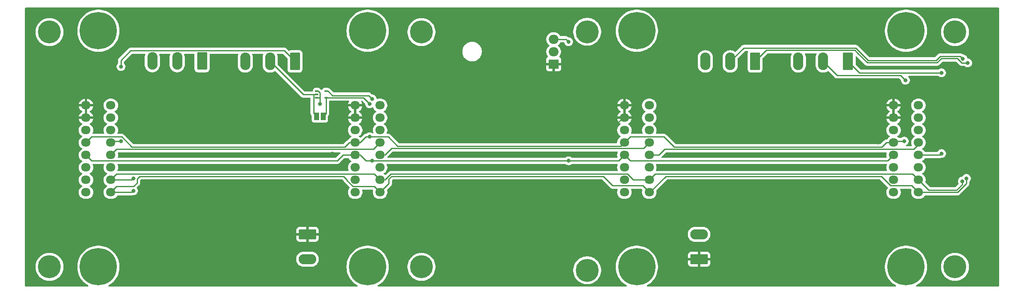
<source format=gbr>
%TF.GenerationSoftware,KiCad,Pcbnew,9.0.4-9.0.4-0~ubuntu22.04.1*%
%TF.CreationDate,2025-10-10T14:12:54+02:00*%
%TF.ProjectId,splitflap-backplane,73706c69-7466-46c6-9170-2d6261636b70,rev?*%
%TF.SameCoordinates,Original*%
%TF.FileFunction,Copper,L1,Top*%
%TF.FilePolarity,Positive*%
%FSLAX46Y46*%
G04 Gerber Fmt 4.6, Leading zero omitted, Abs format (unit mm)*
G04 Created by KiCad (PCBNEW 9.0.4-9.0.4-0~ubuntu22.04.1) date 2025-10-10 14:12:54*
%MOMM*%
%LPD*%
G01*
G04 APERTURE LIST*
G04 Aperture macros list*
%AMRoundRect*
0 Rectangle with rounded corners*
0 $1 Rounding radius*
0 $2 $3 $4 $5 $6 $7 $8 $9 X,Y pos of 4 corners*
0 Add a 4 corners polygon primitive as box body*
4,1,4,$2,$3,$4,$5,$6,$7,$8,$9,$2,$3,0*
0 Add four circle primitives for the rounded corners*
1,1,$1+$1,$2,$3*
1,1,$1+$1,$4,$5*
1,1,$1+$1,$6,$7*
1,1,$1+$1,$8,$9*
0 Add four rect primitives between the rounded corners*
20,1,$1+$1,$2,$3,$4,$5,0*
20,1,$1+$1,$4,$5,$6,$7,0*
20,1,$1+$1,$6,$7,$8,$9,0*
20,1,$1+$1,$8,$9,$2,$3,0*%
G04 Aperture macros list end*
%TA.AperFunction,SMDPad,CuDef*%
%ADD10R,1.000000X1.500000*%
%TD*%
%TA.AperFunction,SMDPad,CuDef*%
%ADD11RoundRect,0.100000X-0.225000X-0.100000X0.225000X-0.100000X0.225000X0.100000X-0.225000X0.100000X0*%
%TD*%
%TA.AperFunction,ComponentPad*%
%ADD12C,7.620000*%
%TD*%
%TA.AperFunction,ComponentPad*%
%ADD13O,1.950000X1.700000*%
%TD*%
%TA.AperFunction,ComponentPad*%
%ADD14RoundRect,0.249999X1.550001X-0.790001X1.550001X0.790001X-1.550001X0.790001X-1.550001X-0.790001X0*%
%TD*%
%TA.AperFunction,ComponentPad*%
%ADD15O,3.600000X2.080000*%
%TD*%
%TA.AperFunction,ComponentPad*%
%ADD16RoundRect,0.249999X-1.550001X0.790001X-1.550001X-0.790001X1.550001X-0.790001X1.550001X0.790001X0*%
%TD*%
%TA.AperFunction,ComponentPad*%
%ADD17C,4.700000*%
%TD*%
%TA.AperFunction,ComponentPad*%
%ADD18RoundRect,0.249999X0.790001X1.550001X-0.790001X1.550001X-0.790001X-1.550001X0.790001X-1.550001X0*%
%TD*%
%TA.AperFunction,ComponentPad*%
%ADD19O,2.080000X3.600000*%
%TD*%
%TA.AperFunction,ComponentPad*%
%ADD20R,2.000000X1.905000*%
%TD*%
%TA.AperFunction,ComponentPad*%
%ADD21O,2.000000X1.905000*%
%TD*%
%TA.AperFunction,ViaPad*%
%ADD22C,0.800000*%
%TD*%
%TA.AperFunction,Conductor*%
%ADD23C,0.250000*%
%TD*%
G04 APERTURE END LIST*
D10*
%TO.P,JP1,1,A*%
%TO.N,/BUS_RESET_IN*%
X94600000Y-109220000D03*
%TO.P,JP1,2,B*%
%TO.N,/BUS_RESET*%
X95900000Y-109220000D03*
%TD*%
D11*
%TO.P,U2,1*%
%TO.N,GND*%
X94620000Y-104110000D03*
%TO.P,U2,2*%
%TO.N,/BUS_RESET_IN*%
X94620000Y-104760000D03*
%TO.P,U2,3,GND*%
%TO.N,GND*%
X94620000Y-105410000D03*
%TO.P,U2,4*%
%TO.N,/BUS_RESET*%
X96520000Y-105410000D03*
%TO.P,U2,5,VCC*%
%TO.N,+5V*%
X96520000Y-104110000D03*
%TD*%
D12*
%TO.P,JM1,*%
%TO.N,*%
X50000000Y-91740000D03*
X50000000Y-140000000D03*
D13*
%TO.P,JM1,1,Pin_1*%
%TO.N,/BUS_HIGH*%
X52540000Y-124760000D03*
%TO.P,JM1,2,Pin_2*%
%TO.N,/BUS_LOW*%
X52540000Y-122220000D03*
%TO.P,JM1,3,Pin_3*%
%TO.N,GND*%
X52540000Y-119680000D03*
%TO.P,JM1,4,Pin_4*%
%TO.N,/BUS_DETC_CHAIN_1*%
X52540000Y-117140000D03*
%TO.P,JM1,5,Pin_5*%
%TO.N,/BUS_DETC_IN*%
X52540000Y-114600000D03*
%TO.P,JM1,6,Pin_6*%
%TO.N,GND*%
X52540000Y-112060000D03*
%TO.P,JM1,7,Pin_7*%
X52540000Y-106980000D03*
X52540000Y-109520000D03*
%TO.P,JM1,9,Pin_9*%
%TO.N,unconnected-(JM1-Pin_9-Pad9)*%
X47460000Y-124760000D03*
%TO.P,JM1,10,Pin_10*%
%TO.N,unconnected-(JM1-Pin_10-Pad10)*%
X47460000Y-122220000D03*
%TO.P,JM1,11,Pin_11*%
%TO.N,unconnected-(JM1-Pin_11-Pad11)*%
X47460000Y-119680000D03*
%TO.P,JM1,12,Pin_12*%
%TO.N,+5V*%
X47460000Y-117140000D03*
%TO.P,JM1,13,Pin_13*%
%TO.N,/BUS_RESET*%
X47460000Y-114600000D03*
%TO.P,JM1,14,Pin_14*%
%TO.N,GND*%
X47460000Y-112060000D03*
%TO.P,JM1,15,Pin_15*%
%TO.N,+12V*%
X47460000Y-106980000D03*
X47460000Y-109520000D03*
%TD*%
D12*
%TO.P,JM2,*%
%TO.N,*%
X105000000Y-91740000D03*
X105000000Y-140000000D03*
D13*
%TO.P,JM2,1,Pin_1*%
%TO.N,/BUS_HIGH*%
X107540000Y-124760000D03*
%TO.P,JM2,2,Pin_2*%
%TO.N,/BUS_LOW*%
X107540000Y-122220000D03*
%TO.P,JM2,3,Pin_3*%
%TO.N,GND*%
X107540000Y-119680000D03*
%TO.P,JM2,4,Pin_4*%
%TO.N,/BUS_DETC_CHAIN_2*%
X107540000Y-117140000D03*
%TO.P,JM2,5,Pin_5*%
%TO.N,/BUS_DETC_CHAIN_1*%
X107540000Y-114600000D03*
%TO.P,JM2,6,Pin_6*%
%TO.N,GND*%
X107540000Y-112060000D03*
%TO.P,JM2,7,Pin_7*%
X107540000Y-106980000D03*
X107540000Y-109520000D03*
%TO.P,JM2,9,Pin_9*%
%TO.N,unconnected-(JM2-Pin_9-Pad9)*%
X102460000Y-124760000D03*
%TO.P,JM2,10,Pin_10*%
%TO.N,unconnected-(JM2-Pin_10-Pad10)*%
X102460000Y-122220000D03*
%TO.P,JM2,11,Pin_11*%
%TO.N,unconnected-(JM2-Pin_11-Pad11)*%
X102460000Y-119680000D03*
%TO.P,JM2,12,Pin_12*%
%TO.N,+5V*%
X102460000Y-117140000D03*
%TO.P,JM2,13,Pin_13*%
%TO.N,/BUS_RESET*%
X102460000Y-114600000D03*
%TO.P,JM2,14,Pin_14*%
%TO.N,GND*%
X102460000Y-112060000D03*
%TO.P,JM2,15,Pin_15*%
%TO.N,+12V*%
X102460000Y-106980000D03*
X102460000Y-109520000D03*
%TD*%
D12*
%TO.P,JM4,*%
%TO.N,*%
X215000000Y-91740000D03*
X215000000Y-140000000D03*
D13*
%TO.P,JM4,1,Pin_1*%
%TO.N,/BUS_HIGH*%
X217540000Y-124760000D03*
%TO.P,JM4,2,Pin_2*%
%TO.N,/BUS_LOW*%
X217540000Y-122220000D03*
%TO.P,JM4,3,Pin_3*%
%TO.N,GND*%
X217540000Y-119680000D03*
%TO.P,JM4,4,Pin_4*%
%TO.N,/BUS_DETC_OUT*%
X217540000Y-117140000D03*
%TO.P,JM4,5,Pin_5*%
%TO.N,/BUS_DETC_CHAIN_3*%
X217540000Y-114600000D03*
%TO.P,JM4,6,Pin_6*%
%TO.N,GND*%
X217540000Y-112060000D03*
%TO.P,JM4,7,Pin_7*%
X217540000Y-106980000D03*
X217540000Y-109520000D03*
%TO.P,JM4,9,Pin_9*%
%TO.N,unconnected-(JM4-Pin_9-Pad9)*%
X212460000Y-124760000D03*
%TO.P,JM4,10,Pin_10*%
%TO.N,unconnected-(JM4-Pin_10-Pad10)*%
X212460000Y-122220000D03*
%TO.P,JM4,11,Pin_11*%
%TO.N,unconnected-(JM4-Pin_11-Pad11)*%
X212460000Y-119680000D03*
%TO.P,JM4,12,Pin_12*%
%TO.N,+5V*%
X212460000Y-117140000D03*
%TO.P,JM4,13,Pin_13*%
%TO.N,/BUS_RESET*%
X212460000Y-114600000D03*
%TO.P,JM4,14,Pin_14*%
%TO.N,GND*%
X212460000Y-112060000D03*
%TO.P,JM4,15,Pin_15*%
%TO.N,+12V*%
X212460000Y-106980000D03*
X212460000Y-109520000D03*
%TD*%
D12*
%TO.P,JM3,*%
%TO.N,*%
X160000000Y-91740000D03*
X160000000Y-140000000D03*
D13*
%TO.P,JM3,1,Pin_1*%
%TO.N,/BUS_HIGH*%
X162540000Y-124760000D03*
%TO.P,JM3,2,Pin_2*%
%TO.N,/BUS_LOW*%
X162540000Y-122220000D03*
%TO.P,JM3,3,Pin_3*%
%TO.N,GND*%
X162540000Y-119680000D03*
%TO.P,JM3,4,Pin_4*%
%TO.N,/BUS_DETC_CHAIN_3*%
X162540000Y-117140000D03*
%TO.P,JM3,5,Pin_5*%
%TO.N,/BUS_DETC_CHAIN_2*%
X162540000Y-114600000D03*
%TO.P,JM3,6,Pin_6*%
%TO.N,GND*%
X162540000Y-112060000D03*
%TO.P,JM3,7,Pin_7*%
X162540000Y-106980000D03*
X162540000Y-109520000D03*
%TO.P,JM3,9,Pin_9*%
%TO.N,unconnected-(JM3-Pin_9-Pad9)*%
X157460000Y-124760000D03*
%TO.P,JM3,10,Pin_10*%
%TO.N,unconnected-(JM3-Pin_10-Pad10)*%
X157460000Y-122220000D03*
%TO.P,JM3,11,Pin_11*%
%TO.N,unconnected-(JM3-Pin_11-Pad11)*%
X157460000Y-119680000D03*
%TO.P,JM3,12,Pin_12*%
%TO.N,+5V*%
X157460000Y-117140000D03*
%TO.P,JM3,13,Pin_13*%
%TO.N,/BUS_RESET*%
X157460000Y-114600000D03*
%TO.P,JM3,14,Pin_14*%
%TO.N,GND*%
X157460000Y-112060000D03*
%TO.P,JM3,15,Pin_15*%
%TO.N,+12V*%
X157460000Y-106980000D03*
X157460000Y-109520000D03*
%TD*%
D14*
%TO.P,J2,1,Pin_1*%
%TO.N,+12V*%
X172720000Y-138430000D03*
D15*
%TO.P,J2,2,Pin_2*%
%TO.N,GND*%
X172720000Y-133350000D03*
%TD*%
D16*
%TO.P,J1,1,Pin_1*%
%TO.N,+12V*%
X92710000Y-133350000D03*
D15*
%TO.P,J1,2,Pin_2*%
%TO.N,GND*%
X92710000Y-138430000D03*
%TD*%
D17*
%TO.P,H8,1,1*%
%TO.N,GND*%
X225000000Y-140000000D03*
%TD*%
%TO.P,H3,1,1*%
%TO.N,GND*%
X116000000Y-92000000D03*
%TD*%
D18*
%TO.P,J8,1,Pin_1*%
%TO.N,/BUS_DETC_OUT*%
X203160000Y-98000000D03*
D19*
%TO.P,J8,2,Pin_2*%
%TO.N,/BUS_RESET*%
X198080000Y-98000000D03*
%TO.P,J8,3,Pin_3*%
%TO.N,GND*%
X193000000Y-98000000D03*
%TD*%
D18*
%TO.P,J5,1,Pin_1*%
%TO.N,/BUS_HIGH*%
X71170000Y-97921500D03*
D19*
%TO.P,J5,2,Pin_2*%
%TO.N,/BUS_LOW*%
X66090000Y-97921500D03*
%TO.P,J5,3,Pin_3*%
%TO.N,GND*%
X61010000Y-97921500D03*
%TD*%
D17*
%TO.P,H5,1,1*%
%TO.N,GND*%
X149860000Y-91948000D03*
%TD*%
D18*
%TO.P,J6,1,Pin_1*%
%TO.N,/BUS_HIGH*%
X184160000Y-98000000D03*
D19*
%TO.P,J6,2,Pin_2*%
%TO.N,/BUS_LOW*%
X179080000Y-98000000D03*
%TO.P,J6,3,Pin_3*%
%TO.N,GND*%
X174000000Y-98000000D03*
%TD*%
D18*
%TO.P,J7,1,Pin_1*%
%TO.N,/BUS_DETC_IN*%
X90160000Y-98000000D03*
D19*
%TO.P,J7,2,Pin_2*%
%TO.N,/BUS_RESET_IN*%
X85080000Y-98000000D03*
%TO.P,J7,3,Pin_3*%
%TO.N,GND*%
X80000000Y-98000000D03*
%TD*%
D17*
%TO.P,H7,1,1*%
%TO.N,GND*%
X225000000Y-92000000D03*
%TD*%
D20*
%TO.P,U1,1,IN*%
%TO.N,+12V*%
X143000000Y-98540000D03*
D21*
%TO.P,U1,2,GND*%
%TO.N,GND*%
X143000000Y-96000000D03*
%TO.P,U1,3,OUT*%
%TO.N,+5V*%
X143000000Y-93460000D03*
%TD*%
D17*
%TO.P,H1,1,1*%
%TO.N,GND*%
X40000000Y-140000000D03*
%TD*%
%TO.P,H2,1,1*%
%TO.N,GND*%
X40000000Y-92000000D03*
%TD*%
%TO.P,H4,1,1*%
%TO.N,GND*%
X116000000Y-140000000D03*
%TD*%
%TO.P,H6,1,1*%
%TO.N,GND*%
X149860000Y-140716000D03*
%TD*%
D22*
%TO.N,+12V*%
X209296000Y-119888000D03*
X209296000Y-117094000D03*
X209296000Y-114554000D03*
%TO.N,/BUS_HIGH*%
X227604000Y-98298000D03*
%TO.N,/BUS_LOW*%
X226605000Y-97468686D03*
X226508687Y-122490483D03*
%TO.N,/BUS_RESET*%
X214630000Y-114300000D03*
X214884000Y-101854000D03*
X105410000Y-113424000D03*
%TO.N,+5V*%
X105918000Y-105664000D03*
X105918000Y-118316000D03*
%TO.N,GND*%
X95250000Y-106680000D03*
%TO.N,/BUS_RESET*%
X105410000Y-106680000D03*
%TO.N,+12V*%
X154940000Y-119380000D03*
X154940000Y-116840000D03*
X154940000Y-114300000D03*
X97790000Y-119380000D03*
X97790000Y-116840000D03*
X97790000Y-114300000D03*
%TO.N,+5V*%
X146050000Y-93980000D03*
X146050000Y-118316000D03*
%TO.N,/BUS_HIGH*%
X227330000Y-121920000D03*
%TO.N,/BUS_DETC_OUT*%
X222250000Y-116840000D03*
X222250000Y-100330000D03*
%TO.N,/BUS_DETC_IN*%
X54610000Y-114300000D03*
X54610000Y-99060000D03*
%TO.N,/BUS_HIGH*%
X57150000Y-124460000D03*
%TO.N,/BUS_LOW*%
X57150000Y-121920000D03*
%TD*%
D23*
%TO.N,+12V*%
X157460000Y-109520000D02*
X157180000Y-109520000D01*
X157180000Y-109520000D02*
X154940000Y-111760000D01*
X211028000Y-109520000D02*
X209296000Y-111252000D01*
X212460000Y-109520000D02*
X211028000Y-109520000D01*
X209296000Y-111252000D02*
X209296000Y-114554000D01*
%TO.N,/BUS_LOW*%
X179080000Y-98000000D02*
X181830000Y-95250000D01*
X181830000Y-95250000D02*
X204724000Y-95250000D01*
X221985810Y-96971000D02*
X226107314Y-96971000D01*
X204724000Y-95250000D02*
X207264000Y-97790000D01*
X226107314Y-96971000D02*
X226605000Y-97468686D01*
X207264000Y-97790000D02*
X221166810Y-97790000D01*
X221166810Y-97790000D02*
X221985810Y-96971000D01*
%TO.N,/BUS_HIGH*%
X222154310Y-97440310D02*
X222172620Y-97422000D01*
X207077190Y-98241000D02*
X212344000Y-98241000D01*
X222172620Y-97422000D02*
X225552000Y-97422000D01*
X204537190Y-95701000D02*
X205167095Y-96330905D01*
X221353620Y-98241000D02*
X222154310Y-97440310D01*
X225552000Y-97422000D02*
X225552000Y-97442406D01*
X225552000Y-97442406D02*
X226407594Y-98298000D01*
X226407594Y-98298000D02*
X227604000Y-98298000D01*
X205167095Y-96330905D02*
X207077190Y-98241000D01*
X212344000Y-98241000D02*
X221353620Y-98241000D01*
X186459000Y-95701000D02*
X189230000Y-95701000D01*
X184160000Y-98000000D02*
X186459000Y-95701000D01*
X189230000Y-95701000D02*
X204537190Y-95701000D01*
%TO.N,/BUS_LOW*%
X225873455Y-123765455D02*
X226508687Y-123130223D01*
X219629000Y-124309000D02*
X220218000Y-124309000D01*
X217540000Y-122220000D02*
X219629000Y-124309000D01*
X220218000Y-124309000D02*
X225329910Y-124309000D01*
X226508687Y-123130223D02*
X226508687Y-122490483D01*
X225329910Y-124309000D02*
X225873455Y-123765455D01*
%TO.N,/BUS_RESET*%
X214630000Y-114300000D02*
X212760000Y-114300000D01*
X200918000Y-100838000D02*
X207772000Y-100838000D01*
X198080000Y-98000000D02*
X200918000Y-100838000D01*
X207772000Y-100838000D02*
X213868000Y-100838000D01*
X213868000Y-100838000D02*
X214884000Y-101854000D01*
X212760000Y-114300000D02*
X212460000Y-114600000D01*
%TO.N,/BUS_DETC_OUT*%
X222250000Y-100330000D02*
X205490000Y-100330000D01*
X205490000Y-100330000D02*
X203160000Y-98000000D01*
X217540000Y-117140000D02*
X221950000Y-117140000D01*
X221950000Y-117140000D02*
X222250000Y-116840000D01*
%TO.N,/BUS_HIGH*%
X217540000Y-124760000D02*
X225516720Y-124760000D01*
X225516720Y-124760000D02*
X227330000Y-122946720D01*
X227330000Y-122946720D02*
X227330000Y-121920000D01*
%TO.N,+5V*%
X157460000Y-117140000D02*
X158636000Y-118316000D01*
X158636000Y-118316000D02*
X211284000Y-118316000D01*
X211284000Y-118316000D02*
X212460000Y-117140000D01*
%TO.N,/BUS_RESET*%
X167640000Y-115513000D02*
X210058000Y-115513000D01*
X210058000Y-115513000D02*
X210971000Y-114600000D01*
X210971000Y-114600000D02*
X212460000Y-114600000D01*
%TO.N,/BUS_DETC_CHAIN_3*%
X165716000Y-115964000D02*
X216548001Y-115964000D01*
X216548001Y-115964000D02*
X217540000Y-114972001D01*
X217540000Y-114972001D02*
X217540000Y-114600000D01*
%TO.N,/BUS_HIGH*%
X217540000Y-124760000D02*
X216176000Y-123396000D01*
X216176000Y-123396000D02*
X211836000Y-123396000D01*
X165930000Y-121495000D02*
X162665000Y-124760000D01*
X211836000Y-123396000D02*
X211836000Y-123384115D01*
X211836000Y-123384115D02*
X209946885Y-121495000D01*
X162665000Y-124760000D02*
X162540000Y-124760000D01*
X209946885Y-121495000D02*
X165930000Y-121495000D01*
%TO.N,/BUS_LOW*%
X162540000Y-122220000D02*
X163716000Y-121044000D01*
X163716000Y-121044000D02*
X216364000Y-121044000D01*
X216364000Y-121044000D02*
X217540000Y-122220000D01*
%TO.N,/BUS_DETC_CHAIN_3*%
X164540000Y-117140000D02*
X162540000Y-117140000D01*
%TO.N,/BUS_RESET*%
X167640000Y-115513000D02*
X165551000Y-113424000D01*
X165551000Y-113424000D02*
X158636000Y-113424000D01*
X158636000Y-113424000D02*
X157460000Y-114600000D01*
%TO.N,/BUS_DETC_CHAIN_2*%
X109904000Y-115776000D02*
X161364000Y-115776000D01*
X161364000Y-115776000D02*
X162540000Y-114600000D01*
%TO.N,/BUS_RESET*%
X111121000Y-115325000D02*
X156735000Y-115325000D01*
X156735000Y-115325000D02*
X157460000Y-114600000D01*
%TO.N,/BUS_HIGH*%
X109902810Y-121495000D02*
X153162000Y-121495000D01*
X153162000Y-121495000D02*
X155063000Y-123396000D01*
X155063000Y-123396000D02*
X161176000Y-123396000D01*
X161176000Y-123396000D02*
X162540000Y-124760000D01*
%TO.N,/BUS_LOW*%
X109716000Y-121044000D02*
X158072115Y-121044000D01*
X158072115Y-121044000D02*
X159248115Y-122220000D01*
X159248115Y-122220000D02*
X162540000Y-122220000D01*
%TO.N,+5V*%
X146050000Y-118316000D02*
X156284000Y-118316000D01*
X156284000Y-118316000D02*
X157460000Y-117140000D01*
%TO.N,/BUS_DETC_CHAIN_1*%
X53716000Y-115964000D02*
X106176000Y-115964000D01*
X106176000Y-115964000D02*
X107540000Y-114600000D01*
%TO.N,/BUS_RESET*%
X105410000Y-106680000D02*
X105411000Y-106681000D01*
X105411000Y-113423000D02*
X105410000Y-113424000D01*
%TO.N,+5V*%
X105918000Y-118316000D02*
X106680000Y-118316000D01*
X105213000Y-104959000D02*
X105918000Y-105664000D01*
X97790000Y-104959000D02*
X105213000Y-104959000D01*
%TO.N,/BUS_HIGH*%
X100781000Y-122329115D02*
X100781000Y-122200000D01*
X100781000Y-122200000D02*
X100076000Y-121495000D01*
%TO.N,unconnected-(JM3-Pin_10-Pad10)*%
X157480000Y-122314000D02*
X157480000Y-121920000D01*
%TO.N,/BUS_HIGH*%
X109348905Y-122048905D02*
X109348905Y-122951095D01*
X109902810Y-121495000D02*
X109348905Y-122048905D01*
%TO.N,unconnected-(JM3-Pin_10-Pad10)*%
X157480000Y-121920000D02*
X157055000Y-121495000D01*
%TO.N,/BUS_HIGH*%
X109348905Y-122951095D02*
X107540000Y-124760000D01*
X102035885Y-123584000D02*
X106364000Y-123584000D01*
X100781000Y-122329115D02*
X102035885Y-123584000D01*
X106364000Y-123584000D02*
X107540000Y-124760000D01*
%TO.N,/BUS_LOW*%
X52540000Y-122220000D02*
X53716000Y-121044000D01*
X53716000Y-121044000D02*
X106364000Y-121044000D01*
X106364000Y-121044000D02*
X107540000Y-122220000D01*
%TO.N,+5V*%
X98806000Y-118316000D02*
X99982000Y-117140000D01*
X99982000Y-117140000D02*
X102460000Y-117140000D01*
%TO.N,/BUS_RESET_IN*%
X93980000Y-104760000D02*
X91840000Y-104760000D01*
X93980000Y-104760000D02*
X93969000Y-104771000D01*
X93969000Y-104771000D02*
X93969000Y-108589000D01*
X93969000Y-108589000D02*
X94600000Y-109220000D01*
%TO.N,/BUS_RESET*%
X95900000Y-109220000D02*
X96520000Y-108600000D01*
X96520000Y-108600000D02*
X96520000Y-105410000D01*
%TO.N,+5V*%
X96520000Y-104110000D02*
X96941000Y-104110000D01*
X96941000Y-104110000D02*
X97790000Y-104959000D01*
X106680000Y-118316000D02*
X146050000Y-118316000D01*
%TO.N,GND*%
X95271000Y-104436001D02*
X95271000Y-105410000D01*
X94620000Y-105410000D02*
X95271000Y-105410000D01*
X95271000Y-106659000D02*
X95250000Y-106680000D01*
X95271000Y-105410000D02*
X95271000Y-106659000D01*
X94944999Y-104110000D02*
X95271000Y-104436001D01*
X94620000Y-104110000D02*
X94944999Y-104110000D01*
%TO.N,/BUS_RESET*%
X104140000Y-105410000D02*
X105410000Y-106680000D01*
X96520000Y-105410000D02*
X104140000Y-105410000D01*
%TO.N,/BUS_RESET_IN*%
X94620000Y-104760000D02*
X93980000Y-104760000D01*
X91840000Y-104760000D02*
X85080000Y-98000000D01*
%TO.N,+12V*%
X154940000Y-111760000D02*
X154940000Y-114300000D01*
X98760000Y-109520000D02*
X97790000Y-110490000D01*
X103460000Y-109520000D02*
X98760000Y-109520000D01*
X97790000Y-110490000D02*
X97790000Y-114300000D01*
%TO.N,/BUS_HIGH*%
X57876000Y-122858000D02*
X57876000Y-122039000D01*
X57876000Y-122039000D02*
X58420000Y-121495000D01*
X100076000Y-121495000D02*
X58420000Y-121495000D01*
X53716000Y-123584000D02*
X52540000Y-124760000D01*
X57876000Y-122858000D02*
X57150000Y-123584000D01*
X57150000Y-123584000D02*
X53716000Y-123584000D01*
%TO.N,/BUS_RESET*%
X105410000Y-113424000D02*
X109220000Y-113424000D01*
X109220000Y-113424000D02*
X111121000Y-115325000D01*
X47460000Y-114600000D02*
X48636000Y-113424000D01*
X48636000Y-113424000D02*
X54760720Y-113424000D01*
X54760720Y-113424000D02*
X56849720Y-115513000D01*
X56849720Y-115513000D02*
X100330000Y-115513000D01*
X100330000Y-115513000D02*
X101243000Y-114600000D01*
X101243000Y-114600000D02*
X103460000Y-114600000D01*
X105410000Y-113424000D02*
X104636000Y-113424000D01*
%TO.N,+5V*%
X145530000Y-93460000D02*
X146050000Y-93980000D01*
X143000000Y-93460000D02*
X145530000Y-93460000D01*
X104636000Y-118316000D02*
X105918000Y-118316000D01*
X103460000Y-117140000D02*
X104636000Y-118316000D01*
X47460000Y-117140000D02*
X48636000Y-118316000D01*
X48636000Y-118316000D02*
X98806000Y-118316000D01*
%TO.N,/BUS_DETC_IN*%
X54610000Y-97790000D02*
X54610000Y-99060000D01*
X52840000Y-114300000D02*
X52540000Y-114600000D01*
X54610000Y-114300000D02*
X52840000Y-114300000D01*
X56604500Y-95795500D02*
X54610000Y-97790000D01*
X87955500Y-95795500D02*
X56604500Y-95795500D01*
X90160000Y-98000000D02*
X87955500Y-95795500D01*
%TO.N,/BUS_HIGH*%
X56850000Y-124760000D02*
X52540000Y-124760000D01*
X57150000Y-124460000D02*
X56850000Y-124760000D01*
%TO.N,/BUS_LOW*%
X57150000Y-121920000D02*
X56850000Y-122220000D01*
X56850000Y-122220000D02*
X52540000Y-122220000D01*
%TO.N,/BUS_RESET*%
X104636000Y-113424000D02*
X103460000Y-114600000D01*
%TO.N,/BUS_DETC_CHAIN_3*%
X164540000Y-117140000D02*
X165716000Y-115964000D01*
%TO.N,/BUS_DETC_CHAIN_2*%
X108540000Y-117140000D02*
X109904000Y-115776000D01*
%TO.N,/BUS_DETC_CHAIN_1*%
X52540000Y-117140000D02*
X53716000Y-115964000D01*
%TO.N,/BUS_LOW*%
X109716000Y-121044000D02*
X108540000Y-122220000D01*
%TD*%
%TA.AperFunction,Conductor*%
%TO.N,+12V*%
G36*
X145417678Y-118961185D02*
G01*
X145438321Y-118977820D01*
X145475961Y-119015461D01*
X145475965Y-119015464D01*
X145623446Y-119114009D01*
X145623459Y-119114016D01*
X145738296Y-119161582D01*
X145787334Y-119181894D01*
X145787336Y-119181894D01*
X145787341Y-119181896D01*
X145961304Y-119216499D01*
X145961307Y-119216500D01*
X145961309Y-119216500D01*
X146138693Y-119216500D01*
X146138694Y-119216499D01*
X146196682Y-119204964D01*
X146312658Y-119181896D01*
X146312661Y-119181894D01*
X146312666Y-119181894D01*
X146476547Y-119114013D01*
X146624035Y-119015464D01*
X146661679Y-118977820D01*
X146723001Y-118944334D01*
X146749361Y-118941500D01*
X155993233Y-118941500D01*
X156060272Y-118961185D01*
X156106027Y-119013989D01*
X156115971Y-119083147D01*
X156103718Y-119121794D01*
X156083445Y-119161582D01*
X156083443Y-119161587D01*
X156083443Y-119161588D01*
X156075199Y-119186959D01*
X156017753Y-119363760D01*
X155984500Y-119573713D01*
X155984500Y-119786286D01*
X156017753Y-119996239D01*
X156083445Y-120198417D01*
X156103718Y-120238206D01*
X156116614Y-120306875D01*
X156090337Y-120371615D01*
X156033230Y-120411872D01*
X155993233Y-120418500D01*
X109654389Y-120418500D01*
X109593971Y-120430518D01*
X109556259Y-120438019D01*
X109533550Y-120442536D01*
X109533548Y-120442537D01*
X109500207Y-120456347D01*
X109419719Y-120489684D01*
X109419705Y-120489692D01*
X109317272Y-120558138D01*
X109317264Y-120558144D01*
X108701184Y-121174225D01*
X108671946Y-121190189D01*
X108643152Y-121206947D01*
X108641400Y-121206869D01*
X108639861Y-121207710D01*
X108606625Y-121205333D01*
X108573350Y-121203863D01*
X108571319Y-121202808D01*
X108570169Y-121202726D01*
X108541924Y-121187799D01*
X108541246Y-121187320D01*
X108372816Y-121064949D01*
X108356075Y-121056419D01*
X108348770Y-121051255D01*
X108332412Y-121030601D01*
X108313259Y-121012512D01*
X108311062Y-121003643D01*
X108305391Y-120996482D01*
X108302796Y-120970266D01*
X108296463Y-120944692D01*
X108299409Y-120936044D01*
X108298510Y-120926952D01*
X108310501Y-120903494D01*
X108318999Y-120878556D01*
X108326629Y-120871944D01*
X108330312Y-120864740D01*
X108344415Y-120856532D01*
X108364054Y-120839515D01*
X108372816Y-120835051D01*
X108534921Y-120717276D01*
X108544786Y-120710109D01*
X108544788Y-120710106D01*
X108544792Y-120710104D01*
X108695104Y-120559792D01*
X108695106Y-120559788D01*
X108695109Y-120559786D01*
X108820048Y-120387820D01*
X108820049Y-120387819D01*
X108820051Y-120387816D01*
X108916557Y-120198412D01*
X108982246Y-119996243D01*
X109015500Y-119786287D01*
X109015500Y-119573713D01*
X108982246Y-119363757D01*
X108916557Y-119161588D01*
X108916554Y-119161582D01*
X108896282Y-119121794D01*
X108883386Y-119053125D01*
X108909663Y-118988385D01*
X108966770Y-118948128D01*
X109006767Y-118941500D01*
X145350639Y-118941500D01*
X145417678Y-118961185D01*
G37*
%TD.AperFunction*%
%TA.AperFunction,Conductor*%
G36*
X101129058Y-117785185D02*
G01*
X101172503Y-117833203D01*
X101179950Y-117847819D01*
X101304890Y-118019786D01*
X101455213Y-118170109D01*
X101627182Y-118295050D01*
X101635946Y-118299516D01*
X101686742Y-118347491D01*
X101703536Y-118415312D01*
X101680998Y-118481447D01*
X101635946Y-118520484D01*
X101627182Y-118524949D01*
X101455213Y-118649890D01*
X101304890Y-118800213D01*
X101179951Y-118972179D01*
X101083444Y-119161585D01*
X101083443Y-119161587D01*
X101083443Y-119161588D01*
X101075199Y-119186959D01*
X101017753Y-119363760D01*
X100984500Y-119573713D01*
X100984500Y-119786286D01*
X101017753Y-119996239D01*
X101083445Y-120198417D01*
X101103718Y-120238206D01*
X101116614Y-120306875D01*
X101090337Y-120371615D01*
X101033230Y-120411872D01*
X100993233Y-120418500D01*
X54006767Y-120418500D01*
X53939728Y-120398815D01*
X53893973Y-120346011D01*
X53884029Y-120276853D01*
X53896282Y-120238206D01*
X53916554Y-120198417D01*
X53916557Y-120198412D01*
X53982246Y-119996243D01*
X54015500Y-119786287D01*
X54015500Y-119573713D01*
X53982246Y-119363757D01*
X53916557Y-119161588D01*
X53916554Y-119161582D01*
X53896282Y-119121794D01*
X53883386Y-119053125D01*
X53909663Y-118988385D01*
X53966770Y-118948128D01*
X54006767Y-118941500D01*
X98867607Y-118941500D01*
X98928029Y-118929481D01*
X98988452Y-118917463D01*
X99021792Y-118903652D01*
X99102286Y-118870312D01*
X99153509Y-118836084D01*
X99204733Y-118801858D01*
X99291858Y-118714733D01*
X99291859Y-118714731D01*
X99298925Y-118707665D01*
X99298927Y-118707661D01*
X100204771Y-117801819D01*
X100266094Y-117768334D01*
X100292452Y-117765500D01*
X101062019Y-117765500D01*
X101129058Y-117785185D01*
G37*
%TD.AperFunction*%
%TA.AperFunction,Conductor*%
G36*
X211060272Y-118961185D02*
G01*
X211106027Y-119013989D01*
X211115971Y-119083147D01*
X211103718Y-119121794D01*
X211083445Y-119161582D01*
X211083443Y-119161587D01*
X211083443Y-119161588D01*
X211075199Y-119186959D01*
X211017753Y-119363760D01*
X210984500Y-119573713D01*
X210984500Y-119786286D01*
X211017753Y-119996239D01*
X211083445Y-120198417D01*
X211103718Y-120238206D01*
X211116614Y-120306875D01*
X211090337Y-120371615D01*
X211033230Y-120411872D01*
X210993233Y-120418500D01*
X164006767Y-120418500D01*
X163939728Y-120398815D01*
X163893973Y-120346011D01*
X163884029Y-120276853D01*
X163896282Y-120238206D01*
X163916554Y-120198417D01*
X163916557Y-120198412D01*
X163982246Y-119996243D01*
X164015500Y-119786287D01*
X164015500Y-119573713D01*
X163982246Y-119363757D01*
X163916557Y-119161588D01*
X163916554Y-119161582D01*
X163896282Y-119121794D01*
X163883386Y-119053125D01*
X163909663Y-118988385D01*
X163966770Y-118948128D01*
X164006767Y-118941500D01*
X210993233Y-118941500D01*
X211060272Y-118961185D01*
G37*
%TD.AperFunction*%
%TA.AperFunction,Conductor*%
G36*
X99415586Y-116609185D02*
G01*
X99461341Y-116661989D01*
X99471285Y-116731147D01*
X99442260Y-116794703D01*
X99436228Y-116801181D01*
X98583229Y-117654181D01*
X98521906Y-117687666D01*
X98495548Y-117690500D01*
X54076802Y-117690500D01*
X54009763Y-117670815D01*
X53964008Y-117618011D01*
X53954064Y-117548853D01*
X53958871Y-117528182D01*
X53982246Y-117456243D01*
X54015500Y-117246287D01*
X54015500Y-117033713D01*
X53982246Y-116823757D01*
X53958870Y-116751816D01*
X53956876Y-116681977D01*
X53992956Y-116622144D01*
X54055657Y-116591316D01*
X54076802Y-116589500D01*
X99348547Y-116589500D01*
X99415586Y-116609185D01*
G37*
%TD.AperFunction*%
%TA.AperFunction,Conductor*%
G36*
X156060272Y-116421185D02*
G01*
X156106027Y-116473989D01*
X156115971Y-116543147D01*
X156103718Y-116581794D01*
X156083445Y-116621582D01*
X156017753Y-116823760D01*
X155984500Y-117033713D01*
X155984500Y-117246286D01*
X156017754Y-117456244D01*
X156041128Y-117528182D01*
X156043123Y-117598023D01*
X156007043Y-117657856D01*
X155944342Y-117688684D01*
X155923197Y-117690500D01*
X146749361Y-117690500D01*
X146682322Y-117670815D01*
X146661679Y-117654180D01*
X146624038Y-117616538D01*
X146624034Y-117616535D01*
X146476553Y-117517990D01*
X146476540Y-117517983D01*
X146312667Y-117450106D01*
X146312658Y-117450103D01*
X146138694Y-117415500D01*
X146138691Y-117415500D01*
X145961309Y-117415500D01*
X145961306Y-117415500D01*
X145787341Y-117450103D01*
X145787332Y-117450106D01*
X145623459Y-117517983D01*
X145623446Y-117517990D01*
X145475965Y-117616535D01*
X145475961Y-117616538D01*
X145438321Y-117654180D01*
X145376999Y-117687666D01*
X145350639Y-117690500D01*
X109173453Y-117690500D01*
X109106414Y-117670815D01*
X109060659Y-117618011D01*
X109050715Y-117548853D01*
X109079740Y-117485297D01*
X109085772Y-117478819D01*
X110126771Y-116437819D01*
X110188094Y-116404334D01*
X110214452Y-116401500D01*
X155993233Y-116401500D01*
X156060272Y-116421185D01*
G37*
%TD.AperFunction*%
%TA.AperFunction,Conductor*%
G36*
X210990237Y-116609185D02*
G01*
X211035992Y-116661989D01*
X211045936Y-116731147D01*
X211041130Y-116751812D01*
X211018894Y-116820247D01*
X211017753Y-116823760D01*
X210984500Y-117033713D01*
X210984500Y-117246286D01*
X211017754Y-117456244D01*
X211041128Y-117528182D01*
X211043123Y-117598023D01*
X211007043Y-117657856D01*
X210944342Y-117688684D01*
X210923197Y-117690500D01*
X165173451Y-117690500D01*
X165106412Y-117670815D01*
X165060657Y-117618011D01*
X165050713Y-117548853D01*
X165079738Y-117485297D01*
X165085770Y-117478819D01*
X165938771Y-116625819D01*
X166000094Y-116592334D01*
X166026452Y-116589500D01*
X210923198Y-116589500D01*
X210990237Y-116609185D01*
G37*
%TD.AperFunction*%
%TA.AperFunction,Conductor*%
G36*
X103896587Y-106055185D02*
G01*
X103917229Y-106071819D01*
X104473181Y-106627771D01*
X104506666Y-106689094D01*
X104509500Y-106715452D01*
X104509500Y-106768695D01*
X104544103Y-106942658D01*
X104544106Y-106942667D01*
X104611983Y-107106540D01*
X104611990Y-107106553D01*
X104710535Y-107254034D01*
X104710538Y-107254038D01*
X104835961Y-107379461D01*
X104835965Y-107379464D01*
X104983446Y-107478009D01*
X104983459Y-107478016D01*
X105062729Y-107510850D01*
X105147334Y-107545894D01*
X105147336Y-107545894D01*
X105147341Y-107545896D01*
X105321304Y-107580499D01*
X105321307Y-107580500D01*
X105321309Y-107580500D01*
X105498693Y-107580500D01*
X105498694Y-107580499D01*
X105556682Y-107568964D01*
X105672658Y-107545896D01*
X105672661Y-107545894D01*
X105672666Y-107545894D01*
X105836547Y-107478013D01*
X105963485Y-107393194D01*
X106030160Y-107372318D01*
X106097540Y-107390802D01*
X106144230Y-107442780D01*
X106150304Y-107457977D01*
X106163443Y-107498413D01*
X106259951Y-107687820D01*
X106384890Y-107859786D01*
X106535213Y-108010109D01*
X106707182Y-108135050D01*
X106715946Y-108139516D01*
X106766742Y-108187491D01*
X106783536Y-108255312D01*
X106760998Y-108321447D01*
X106715946Y-108360484D01*
X106707182Y-108364949D01*
X106535213Y-108489890D01*
X106384890Y-108640213D01*
X106259951Y-108812179D01*
X106163444Y-109001585D01*
X106097753Y-109203760D01*
X106064500Y-109413713D01*
X106064500Y-109626287D01*
X106097754Y-109836243D01*
X106156770Y-110017876D01*
X106163444Y-110038414D01*
X106259951Y-110227820D01*
X106384890Y-110399786D01*
X106535213Y-110550109D01*
X106707182Y-110675050D01*
X106715946Y-110679516D01*
X106766742Y-110727491D01*
X106783536Y-110795312D01*
X106760998Y-110861447D01*
X106715946Y-110900484D01*
X106707182Y-110904949D01*
X106535213Y-111029890D01*
X106384890Y-111180213D01*
X106259951Y-111352179D01*
X106163444Y-111541585D01*
X106097753Y-111743760D01*
X106064500Y-111953713D01*
X106064500Y-112166286D01*
X106097753Y-112376240D01*
X106163339Y-112578092D01*
X106165334Y-112647933D01*
X106129254Y-112707766D01*
X106066553Y-112738594D01*
X105997138Y-112730629D01*
X105976517Y-112719512D01*
X105836553Y-112625990D01*
X105836540Y-112625983D01*
X105672667Y-112558106D01*
X105672658Y-112558103D01*
X105498694Y-112523500D01*
X105498691Y-112523500D01*
X105321309Y-112523500D01*
X105321306Y-112523500D01*
X105147341Y-112558103D01*
X105147332Y-112558106D01*
X104983459Y-112625983D01*
X104983446Y-112625990D01*
X104835965Y-112724535D01*
X104835961Y-112724538D01*
X104798321Y-112762180D01*
X104774797Y-112775025D01*
X104753241Y-112790952D01*
X104741976Y-112792947D01*
X104736999Y-112795666D01*
X104718707Y-112798237D01*
X104714673Y-112798500D01*
X104697607Y-112798500D01*
X104574393Y-112798500D01*
X104513971Y-112810518D01*
X104482992Y-112816679D01*
X104453550Y-112822536D01*
X104453548Y-112822537D01*
X104420207Y-112836347D01*
X104339719Y-112869684D01*
X104339705Y-112869692D01*
X104237272Y-112938138D01*
X104237264Y-112938144D01*
X103621184Y-113554225D01*
X103591946Y-113570189D01*
X103563152Y-113586947D01*
X103561400Y-113586869D01*
X103559861Y-113587710D01*
X103526625Y-113585333D01*
X103493350Y-113583863D01*
X103491319Y-113582808D01*
X103490169Y-113582726D01*
X103461924Y-113567799D01*
X103461246Y-113567320D01*
X103292816Y-113444949D01*
X103276075Y-113436419D01*
X103268770Y-113431255D01*
X103252412Y-113410601D01*
X103233259Y-113392512D01*
X103231062Y-113383643D01*
X103225391Y-113376482D01*
X103222796Y-113350266D01*
X103216463Y-113324692D01*
X103219409Y-113316044D01*
X103218510Y-113306952D01*
X103230501Y-113283494D01*
X103238999Y-113258556D01*
X103246629Y-113251944D01*
X103250312Y-113244740D01*
X103264415Y-113236532D01*
X103284054Y-113219515D01*
X103292816Y-113215051D01*
X103314789Y-113199086D01*
X103464786Y-113090109D01*
X103464788Y-113090106D01*
X103464792Y-113090104D01*
X103615104Y-112939792D01*
X103615106Y-112939788D01*
X103615109Y-112939786D01*
X103740048Y-112767820D01*
X103740047Y-112767820D01*
X103740051Y-112767816D01*
X103836557Y-112578412D01*
X103902246Y-112376243D01*
X103935500Y-112166287D01*
X103935500Y-111953713D01*
X103902246Y-111743757D01*
X103836557Y-111541588D01*
X103740051Y-111352184D01*
X103740049Y-111352181D01*
X103740048Y-111352179D01*
X103615109Y-111180213D01*
X103464786Y-111029890D01*
X103292817Y-110904949D01*
X103283504Y-110900204D01*
X103232707Y-110852230D01*
X103215912Y-110784409D01*
X103238449Y-110718274D01*
X103283507Y-110679232D01*
X103292558Y-110674620D01*
X103464459Y-110549727D01*
X103464464Y-110549723D01*
X103614723Y-110399464D01*
X103614727Y-110399459D01*
X103739620Y-110227557D01*
X103836095Y-110038217D01*
X103901757Y-109836129D01*
X103901757Y-109836126D01*
X103912231Y-109770000D01*
X102864146Y-109770000D01*
X102902630Y-109703343D01*
X102935000Y-109582535D01*
X102935000Y-109457465D01*
X102902630Y-109336657D01*
X102864146Y-109270000D01*
X103912231Y-109270000D01*
X103901757Y-109203873D01*
X103901757Y-109203870D01*
X103836095Y-109001782D01*
X103739620Y-108812442D01*
X103614727Y-108640540D01*
X103614723Y-108640535D01*
X103464464Y-108490276D01*
X103464459Y-108490272D01*
X103292558Y-108365379D01*
X103282954Y-108360486D01*
X103232157Y-108312512D01*
X103215361Y-108244692D01*
X103237897Y-108178556D01*
X103282954Y-108139514D01*
X103292558Y-108134620D01*
X103464459Y-108009727D01*
X103464464Y-108009723D01*
X103614723Y-107859464D01*
X103614727Y-107859459D01*
X103739620Y-107687557D01*
X103836095Y-107498217D01*
X103901757Y-107296129D01*
X103901757Y-107296126D01*
X103912231Y-107230000D01*
X102864146Y-107230000D01*
X102902630Y-107163343D01*
X102935000Y-107042535D01*
X102935000Y-106917465D01*
X102902630Y-106796657D01*
X102864146Y-106730000D01*
X103912231Y-106730000D01*
X103901757Y-106663873D01*
X103901757Y-106663870D01*
X103836095Y-106461782D01*
X103739620Y-106272442D01*
X103710518Y-106232385D01*
X103706286Y-106220525D01*
X103698042Y-106211011D01*
X103694768Y-106188243D01*
X103687038Y-106166578D01*
X103689889Y-106154314D01*
X103688098Y-106141853D01*
X103697654Y-106120928D01*
X103702864Y-106098525D01*
X103711892Y-106089751D01*
X103717123Y-106078297D01*
X103736475Y-106065860D01*
X103752970Y-106049830D01*
X103766715Y-106046426D01*
X103775901Y-106040523D01*
X103810836Y-106035500D01*
X103829548Y-106035500D01*
X103896587Y-106055185D01*
G37*
%TD.AperFunction*%
%TA.AperFunction,Conductor*%
G36*
X47710000Y-109115854D02*
G01*
X47643343Y-109077370D01*
X47522535Y-109045000D01*
X47397465Y-109045000D01*
X47276657Y-109077370D01*
X47210000Y-109115854D01*
X47210000Y-107384145D01*
X47276657Y-107422630D01*
X47397465Y-107455000D01*
X47522535Y-107455000D01*
X47643343Y-107422630D01*
X47710000Y-107384145D01*
X47710000Y-109115854D01*
G37*
%TD.AperFunction*%
%TA.AperFunction,Conductor*%
G36*
X102710000Y-109115854D02*
G01*
X102643343Y-109077370D01*
X102522535Y-109045000D01*
X102397465Y-109045000D01*
X102276657Y-109077370D01*
X102210000Y-109115854D01*
X102210000Y-107384145D01*
X102276657Y-107422630D01*
X102397465Y-107455000D01*
X102522535Y-107455000D01*
X102643343Y-107422630D01*
X102710000Y-107384145D01*
X102710000Y-109115854D01*
G37*
%TD.AperFunction*%
%TA.AperFunction,Conductor*%
G36*
X157710000Y-109115854D02*
G01*
X157643343Y-109077370D01*
X157522535Y-109045000D01*
X157397465Y-109045000D01*
X157276657Y-109077370D01*
X157210000Y-109115854D01*
X157210000Y-107384145D01*
X157276657Y-107422630D01*
X157397465Y-107455000D01*
X157522535Y-107455000D01*
X157643343Y-107422630D01*
X157710000Y-107384145D01*
X157710000Y-109115854D01*
G37*
%TD.AperFunction*%
%TA.AperFunction,Conductor*%
G36*
X212710000Y-109115854D02*
G01*
X212643343Y-109077370D01*
X212522535Y-109045000D01*
X212397465Y-109045000D01*
X212276657Y-109077370D01*
X212210000Y-109115854D01*
X212210000Y-107384145D01*
X212276657Y-107422630D01*
X212397465Y-107455000D01*
X212522535Y-107455000D01*
X212643343Y-107422630D01*
X212710000Y-107384145D01*
X212710000Y-109115854D01*
G37*
%TD.AperFunction*%
%TA.AperFunction,Conductor*%
G36*
X233942539Y-87020185D02*
G01*
X233988294Y-87072989D01*
X233999500Y-87124500D01*
X233999500Y-143875500D01*
X233979815Y-143942539D01*
X233927011Y-143988294D01*
X233875500Y-143999500D01*
X217156438Y-143999500D01*
X217089399Y-143979815D01*
X217043644Y-143927011D01*
X217033700Y-143857853D01*
X217062725Y-143794297D01*
X217094438Y-143768113D01*
X217318237Y-143638903D01*
X217626566Y-143423008D01*
X217914906Y-143181062D01*
X218181062Y-142914906D01*
X218423008Y-142626566D01*
X218638903Y-142318237D01*
X218827103Y-141992264D01*
X218986177Y-141651129D01*
X219114914Y-141297427D01*
X219212334Y-140933852D01*
X219277695Y-140563169D01*
X219310500Y-140188201D01*
X219310500Y-139839914D01*
X222149500Y-139839914D01*
X222149500Y-140160085D01*
X222185345Y-140478216D01*
X222185347Y-140478228D01*
X222256589Y-140790362D01*
X222256590Y-140790364D01*
X222362332Y-141092559D01*
X222501243Y-141381010D01*
X222501245Y-141381013D01*
X222671581Y-141652101D01*
X222871198Y-141902413D01*
X223097587Y-142128802D01*
X223347899Y-142328419D01*
X223618987Y-142498755D01*
X223907442Y-142637668D01*
X224209637Y-142743410D01*
X224521771Y-142814653D01*
X224839915Y-142850499D01*
X224839916Y-142850500D01*
X224839919Y-142850500D01*
X225160084Y-142850500D01*
X225160084Y-142850499D01*
X225478229Y-142814653D01*
X225790363Y-142743410D01*
X226092558Y-142637668D01*
X226381013Y-142498755D01*
X226652101Y-142328419D01*
X226902413Y-142128802D01*
X227128802Y-141902413D01*
X227328419Y-141652101D01*
X227498755Y-141381013D01*
X227637668Y-141092558D01*
X227743410Y-140790363D01*
X227814653Y-140478229D01*
X227850500Y-140160081D01*
X227850500Y-139839919D01*
X227814653Y-139521771D01*
X227743410Y-139209637D01*
X227637668Y-138907442D01*
X227498755Y-138618987D01*
X227328419Y-138347899D01*
X227128802Y-138097587D01*
X226902413Y-137871198D01*
X226652101Y-137671581D01*
X226381013Y-137501245D01*
X226381010Y-137501243D01*
X226092559Y-137362332D01*
X225790364Y-137256590D01*
X225790362Y-137256589D01*
X225549471Y-137201607D01*
X225478229Y-137185347D01*
X225478225Y-137185346D01*
X225478216Y-137185345D01*
X225160085Y-137149500D01*
X225160081Y-137149500D01*
X224839919Y-137149500D01*
X224839914Y-137149500D01*
X224521783Y-137185345D01*
X224521771Y-137185347D01*
X224209637Y-137256589D01*
X224209635Y-137256590D01*
X223907440Y-137362332D01*
X223618989Y-137501243D01*
X223347900Y-137671580D01*
X223097587Y-137871197D01*
X222871197Y-138097587D01*
X222671580Y-138347900D01*
X222501243Y-138618989D01*
X222362332Y-138907440D01*
X222256590Y-139209635D01*
X222256589Y-139209637D01*
X222185347Y-139521771D01*
X222185345Y-139521783D01*
X222149500Y-139839914D01*
X219310500Y-139839914D01*
X219310500Y-139811799D01*
X219277695Y-139436831D01*
X219277119Y-139433567D01*
X219248276Y-139269986D01*
X219212334Y-139066148D01*
X219114914Y-138702573D01*
X218986177Y-138348871D01*
X218985724Y-138347900D01*
X218855794Y-138069265D01*
X218827103Y-138007736D01*
X218638903Y-137681763D01*
X218423008Y-137373434D01*
X218423007Y-137373433D01*
X218423003Y-137373427D01*
X218235105Y-137149500D01*
X218181062Y-137085094D01*
X217914906Y-136818938D01*
X217846501Y-136761539D01*
X217626572Y-136576996D01*
X217318243Y-136361101D01*
X217318240Y-136361099D01*
X217318237Y-136361097D01*
X217221394Y-136305185D01*
X216992270Y-136172900D01*
X216992254Y-136172892D01*
X216651146Y-136013830D01*
X216651138Y-136013827D01*
X216651136Y-136013826D01*
X216651129Y-136013823D01*
X216297427Y-135885086D01*
X216066931Y-135823324D01*
X215933853Y-135787666D01*
X215933842Y-135787664D01*
X215563173Y-135722305D01*
X215188204Y-135689500D01*
X215188201Y-135689500D01*
X214811799Y-135689500D01*
X214811795Y-135689500D01*
X214436828Y-135722305D01*
X214436824Y-135722305D01*
X214066157Y-135787664D01*
X214066146Y-135787666D01*
X213871306Y-135839873D01*
X213702573Y-135885086D01*
X213702570Y-135885087D01*
X213702569Y-135885087D01*
X213505003Y-135956995D01*
X213348871Y-136013823D01*
X213348867Y-136013824D01*
X213348861Y-136013827D01*
X213348853Y-136013830D01*
X213007745Y-136172892D01*
X213007729Y-136172900D01*
X212681771Y-136361092D01*
X212681756Y-136361101D01*
X212373427Y-136576996D01*
X212085091Y-136818940D01*
X211818940Y-137085091D01*
X211576996Y-137373427D01*
X211361101Y-137681756D01*
X211361092Y-137681771D01*
X211172900Y-138007729D01*
X211172892Y-138007745D01*
X211013830Y-138348853D01*
X211013827Y-138348861D01*
X210885087Y-138702569D01*
X210885087Y-138702571D01*
X210787666Y-139066146D01*
X210787664Y-139066157D01*
X210722305Y-139436824D01*
X210722305Y-139436828D01*
X210689500Y-139811795D01*
X210689500Y-140188204D01*
X210722305Y-140563171D01*
X210722305Y-140563175D01*
X210777480Y-140876085D01*
X210787666Y-140933852D01*
X210885086Y-141297427D01*
X211013823Y-141651129D01*
X211013826Y-141651136D01*
X211013827Y-141651138D01*
X211013830Y-141651146D01*
X211172892Y-141992254D01*
X211172900Y-141992270D01*
X211361092Y-142318228D01*
X211361101Y-142318243D01*
X211576996Y-142626572D01*
X211760114Y-142844802D01*
X211818938Y-142914906D01*
X212085094Y-143181062D01*
X212125248Y-143214755D01*
X212373427Y-143423003D01*
X212373433Y-143423007D01*
X212373434Y-143423008D01*
X212681763Y-143638903D01*
X212905562Y-143768113D01*
X212953778Y-143818680D01*
X212967001Y-143887287D01*
X212941033Y-143952152D01*
X212884118Y-143992680D01*
X212843562Y-143999500D01*
X162156438Y-143999500D01*
X162089399Y-143979815D01*
X162043644Y-143927011D01*
X162033700Y-143857853D01*
X162062725Y-143794297D01*
X162094438Y-143768113D01*
X162318237Y-143638903D01*
X162626566Y-143423008D01*
X162914906Y-143181062D01*
X163181062Y-142914906D01*
X163423008Y-142626566D01*
X163638903Y-142318237D01*
X163827103Y-141992264D01*
X163986177Y-141651129D01*
X164114914Y-141297427D01*
X164212334Y-140933852D01*
X164277695Y-140563169D01*
X164310500Y-140188201D01*
X164310500Y-139811799D01*
X164277695Y-139436831D01*
X164277119Y-139433567D01*
X164248276Y-139269986D01*
X164212334Y-139066148D01*
X164114914Y-138702573D01*
X163986177Y-138348871D01*
X163985724Y-138347900D01*
X163855794Y-138069265D01*
X163827103Y-138007736D01*
X163638903Y-137681763D01*
X163638888Y-137681741D01*
X163622258Y-137657990D01*
X163622255Y-137657988D01*
X163574658Y-137590013D01*
X170420000Y-137590013D01*
X170420000Y-138180000D01*
X172065879Y-138180000D01*
X172046901Y-138225818D01*
X172020000Y-138361056D01*
X172020000Y-138498944D01*
X172046901Y-138634182D01*
X172065879Y-138680000D01*
X170420001Y-138680000D01*
X170420001Y-139269986D01*
X170430494Y-139372696D01*
X170430494Y-139372698D01*
X170485640Y-139539119D01*
X170485645Y-139539130D01*
X170577680Y-139688340D01*
X170577683Y-139688344D01*
X170701655Y-139812316D01*
X170701659Y-139812319D01*
X170850869Y-139904354D01*
X170850880Y-139904359D01*
X171017302Y-139959505D01*
X171120020Y-139969999D01*
X172469999Y-139969999D01*
X172470000Y-139969998D01*
X172470000Y-139084120D01*
X172515818Y-139103099D01*
X172651056Y-139130000D01*
X172788944Y-139130000D01*
X172924182Y-139103099D01*
X172970000Y-139084120D01*
X172970000Y-139969999D01*
X174319972Y-139969999D01*
X174319986Y-139969998D01*
X174422696Y-139959505D01*
X174422698Y-139959505D01*
X174589119Y-139904359D01*
X174589130Y-139904354D01*
X174738340Y-139812319D01*
X174738344Y-139812316D01*
X174862316Y-139688344D01*
X174862319Y-139688340D01*
X174954354Y-139539130D01*
X174954359Y-139539119D01*
X175009505Y-139372697D01*
X175019999Y-139269986D01*
X175020000Y-139269973D01*
X175020000Y-138680000D01*
X173374121Y-138680000D01*
X173393099Y-138634182D01*
X173420000Y-138498944D01*
X173420000Y-138361056D01*
X173393099Y-138225818D01*
X173374121Y-138180000D01*
X175019999Y-138180000D01*
X175019999Y-137590028D01*
X175019998Y-137590013D01*
X175009505Y-137487303D01*
X175009505Y-137487301D01*
X174954359Y-137320880D01*
X174954354Y-137320869D01*
X174862319Y-137171659D01*
X174862316Y-137171655D01*
X174738344Y-137047683D01*
X174738340Y-137047680D01*
X174589130Y-136955645D01*
X174589119Y-136955640D01*
X174422697Y-136900494D01*
X174319986Y-136890000D01*
X172970000Y-136890000D01*
X172970000Y-137775879D01*
X172924182Y-137756901D01*
X172788944Y-137730000D01*
X172651056Y-137730000D01*
X172515818Y-137756901D01*
X172470000Y-137775879D01*
X172470000Y-136890000D01*
X171120028Y-136890000D01*
X171120012Y-136890001D01*
X171017303Y-136900494D01*
X171017301Y-136900494D01*
X170850880Y-136955640D01*
X170850869Y-136955645D01*
X170701659Y-137047680D01*
X170701655Y-137047683D01*
X170577683Y-137171655D01*
X170577680Y-137171659D01*
X170485645Y-137320869D01*
X170485640Y-137320880D01*
X170430494Y-137487302D01*
X170420000Y-137590013D01*
X163574658Y-137590013D01*
X163423008Y-137373434D01*
X163423007Y-137373433D01*
X163423003Y-137373427D01*
X163235105Y-137149500D01*
X163181062Y-137085094D01*
X162914906Y-136818938D01*
X162846501Y-136761539D01*
X162626572Y-136576996D01*
X162318243Y-136361101D01*
X162318240Y-136361099D01*
X162318237Y-136361097D01*
X162221394Y-136305185D01*
X161992270Y-136172900D01*
X161992254Y-136172892D01*
X161651146Y-136013830D01*
X161651138Y-136013827D01*
X161651136Y-136013826D01*
X161651129Y-136013823D01*
X161297427Y-135885086D01*
X161066931Y-135823324D01*
X160933853Y-135787666D01*
X160933842Y-135787664D01*
X160563173Y-135722305D01*
X160188204Y-135689500D01*
X160188201Y-135689500D01*
X159811799Y-135689500D01*
X159811795Y-135689500D01*
X159436828Y-135722305D01*
X159436824Y-135722305D01*
X159066157Y-135787664D01*
X159066146Y-135787666D01*
X158871306Y-135839873D01*
X158702573Y-135885086D01*
X158702570Y-135885087D01*
X158702569Y-135885087D01*
X158505003Y-135956995D01*
X158348871Y-136013823D01*
X158348867Y-136013824D01*
X158348861Y-136013827D01*
X158348853Y-136013830D01*
X158007745Y-136172892D01*
X158007729Y-136172900D01*
X157681771Y-136361092D01*
X157681756Y-136361101D01*
X157373427Y-136576996D01*
X157085091Y-136818940D01*
X156818940Y-137085091D01*
X156576996Y-137373427D01*
X156361101Y-137681756D01*
X156361092Y-137681771D01*
X156172900Y-138007729D01*
X156172892Y-138007745D01*
X156013830Y-138348853D01*
X156013827Y-138348861D01*
X155885087Y-138702569D01*
X155885087Y-138702571D01*
X155787666Y-139066146D01*
X155787664Y-139066157D01*
X155722305Y-139436824D01*
X155722305Y-139436828D01*
X155689500Y-139811795D01*
X155689500Y-140188204D01*
X155722305Y-140563171D01*
X155722305Y-140563175D01*
X155777480Y-140876085D01*
X155787666Y-140933852D01*
X155885086Y-141297427D01*
X156013823Y-141651129D01*
X156013826Y-141651136D01*
X156013827Y-141651138D01*
X156013830Y-141651146D01*
X156172892Y-141992254D01*
X156172900Y-141992270D01*
X156361092Y-142318228D01*
X156361101Y-142318243D01*
X156576996Y-142626572D01*
X156760114Y-142844802D01*
X156818938Y-142914906D01*
X157085094Y-143181062D01*
X157125248Y-143214755D01*
X157373427Y-143423003D01*
X157373433Y-143423007D01*
X157373434Y-143423008D01*
X157681763Y-143638903D01*
X157905562Y-143768113D01*
X157953778Y-143818680D01*
X157967001Y-143887287D01*
X157941033Y-143952152D01*
X157884118Y-143992680D01*
X157843562Y-143999500D01*
X107156438Y-143999500D01*
X107089399Y-143979815D01*
X107043644Y-143927011D01*
X107033700Y-143857853D01*
X107062725Y-143794297D01*
X107094438Y-143768113D01*
X107318237Y-143638903D01*
X107626566Y-143423008D01*
X107914906Y-143181062D01*
X108181062Y-142914906D01*
X108423008Y-142626566D01*
X108638903Y-142318237D01*
X108827103Y-141992264D01*
X108986177Y-141651129D01*
X109114914Y-141297427D01*
X109212334Y-140933852D01*
X109277695Y-140563169D01*
X109310500Y-140188201D01*
X109310500Y-139839914D01*
X113149500Y-139839914D01*
X113149500Y-140160085D01*
X113185345Y-140478216D01*
X113185347Y-140478228D01*
X113256589Y-140790362D01*
X113256590Y-140790364D01*
X113362332Y-141092559D01*
X113501243Y-141381010D01*
X113501245Y-141381013D01*
X113671581Y-141652101D01*
X113871198Y-141902413D01*
X114097587Y-142128802D01*
X114347899Y-142328419D01*
X114618987Y-142498755D01*
X114907442Y-142637668D01*
X115209637Y-142743410D01*
X115521771Y-142814653D01*
X115839915Y-142850499D01*
X115839916Y-142850500D01*
X115839919Y-142850500D01*
X116160084Y-142850500D01*
X116160084Y-142850499D01*
X116478229Y-142814653D01*
X116790363Y-142743410D01*
X117092558Y-142637668D01*
X117381013Y-142498755D01*
X117652101Y-142328419D01*
X117902413Y-142128802D01*
X118128802Y-141902413D01*
X118328419Y-141652101D01*
X118498755Y-141381013D01*
X118637668Y-141092558D01*
X118743410Y-140790363D01*
X118795265Y-140563175D01*
X118796922Y-140555914D01*
X147009500Y-140555914D01*
X147009500Y-140876085D01*
X147045345Y-141194216D01*
X147045347Y-141194228D01*
X147116589Y-141506362D01*
X147116590Y-141506364D01*
X147222332Y-141808559D01*
X147361243Y-142097010D01*
X147361245Y-142097013D01*
X147531581Y-142368101D01*
X147731198Y-142618413D01*
X147957587Y-142844802D01*
X148207899Y-143044419D01*
X148478987Y-143214755D01*
X148767442Y-143353668D01*
X149069637Y-143459410D01*
X149381771Y-143530653D01*
X149699915Y-143566499D01*
X149699916Y-143566500D01*
X149699919Y-143566500D01*
X150020084Y-143566500D01*
X150020084Y-143566499D01*
X150338229Y-143530653D01*
X150650363Y-143459410D01*
X150952558Y-143353668D01*
X151241013Y-143214755D01*
X151512101Y-143044419D01*
X151762413Y-142844802D01*
X151988802Y-142618413D01*
X152188419Y-142368101D01*
X152358755Y-142097013D01*
X152497668Y-141808558D01*
X152603410Y-141506363D01*
X152674653Y-141194229D01*
X152710500Y-140876081D01*
X152710500Y-140555919D01*
X152674653Y-140237771D01*
X152603410Y-139925637D01*
X152497668Y-139623442D01*
X152358755Y-139334987D01*
X152188419Y-139063899D01*
X151988802Y-138813587D01*
X151762413Y-138587198D01*
X151512101Y-138387581D01*
X151241013Y-138217245D01*
X151241010Y-138217243D01*
X150952559Y-138078332D01*
X150650364Y-137972590D01*
X150650362Y-137972589D01*
X150409471Y-137917607D01*
X150338229Y-137901347D01*
X150338225Y-137901346D01*
X150338216Y-137901345D01*
X150020085Y-137865500D01*
X150020081Y-137865500D01*
X149699919Y-137865500D01*
X149699914Y-137865500D01*
X149381783Y-137901345D01*
X149381771Y-137901347D01*
X149069637Y-137972589D01*
X149069635Y-137972590D01*
X148767440Y-138078332D01*
X148478989Y-138217243D01*
X148207900Y-138387580D01*
X147957587Y-138587197D01*
X147731197Y-138813587D01*
X147531580Y-139063900D01*
X147361243Y-139334989D01*
X147222332Y-139623440D01*
X147116590Y-139925635D01*
X147116589Y-139925637D01*
X147045347Y-140237771D01*
X147045345Y-140237783D01*
X147009500Y-140555914D01*
X118796922Y-140555914D01*
X118804013Y-140524847D01*
X118804013Y-140524846D01*
X118814652Y-140478233D01*
X118814651Y-140478233D01*
X118814653Y-140478229D01*
X118850500Y-140160081D01*
X118850500Y-139839919D01*
X118814653Y-139521771D01*
X118743410Y-139209637D01*
X118637668Y-138907442D01*
X118498755Y-138618987D01*
X118328419Y-138347899D01*
X118128802Y-138097587D01*
X117902413Y-137871198D01*
X117652101Y-137671581D01*
X117381013Y-137501245D01*
X117381010Y-137501243D01*
X117092559Y-137362332D01*
X116790364Y-137256590D01*
X116790362Y-137256589D01*
X116549471Y-137201607D01*
X116478229Y-137185347D01*
X116478225Y-137185346D01*
X116478216Y-137185345D01*
X116160085Y-137149500D01*
X116160081Y-137149500D01*
X115839919Y-137149500D01*
X115839914Y-137149500D01*
X115521783Y-137185345D01*
X115521771Y-137185347D01*
X115209637Y-137256589D01*
X115209635Y-137256590D01*
X114907440Y-137362332D01*
X114618989Y-137501243D01*
X114347900Y-137671580D01*
X114097587Y-137871197D01*
X113871197Y-138097587D01*
X113671580Y-138347900D01*
X113501243Y-138618989D01*
X113362332Y-138907440D01*
X113256590Y-139209635D01*
X113256589Y-139209637D01*
X113185347Y-139521771D01*
X113185345Y-139521783D01*
X113149500Y-139839914D01*
X109310500Y-139839914D01*
X109310500Y-139811799D01*
X109277695Y-139436831D01*
X109277119Y-139433567D01*
X109248276Y-139269986D01*
X109212334Y-139066148D01*
X109114914Y-138702573D01*
X108986177Y-138348871D01*
X108985724Y-138347900D01*
X108855794Y-138069265D01*
X108827103Y-138007736D01*
X108638903Y-137681763D01*
X108423008Y-137373434D01*
X108423007Y-137373433D01*
X108423003Y-137373427D01*
X108235105Y-137149500D01*
X108181062Y-137085094D01*
X107914906Y-136818938D01*
X107846501Y-136761539D01*
X107626572Y-136576996D01*
X107318243Y-136361101D01*
X107318240Y-136361099D01*
X107318237Y-136361097D01*
X107221394Y-136305185D01*
X106992270Y-136172900D01*
X106992254Y-136172892D01*
X106651146Y-136013830D01*
X106651138Y-136013827D01*
X106651136Y-136013826D01*
X106651129Y-136013823D01*
X106297427Y-135885086D01*
X106066931Y-135823324D01*
X105933853Y-135787666D01*
X105933842Y-135787664D01*
X105563173Y-135722305D01*
X105188204Y-135689500D01*
X105188201Y-135689500D01*
X104811799Y-135689500D01*
X104811795Y-135689500D01*
X104436828Y-135722305D01*
X104436824Y-135722305D01*
X104066157Y-135787664D01*
X104066146Y-135787666D01*
X103871306Y-135839873D01*
X103702573Y-135885086D01*
X103702570Y-135885087D01*
X103702569Y-135885087D01*
X103505003Y-135956995D01*
X103348871Y-136013823D01*
X103348867Y-136013824D01*
X103348861Y-136013827D01*
X103348853Y-136013830D01*
X103007745Y-136172892D01*
X103007729Y-136172900D01*
X102681771Y-136361092D01*
X102681756Y-136361101D01*
X102373427Y-136576996D01*
X102085091Y-136818940D01*
X101818940Y-137085091D01*
X101576996Y-137373427D01*
X101361101Y-137681756D01*
X101361092Y-137681771D01*
X101172900Y-138007729D01*
X101172892Y-138007745D01*
X101013830Y-138348853D01*
X101013827Y-138348861D01*
X100885087Y-138702569D01*
X100885087Y-138702571D01*
X100787666Y-139066146D01*
X100787664Y-139066157D01*
X100722305Y-139436824D01*
X100722305Y-139436828D01*
X100689500Y-139811795D01*
X100689500Y-140188204D01*
X100722305Y-140563171D01*
X100722305Y-140563175D01*
X100777480Y-140876085D01*
X100787666Y-140933852D01*
X100885086Y-141297427D01*
X101013823Y-141651129D01*
X101013826Y-141651136D01*
X101013827Y-141651138D01*
X101013830Y-141651146D01*
X101172892Y-141992254D01*
X101172900Y-141992270D01*
X101361092Y-142318228D01*
X101361101Y-142318243D01*
X101576996Y-142626572D01*
X101760114Y-142844802D01*
X101818938Y-142914906D01*
X102085094Y-143181062D01*
X102125248Y-143214755D01*
X102373427Y-143423003D01*
X102373433Y-143423007D01*
X102373434Y-143423008D01*
X102681763Y-143638903D01*
X102905562Y-143768113D01*
X102953778Y-143818680D01*
X102967001Y-143887287D01*
X102941033Y-143952152D01*
X102884118Y-143992680D01*
X102843562Y-143999500D01*
X52156438Y-143999500D01*
X52089399Y-143979815D01*
X52043644Y-143927011D01*
X52033700Y-143857853D01*
X52062725Y-143794297D01*
X52094438Y-143768113D01*
X52318237Y-143638903D01*
X52626566Y-143423008D01*
X52914906Y-143181062D01*
X53181062Y-142914906D01*
X53423008Y-142626566D01*
X53638903Y-142318237D01*
X53827103Y-141992264D01*
X53986177Y-141651129D01*
X54114914Y-141297427D01*
X54212334Y-140933852D01*
X54277695Y-140563169D01*
X54310500Y-140188201D01*
X54310500Y-139811799D01*
X54277695Y-139436831D01*
X54277119Y-139433567D01*
X54248276Y-139269986D01*
X54212334Y-139066148D01*
X54114914Y-138702573D01*
X53986177Y-138348871D01*
X53986172Y-138348861D01*
X53986171Y-138348857D01*
X53967471Y-138308754D01*
X90409500Y-138308754D01*
X90409500Y-138551245D01*
X90447432Y-138790736D01*
X90522360Y-139021344D01*
X90632448Y-139237401D01*
X90774966Y-139433562D01*
X90774970Y-139433567D01*
X90946432Y-139605029D01*
X90946437Y-139605033D01*
X91061106Y-139688344D01*
X91142602Y-139747554D01*
X91323868Y-139839914D01*
X91358655Y-139857639D01*
X91473959Y-139895103D01*
X91589265Y-139932568D01*
X91700186Y-139950136D01*
X91828755Y-139970500D01*
X91828760Y-139970500D01*
X93591245Y-139970500D01*
X93707347Y-139952110D01*
X93830735Y-139932568D01*
X94061347Y-139857638D01*
X94277398Y-139747554D01*
X94473569Y-139605028D01*
X94645028Y-139433569D01*
X94787554Y-139237398D01*
X94897638Y-139021347D01*
X94972568Y-138790735D01*
X94992110Y-138667347D01*
X95010500Y-138551245D01*
X95010500Y-138308754D01*
X94988432Y-138169431D01*
X94972568Y-138069265D01*
X94935103Y-137953959D01*
X94897639Y-137838655D01*
X94817702Y-137681771D01*
X94787554Y-137622602D01*
X94763877Y-137590013D01*
X94645033Y-137426437D01*
X94645029Y-137426432D01*
X94473567Y-137254970D01*
X94473562Y-137254966D01*
X94277401Y-137112448D01*
X94277400Y-137112447D01*
X94277398Y-137112446D01*
X94150288Y-137047680D01*
X94061344Y-137002360D01*
X93830736Y-136927432D01*
X93591245Y-136889500D01*
X93591240Y-136889500D01*
X91828760Y-136889500D01*
X91828755Y-136889500D01*
X91589263Y-136927432D01*
X91358655Y-137002360D01*
X91142598Y-137112448D01*
X90946437Y-137254966D01*
X90946432Y-137254970D01*
X90774970Y-137426432D01*
X90774966Y-137426437D01*
X90632448Y-137622598D01*
X90522360Y-137838655D01*
X90447432Y-138069263D01*
X90409500Y-138308754D01*
X53967471Y-138308754D01*
X53855794Y-138069265D01*
X53827103Y-138007736D01*
X53638903Y-137681763D01*
X53423008Y-137373434D01*
X53423007Y-137373433D01*
X53423003Y-137373427D01*
X53235105Y-137149500D01*
X53181062Y-137085094D01*
X52914906Y-136818938D01*
X52846501Y-136761539D01*
X52626572Y-136576996D01*
X52318243Y-136361101D01*
X52318240Y-136361099D01*
X52318237Y-136361097D01*
X52221394Y-136305185D01*
X51992270Y-136172900D01*
X51992254Y-136172892D01*
X51651146Y-136013830D01*
X51651138Y-136013827D01*
X51651136Y-136013826D01*
X51651129Y-136013823D01*
X51297427Y-135885086D01*
X51066931Y-135823324D01*
X50933853Y-135787666D01*
X50933842Y-135787664D01*
X50563173Y-135722305D01*
X50188204Y-135689500D01*
X50188201Y-135689500D01*
X49811799Y-135689500D01*
X49811795Y-135689500D01*
X49436828Y-135722305D01*
X49436824Y-135722305D01*
X49066157Y-135787664D01*
X49066146Y-135787666D01*
X48871306Y-135839873D01*
X48702573Y-135885086D01*
X48702570Y-135885087D01*
X48702569Y-135885087D01*
X48505003Y-135956995D01*
X48348871Y-136013823D01*
X48348867Y-136013824D01*
X48348861Y-136013827D01*
X48348853Y-136013830D01*
X48007745Y-136172892D01*
X48007729Y-136172900D01*
X47681771Y-136361092D01*
X47681756Y-136361101D01*
X47373427Y-136576996D01*
X47085091Y-136818940D01*
X46818940Y-137085091D01*
X46576996Y-137373427D01*
X46361101Y-137681756D01*
X46361092Y-137681771D01*
X46172900Y-138007729D01*
X46172892Y-138007745D01*
X46013830Y-138348853D01*
X46013827Y-138348861D01*
X45885087Y-138702569D01*
X45885087Y-138702571D01*
X45787666Y-139066146D01*
X45787664Y-139066157D01*
X45722305Y-139436824D01*
X45722305Y-139436828D01*
X45689500Y-139811795D01*
X45689500Y-140188204D01*
X45722305Y-140563171D01*
X45722305Y-140563175D01*
X45777480Y-140876085D01*
X45787666Y-140933852D01*
X45885086Y-141297427D01*
X46013823Y-141651129D01*
X46013826Y-141651136D01*
X46013827Y-141651138D01*
X46013830Y-141651146D01*
X46172892Y-141992254D01*
X46172900Y-141992270D01*
X46361092Y-142318228D01*
X46361101Y-142318243D01*
X46576996Y-142626572D01*
X46760114Y-142844802D01*
X46818938Y-142914906D01*
X47085094Y-143181062D01*
X47125248Y-143214755D01*
X47373427Y-143423003D01*
X47373433Y-143423007D01*
X47373434Y-143423008D01*
X47681763Y-143638903D01*
X47905562Y-143768113D01*
X47953778Y-143818680D01*
X47967001Y-143887287D01*
X47941033Y-143952152D01*
X47884118Y-143992680D01*
X47843562Y-143999500D01*
X35124500Y-143999500D01*
X35057461Y-143979815D01*
X35011706Y-143927011D01*
X35000500Y-143875500D01*
X35000500Y-139839914D01*
X37149500Y-139839914D01*
X37149500Y-140160085D01*
X37185345Y-140478216D01*
X37185347Y-140478228D01*
X37256589Y-140790362D01*
X37256590Y-140790364D01*
X37362332Y-141092559D01*
X37501243Y-141381010D01*
X37501245Y-141381013D01*
X37671581Y-141652101D01*
X37871198Y-141902413D01*
X38097587Y-142128802D01*
X38347899Y-142328419D01*
X38618987Y-142498755D01*
X38907442Y-142637668D01*
X39209637Y-142743410D01*
X39521771Y-142814653D01*
X39839915Y-142850499D01*
X39839916Y-142850500D01*
X39839919Y-142850500D01*
X40160084Y-142850500D01*
X40160084Y-142850499D01*
X40478229Y-142814653D01*
X40790363Y-142743410D01*
X41092558Y-142637668D01*
X41381013Y-142498755D01*
X41652101Y-142328419D01*
X41902413Y-142128802D01*
X42128802Y-141902413D01*
X42328419Y-141652101D01*
X42498755Y-141381013D01*
X42637668Y-141092558D01*
X42743410Y-140790363D01*
X42814653Y-140478229D01*
X42850500Y-140160081D01*
X42850500Y-139839919D01*
X42814653Y-139521771D01*
X42743410Y-139209637D01*
X42637668Y-138907442D01*
X42498755Y-138618987D01*
X42328419Y-138347899D01*
X42128802Y-138097587D01*
X41902413Y-137871198D01*
X41652101Y-137671581D01*
X41381013Y-137501245D01*
X41381010Y-137501243D01*
X41092559Y-137362332D01*
X40790364Y-137256590D01*
X40790362Y-137256589D01*
X40549471Y-137201607D01*
X40478229Y-137185347D01*
X40478225Y-137185346D01*
X40478216Y-137185345D01*
X40160085Y-137149500D01*
X40160081Y-137149500D01*
X39839919Y-137149500D01*
X39839914Y-137149500D01*
X39521783Y-137185345D01*
X39521771Y-137185347D01*
X39209637Y-137256589D01*
X39209635Y-137256590D01*
X38907440Y-137362332D01*
X38618989Y-137501243D01*
X38347900Y-137671580D01*
X38097587Y-137871197D01*
X37871197Y-138097587D01*
X37671580Y-138347900D01*
X37501243Y-138618989D01*
X37362332Y-138907440D01*
X37256590Y-139209635D01*
X37256589Y-139209637D01*
X37185347Y-139521771D01*
X37185345Y-139521783D01*
X37149500Y-139839914D01*
X35000500Y-139839914D01*
X35000500Y-132510013D01*
X90410000Y-132510013D01*
X90410000Y-133100000D01*
X92055879Y-133100000D01*
X92036901Y-133145818D01*
X92010000Y-133281056D01*
X92010000Y-133418944D01*
X92036901Y-133554182D01*
X92055879Y-133600000D01*
X90410001Y-133600000D01*
X90410001Y-134189986D01*
X90420494Y-134292696D01*
X90420494Y-134292698D01*
X90475640Y-134459119D01*
X90475645Y-134459130D01*
X90567680Y-134608340D01*
X90567683Y-134608344D01*
X90691655Y-134732316D01*
X90691659Y-134732319D01*
X90840869Y-134824354D01*
X90840880Y-134824359D01*
X91007302Y-134879505D01*
X91110020Y-134889999D01*
X92459999Y-134889999D01*
X92460000Y-134889998D01*
X92460000Y-134004120D01*
X92505818Y-134023099D01*
X92641056Y-134050000D01*
X92778944Y-134050000D01*
X92914182Y-134023099D01*
X92960000Y-134004120D01*
X92960000Y-134889999D01*
X94309972Y-134889999D01*
X94309986Y-134889998D01*
X94412696Y-134879505D01*
X94412698Y-134879505D01*
X94579119Y-134824359D01*
X94579130Y-134824354D01*
X94728340Y-134732319D01*
X94728344Y-134732316D01*
X94852316Y-134608344D01*
X94852319Y-134608340D01*
X94944354Y-134459130D01*
X94944359Y-134459119D01*
X94999505Y-134292697D01*
X95009999Y-134189986D01*
X95010000Y-134189973D01*
X95010000Y-133600000D01*
X93364121Y-133600000D01*
X93383099Y-133554182D01*
X93410000Y-133418944D01*
X93410000Y-133281056D01*
X93399596Y-133228754D01*
X170419500Y-133228754D01*
X170419500Y-133471245D01*
X170457432Y-133710736D01*
X170532360Y-133941344D01*
X170642448Y-134157401D01*
X170784966Y-134353562D01*
X170784970Y-134353567D01*
X170956432Y-134525029D01*
X170956437Y-134525033D01*
X171071106Y-134608344D01*
X171152602Y-134667554D01*
X171368653Y-134777638D01*
X171368655Y-134777639D01*
X171483959Y-134815103D01*
X171599265Y-134852568D01*
X171710186Y-134870136D01*
X171838755Y-134890500D01*
X171838760Y-134890500D01*
X173601245Y-134890500D01*
X173717347Y-134872110D01*
X173840735Y-134852568D01*
X174071347Y-134777638D01*
X174287398Y-134667554D01*
X174483569Y-134525028D01*
X174655028Y-134353569D01*
X174797554Y-134157398D01*
X174907638Y-133941347D01*
X174982568Y-133710735D01*
X175002110Y-133587347D01*
X175020500Y-133471245D01*
X175020500Y-133228754D01*
X174998432Y-133089431D01*
X174982568Y-132989265D01*
X174907638Y-132758653D01*
X174797554Y-132542602D01*
X174699254Y-132407303D01*
X174655033Y-132346437D01*
X174655029Y-132346432D01*
X174483567Y-132174970D01*
X174483562Y-132174966D01*
X174287401Y-132032448D01*
X174287400Y-132032447D01*
X174287398Y-132032446D01*
X174160288Y-131967680D01*
X174071344Y-131922360D01*
X173840736Y-131847432D01*
X173601245Y-131809500D01*
X173601240Y-131809500D01*
X171838760Y-131809500D01*
X171838755Y-131809500D01*
X171599263Y-131847432D01*
X171368655Y-131922360D01*
X171152598Y-132032448D01*
X170956437Y-132174966D01*
X170956432Y-132174970D01*
X170784970Y-132346432D01*
X170784966Y-132346437D01*
X170642448Y-132542598D01*
X170532360Y-132758655D01*
X170457432Y-132989263D01*
X170419500Y-133228754D01*
X93399596Y-133228754D01*
X93383099Y-133145818D01*
X93364121Y-133100000D01*
X95009999Y-133100000D01*
X95009999Y-132510028D01*
X95009998Y-132510013D01*
X94999505Y-132407303D01*
X94999505Y-132407301D01*
X94944359Y-132240880D01*
X94944354Y-132240869D01*
X94852319Y-132091659D01*
X94852316Y-132091655D01*
X94728344Y-131967683D01*
X94728340Y-131967680D01*
X94579130Y-131875645D01*
X94579119Y-131875640D01*
X94412697Y-131820494D01*
X94309986Y-131810000D01*
X92960000Y-131810000D01*
X92960000Y-132695879D01*
X92914182Y-132676901D01*
X92778944Y-132650000D01*
X92641056Y-132650000D01*
X92505818Y-132676901D01*
X92460000Y-132695879D01*
X92460000Y-131810000D01*
X91110028Y-131810000D01*
X91110012Y-131810001D01*
X91007303Y-131820494D01*
X91007301Y-131820494D01*
X90840880Y-131875640D01*
X90840869Y-131875645D01*
X90691659Y-131967680D01*
X90691655Y-131967683D01*
X90567683Y-132091655D01*
X90567680Y-132091659D01*
X90475645Y-132240869D01*
X90475640Y-132240880D01*
X90420494Y-132407302D01*
X90410000Y-132510013D01*
X35000500Y-132510013D01*
X35000500Y-111953713D01*
X45984500Y-111953713D01*
X45984500Y-112166286D01*
X46017753Y-112376239D01*
X46017753Y-112376241D01*
X46017754Y-112376243D01*
X46076844Y-112558103D01*
X46083444Y-112578414D01*
X46179951Y-112767820D01*
X46304890Y-112939786D01*
X46455213Y-113090109D01*
X46627182Y-113215050D01*
X46635946Y-113219516D01*
X46686742Y-113267491D01*
X46703536Y-113335312D01*
X46680998Y-113401447D01*
X46635946Y-113440484D01*
X46627182Y-113444949D01*
X46455213Y-113569890D01*
X46304890Y-113720213D01*
X46179951Y-113892179D01*
X46083444Y-114081585D01*
X46017753Y-114283760D01*
X45984500Y-114493713D01*
X45984500Y-114706286D01*
X46013201Y-114887500D01*
X46017754Y-114916243D01*
X46083262Y-115117856D01*
X46083444Y-115118414D01*
X46179951Y-115307820D01*
X46304890Y-115479786D01*
X46455213Y-115630109D01*
X46627182Y-115755050D01*
X46635946Y-115759516D01*
X46686742Y-115807491D01*
X46703536Y-115875312D01*
X46680998Y-115941447D01*
X46635946Y-115980484D01*
X46627182Y-115984949D01*
X46455213Y-116109890D01*
X46304890Y-116260213D01*
X46179951Y-116432179D01*
X46083444Y-116621585D01*
X46017753Y-116823760D01*
X45984500Y-117033713D01*
X45984500Y-117246286D01*
X46016781Y-117450103D01*
X46017754Y-117456243D01*
X46083262Y-117657856D01*
X46083444Y-117658414D01*
X46179951Y-117847820D01*
X46304890Y-118019786D01*
X46455213Y-118170109D01*
X46627182Y-118295050D01*
X46635946Y-118299516D01*
X46686742Y-118347491D01*
X46703536Y-118415312D01*
X46680998Y-118481447D01*
X46635946Y-118520484D01*
X46627182Y-118524949D01*
X46455213Y-118649890D01*
X46304890Y-118800213D01*
X46179951Y-118972179D01*
X46083444Y-119161585D01*
X46083443Y-119161587D01*
X46083443Y-119161588D01*
X46075199Y-119186959D01*
X46017753Y-119363760D01*
X45984500Y-119573713D01*
X45984500Y-119786286D01*
X46017753Y-119996239D01*
X46083444Y-120198414D01*
X46179951Y-120387820D01*
X46304890Y-120559786D01*
X46455213Y-120710109D01*
X46627182Y-120835050D01*
X46635946Y-120839516D01*
X46686742Y-120887491D01*
X46703536Y-120955312D01*
X46680998Y-121021447D01*
X46635946Y-121060484D01*
X46627182Y-121064949D01*
X46455213Y-121189890D01*
X46304890Y-121340213D01*
X46179951Y-121512179D01*
X46083444Y-121701585D01*
X46017753Y-121903760D01*
X45984500Y-122113713D01*
X45984500Y-122326286D01*
X46013845Y-122511567D01*
X46017754Y-122536243D01*
X46083262Y-122737856D01*
X46083444Y-122738414D01*
X46179951Y-122927820D01*
X46304890Y-123099786D01*
X46455213Y-123250109D01*
X46627182Y-123375050D01*
X46635946Y-123379516D01*
X46686742Y-123427491D01*
X46703536Y-123495312D01*
X46680998Y-123561447D01*
X46635946Y-123600484D01*
X46627182Y-123604949D01*
X46455213Y-123729890D01*
X46304890Y-123880213D01*
X46179951Y-124052179D01*
X46083444Y-124241585D01*
X46017753Y-124443760D01*
X45984500Y-124653713D01*
X45984500Y-124866286D01*
X46011068Y-125034034D01*
X46017754Y-125076243D01*
X46072865Y-125245857D01*
X46083444Y-125278414D01*
X46179951Y-125467820D01*
X46304890Y-125639786D01*
X46455213Y-125790109D01*
X46627179Y-125915048D01*
X46627181Y-125915049D01*
X46627184Y-125915051D01*
X46816588Y-126011557D01*
X47018757Y-126077246D01*
X47228713Y-126110500D01*
X47228714Y-126110500D01*
X47691286Y-126110500D01*
X47691287Y-126110500D01*
X47901243Y-126077246D01*
X48103412Y-126011557D01*
X48292816Y-125915051D01*
X48314789Y-125899086D01*
X48464786Y-125790109D01*
X48464788Y-125790106D01*
X48464792Y-125790104D01*
X48615104Y-125639792D01*
X48615106Y-125639788D01*
X48615109Y-125639786D01*
X48740048Y-125467820D01*
X48740049Y-125467819D01*
X48740051Y-125467816D01*
X48836557Y-125278412D01*
X48902246Y-125076243D01*
X48935500Y-124866287D01*
X48935500Y-124653713D01*
X48902246Y-124443757D01*
X48836557Y-124241588D01*
X48740051Y-124052184D01*
X48740049Y-124052181D01*
X48740048Y-124052179D01*
X48615109Y-123880213D01*
X48464786Y-123729890D01*
X48292820Y-123604951D01*
X48292115Y-123604591D01*
X48284054Y-123600485D01*
X48233259Y-123552512D01*
X48216463Y-123484692D01*
X48238999Y-123418556D01*
X48284054Y-123379515D01*
X48292816Y-123375051D01*
X48327533Y-123349828D01*
X48464786Y-123250109D01*
X48464788Y-123250106D01*
X48464792Y-123250104D01*
X48615104Y-123099792D01*
X48615106Y-123099788D01*
X48615109Y-123099786D01*
X48740048Y-122927820D01*
X48740047Y-122927820D01*
X48740051Y-122927816D01*
X48836557Y-122738412D01*
X48902246Y-122536243D01*
X48935500Y-122326287D01*
X48935500Y-122113713D01*
X48902246Y-121903757D01*
X48836557Y-121701588D01*
X48740051Y-121512184D01*
X48740049Y-121512181D01*
X48740048Y-121512179D01*
X48615109Y-121340213D01*
X48464786Y-121189890D01*
X48292820Y-121064951D01*
X48292115Y-121064591D01*
X48284054Y-121060485D01*
X48233259Y-121012512D01*
X48216463Y-120944692D01*
X48238999Y-120878556D01*
X48284054Y-120839515D01*
X48292816Y-120835051D01*
X48454921Y-120717276D01*
X48464786Y-120710109D01*
X48464788Y-120710106D01*
X48464792Y-120710104D01*
X48615104Y-120559792D01*
X48615106Y-120559788D01*
X48615109Y-120559786D01*
X48740048Y-120387820D01*
X48740049Y-120387819D01*
X48740051Y-120387816D01*
X48836557Y-120198412D01*
X48902246Y-119996243D01*
X48935500Y-119786287D01*
X48935500Y-119573713D01*
X48902246Y-119363757D01*
X48836557Y-119161588D01*
X48836554Y-119161582D01*
X48816282Y-119121794D01*
X48803386Y-119053125D01*
X48829663Y-118988385D01*
X48886770Y-118948128D01*
X48926767Y-118941500D01*
X51073233Y-118941500D01*
X51140272Y-118961185D01*
X51186027Y-119013989D01*
X51195971Y-119083147D01*
X51183718Y-119121794D01*
X51163445Y-119161582D01*
X51163443Y-119161587D01*
X51163443Y-119161588D01*
X51155199Y-119186959D01*
X51097753Y-119363760D01*
X51064500Y-119573713D01*
X51064500Y-119786286D01*
X51097753Y-119996239D01*
X51163444Y-120198414D01*
X51259951Y-120387820D01*
X51384890Y-120559786D01*
X51535213Y-120710109D01*
X51707182Y-120835050D01*
X51715946Y-120839516D01*
X51766742Y-120887491D01*
X51783536Y-120955312D01*
X51760998Y-121021447D01*
X51715946Y-121060484D01*
X51707182Y-121064949D01*
X51535213Y-121189890D01*
X51384890Y-121340213D01*
X51259951Y-121512179D01*
X51163444Y-121701585D01*
X51097753Y-121903760D01*
X51064500Y-122113713D01*
X51064500Y-122326286D01*
X51093845Y-122511567D01*
X51097754Y-122536243D01*
X51163262Y-122737856D01*
X51163444Y-122738414D01*
X51259951Y-122927820D01*
X51384890Y-123099786D01*
X51535213Y-123250109D01*
X51707182Y-123375050D01*
X51715946Y-123379516D01*
X51766742Y-123427491D01*
X51783536Y-123495312D01*
X51760998Y-123561447D01*
X51715946Y-123600484D01*
X51707182Y-123604949D01*
X51535213Y-123729890D01*
X51384890Y-123880213D01*
X51259951Y-124052179D01*
X51163444Y-124241585D01*
X51097753Y-124443760D01*
X51064500Y-124653713D01*
X51064500Y-124866286D01*
X51091068Y-125034034D01*
X51097754Y-125076243D01*
X51152865Y-125245857D01*
X51163444Y-125278414D01*
X51259951Y-125467820D01*
X51384890Y-125639786D01*
X51535213Y-125790109D01*
X51707179Y-125915048D01*
X51707181Y-125915049D01*
X51707184Y-125915051D01*
X51896588Y-126011557D01*
X52098757Y-126077246D01*
X52308713Y-126110500D01*
X52308714Y-126110500D01*
X52771286Y-126110500D01*
X52771287Y-126110500D01*
X52981243Y-126077246D01*
X53183412Y-126011557D01*
X53372816Y-125915051D01*
X53394789Y-125899086D01*
X53544786Y-125790109D01*
X53544788Y-125790106D01*
X53544792Y-125790104D01*
X53695104Y-125639792D01*
X53695106Y-125639788D01*
X53695109Y-125639786D01*
X53820049Y-125467819D01*
X53827497Y-125453203D01*
X53875473Y-125402408D01*
X53937981Y-125385500D01*
X56911607Y-125385500D01*
X56972029Y-125373481D01*
X57027213Y-125362505D01*
X57027215Y-125362505D01*
X57055216Y-125361133D01*
X57055216Y-125360500D01*
X57238693Y-125360500D01*
X57238694Y-125360499D01*
X57317479Y-125344828D01*
X57412658Y-125325896D01*
X57412661Y-125325894D01*
X57412666Y-125325894D01*
X57576547Y-125258013D01*
X57724035Y-125159464D01*
X57849464Y-125034035D01*
X57948013Y-124886547D01*
X58015894Y-124722666D01*
X58050500Y-124548691D01*
X58050500Y-124371309D01*
X58050500Y-124371306D01*
X58050499Y-124371304D01*
X58015896Y-124197341D01*
X58015893Y-124197332D01*
X57948016Y-124033459D01*
X57948012Y-124033452D01*
X57923964Y-123997462D01*
X57859200Y-123900535D01*
X57838323Y-123833861D01*
X57856807Y-123766481D01*
X57874618Y-123743970D01*
X58274729Y-123343860D01*
X58274733Y-123343858D01*
X58361858Y-123256733D01*
X58406483Y-123189947D01*
X58430312Y-123154286D01*
X58477463Y-123040451D01*
X58478628Y-123034597D01*
X58493764Y-122958500D01*
X58501500Y-122919607D01*
X58501500Y-122796393D01*
X58501500Y-122349452D01*
X58510144Y-122320011D01*
X58516668Y-122290025D01*
X58520422Y-122285009D01*
X58521185Y-122282413D01*
X58537819Y-122261771D01*
X58642771Y-122156819D01*
X58704094Y-122123334D01*
X58730452Y-122120500D01*
X99765548Y-122120500D01*
X99832587Y-122140185D01*
X99853228Y-122156818D01*
X100004404Y-122307995D01*
X100145876Y-122449467D01*
X100176765Y-122506036D01*
X100177767Y-122505733D01*
X100179226Y-122510543D01*
X100179361Y-122510790D01*
X100179491Y-122511417D01*
X100179536Y-122511565D01*
X100193347Y-122544907D01*
X100193347Y-122544908D01*
X100226685Y-122625396D01*
X100226688Y-122625401D01*
X100252812Y-122664497D01*
X100252813Y-122664500D01*
X100252814Y-122664500D01*
X100295140Y-122727846D01*
X100295141Y-122727847D01*
X100295142Y-122727848D01*
X100382267Y-122814973D01*
X100382268Y-122814973D01*
X100389335Y-122822040D01*
X100389334Y-122822040D01*
X100389338Y-122822043D01*
X101290019Y-123722724D01*
X101323504Y-123784047D01*
X101318520Y-123853739D01*
X101302656Y-123883290D01*
X101179951Y-124052180D01*
X101083444Y-124241585D01*
X101017753Y-124443760D01*
X100984500Y-124653713D01*
X100984500Y-124866286D01*
X101011068Y-125034034D01*
X101017754Y-125076243D01*
X101072865Y-125245857D01*
X101083444Y-125278414D01*
X101179951Y-125467820D01*
X101304890Y-125639786D01*
X101455213Y-125790109D01*
X101627179Y-125915048D01*
X101627181Y-125915049D01*
X101627184Y-125915051D01*
X101816588Y-126011557D01*
X102018757Y-126077246D01*
X102228713Y-126110500D01*
X102228714Y-126110500D01*
X102691286Y-126110500D01*
X102691287Y-126110500D01*
X102901243Y-126077246D01*
X103103412Y-126011557D01*
X103292816Y-125915051D01*
X103314789Y-125899086D01*
X103464786Y-125790109D01*
X103464788Y-125790106D01*
X103464792Y-125790104D01*
X103615104Y-125639792D01*
X103615106Y-125639788D01*
X103615109Y-125639786D01*
X103740048Y-125467820D01*
X103740049Y-125467819D01*
X103740051Y-125467816D01*
X103836557Y-125278412D01*
X103902246Y-125076243D01*
X103935500Y-124866287D01*
X103935500Y-124653713D01*
X103902246Y-124443757D01*
X103878870Y-124371816D01*
X103876876Y-124301977D01*
X103912956Y-124242144D01*
X103975657Y-124211316D01*
X103996802Y-124209500D01*
X106003197Y-124209500D01*
X106070236Y-124229185D01*
X106115991Y-124281989D01*
X106125935Y-124351147D01*
X106121128Y-124371818D01*
X106097754Y-124443755D01*
X106064500Y-124653713D01*
X106064500Y-124866286D01*
X106091068Y-125034034D01*
X106097754Y-125076243D01*
X106152865Y-125245857D01*
X106163444Y-125278414D01*
X106259951Y-125467820D01*
X106384890Y-125639786D01*
X106535213Y-125790109D01*
X106707179Y-125915048D01*
X106707181Y-125915049D01*
X106707184Y-125915051D01*
X106896588Y-126011557D01*
X107098757Y-126077246D01*
X107308713Y-126110500D01*
X107308714Y-126110500D01*
X107771286Y-126110500D01*
X107771287Y-126110500D01*
X107981243Y-126077246D01*
X108183412Y-126011557D01*
X108372816Y-125915051D01*
X108394789Y-125899086D01*
X108544786Y-125790109D01*
X108544788Y-125790106D01*
X108544792Y-125790104D01*
X108695104Y-125639792D01*
X108695106Y-125639788D01*
X108695109Y-125639786D01*
X108820048Y-125467820D01*
X108820049Y-125467819D01*
X108820051Y-125467816D01*
X108916557Y-125278412D01*
X108982246Y-125076243D01*
X109015500Y-124866287D01*
X109015500Y-124653713D01*
X108982246Y-124443757D01*
X108946522Y-124333813D01*
X108944528Y-124263973D01*
X108976771Y-124207817D01*
X109747634Y-123436955D01*
X109747638Y-123436953D01*
X109834763Y-123349828D01*
X109876266Y-123287715D01*
X109903217Y-123247381D01*
X109940234Y-123158012D01*
X109950368Y-123133547D01*
X109974405Y-123012701D01*
X109974405Y-122359357D01*
X109983049Y-122329916D01*
X109989573Y-122299930D01*
X109993327Y-122294914D01*
X109994090Y-122292318D01*
X110010724Y-122271676D01*
X110125581Y-122156819D01*
X110186904Y-122123334D01*
X110213262Y-122120500D01*
X152851548Y-122120500D01*
X152918587Y-122140185D01*
X152939229Y-122156819D01*
X154574016Y-123791606D01*
X154574045Y-123791637D01*
X154664264Y-123881856D01*
X154664267Y-123881858D01*
X154706784Y-123910267D01*
X154766714Y-123950312D01*
X154844987Y-123982733D01*
X154880548Y-123997463D01*
X154940971Y-124009481D01*
X155001393Y-124021500D01*
X155001394Y-124021500D01*
X155993233Y-124021500D01*
X156060272Y-124041185D01*
X156106027Y-124093989D01*
X156115971Y-124163147D01*
X156103718Y-124201794D01*
X156083445Y-124241582D01*
X156017753Y-124443760D01*
X155984500Y-124653713D01*
X155984500Y-124866286D01*
X156011068Y-125034034D01*
X156017754Y-125076243D01*
X156072865Y-125245857D01*
X156083444Y-125278414D01*
X156179951Y-125467820D01*
X156304890Y-125639786D01*
X156455213Y-125790109D01*
X156627179Y-125915048D01*
X156627181Y-125915049D01*
X156627184Y-125915051D01*
X156816588Y-126011557D01*
X157018757Y-126077246D01*
X157228713Y-126110500D01*
X157228714Y-126110500D01*
X157691286Y-126110500D01*
X157691287Y-126110500D01*
X157901243Y-126077246D01*
X158103412Y-126011557D01*
X158292816Y-125915051D01*
X158314789Y-125899086D01*
X158464786Y-125790109D01*
X158464788Y-125790106D01*
X158464792Y-125790104D01*
X158615104Y-125639792D01*
X158615106Y-125639788D01*
X158615109Y-125639786D01*
X158740048Y-125467820D01*
X158740049Y-125467819D01*
X158740051Y-125467816D01*
X158836557Y-125278412D01*
X158902246Y-125076243D01*
X158935500Y-124866287D01*
X158935500Y-124653713D01*
X158902246Y-124443757D01*
X158836557Y-124241588D01*
X158836554Y-124241582D01*
X158816282Y-124201794D01*
X158803386Y-124133125D01*
X158829663Y-124068385D01*
X158886770Y-124028128D01*
X158926767Y-124021500D01*
X160865548Y-124021500D01*
X160894988Y-124030144D01*
X160924975Y-124036668D01*
X160929990Y-124040422D01*
X160932587Y-124041185D01*
X160953229Y-124057819D01*
X161103225Y-124207815D01*
X161136710Y-124269138D01*
X161133475Y-124333813D01*
X161097754Y-124443753D01*
X161064500Y-124653713D01*
X161064500Y-124866286D01*
X161091068Y-125034034D01*
X161097754Y-125076243D01*
X161152865Y-125245857D01*
X161163444Y-125278414D01*
X161259951Y-125467820D01*
X161384890Y-125639786D01*
X161535213Y-125790109D01*
X161707179Y-125915048D01*
X161707181Y-125915049D01*
X161707184Y-125915051D01*
X161896588Y-126011557D01*
X162098757Y-126077246D01*
X162308713Y-126110500D01*
X162308714Y-126110500D01*
X162771286Y-126110500D01*
X162771287Y-126110500D01*
X162981243Y-126077246D01*
X163183412Y-126011557D01*
X163372816Y-125915051D01*
X163394789Y-125899086D01*
X163544786Y-125790109D01*
X163544788Y-125790106D01*
X163544792Y-125790104D01*
X163695104Y-125639792D01*
X163695106Y-125639788D01*
X163695109Y-125639786D01*
X163820048Y-125467820D01*
X163820049Y-125467819D01*
X163820051Y-125467816D01*
X163916557Y-125278412D01*
X163982246Y-125076243D01*
X164015500Y-124866287D01*
X164015500Y-124653713D01*
X163982246Y-124443757D01*
X163977179Y-124428162D01*
X163975182Y-124358321D01*
X164007426Y-124302162D01*
X166152771Y-122156819D01*
X166214094Y-122123334D01*
X166240452Y-122120500D01*
X209636433Y-122120500D01*
X209703472Y-122140185D01*
X209724114Y-122156819D01*
X211290019Y-123722724D01*
X211323504Y-123784047D01*
X211318520Y-123853739D01*
X211302656Y-123883290D01*
X211179951Y-124052180D01*
X211083444Y-124241585D01*
X211017753Y-124443760D01*
X210984500Y-124653713D01*
X210984500Y-124866286D01*
X211011068Y-125034034D01*
X211017754Y-125076243D01*
X211072865Y-125245857D01*
X211083444Y-125278414D01*
X211179951Y-125467820D01*
X211304890Y-125639786D01*
X211455213Y-125790109D01*
X211627179Y-125915048D01*
X211627181Y-125915049D01*
X211627184Y-125915051D01*
X211816588Y-126011557D01*
X212018757Y-126077246D01*
X212228713Y-126110500D01*
X212228714Y-126110500D01*
X212691286Y-126110500D01*
X212691287Y-126110500D01*
X212901243Y-126077246D01*
X213103412Y-126011557D01*
X213292816Y-125915051D01*
X213314789Y-125899086D01*
X213464786Y-125790109D01*
X213464788Y-125790106D01*
X213464792Y-125790104D01*
X213615104Y-125639792D01*
X213615106Y-125639788D01*
X213615109Y-125639786D01*
X213740048Y-125467820D01*
X213740049Y-125467819D01*
X213740051Y-125467816D01*
X213836557Y-125278412D01*
X213902246Y-125076243D01*
X213935500Y-124866287D01*
X213935500Y-124653713D01*
X213902246Y-124443757D01*
X213836557Y-124241588D01*
X213836554Y-124241582D01*
X213816282Y-124201794D01*
X213803386Y-124133125D01*
X213829663Y-124068385D01*
X213886770Y-124028128D01*
X213926767Y-124021500D01*
X215865548Y-124021500D01*
X215894988Y-124030144D01*
X215924975Y-124036668D01*
X215929990Y-124040422D01*
X215932587Y-124041185D01*
X215953229Y-124057819D01*
X216103225Y-124207815D01*
X216136710Y-124269138D01*
X216133475Y-124333813D01*
X216097754Y-124443753D01*
X216064500Y-124653713D01*
X216064500Y-124866286D01*
X216091068Y-125034034D01*
X216097754Y-125076243D01*
X216152865Y-125245857D01*
X216163444Y-125278414D01*
X216259951Y-125467820D01*
X216384890Y-125639786D01*
X216535213Y-125790109D01*
X216707179Y-125915048D01*
X216707181Y-125915049D01*
X216707184Y-125915051D01*
X216896588Y-126011557D01*
X217098757Y-126077246D01*
X217308713Y-126110500D01*
X217308714Y-126110500D01*
X217771286Y-126110500D01*
X217771287Y-126110500D01*
X217981243Y-126077246D01*
X218183412Y-126011557D01*
X218372816Y-125915051D01*
X218394789Y-125899086D01*
X218544786Y-125790109D01*
X218544788Y-125790106D01*
X218544792Y-125790104D01*
X218695104Y-125639792D01*
X218695106Y-125639788D01*
X218695109Y-125639786D01*
X218820049Y-125467819D01*
X218827497Y-125453203D01*
X218875473Y-125402408D01*
X218937981Y-125385500D01*
X225578327Y-125385500D01*
X225638749Y-125373481D01*
X225699172Y-125361463D01*
X225732512Y-125347652D01*
X225813006Y-125314312D01*
X225864229Y-125280084D01*
X225866729Y-125278414D01*
X225876991Y-125271556D01*
X225915453Y-125245858D01*
X226002578Y-125158733D01*
X226002579Y-125158731D01*
X226009645Y-125151665D01*
X226009648Y-125151661D01*
X227728729Y-123432580D01*
X227728733Y-123432578D01*
X227815858Y-123345453D01*
X227884311Y-123243006D01*
X227931463Y-123129172D01*
X227955500Y-123008326D01*
X227955500Y-122619361D01*
X227975185Y-122552322D01*
X227991820Y-122531679D01*
X228029461Y-122494038D01*
X228029464Y-122494035D01*
X228128013Y-122346547D01*
X228195894Y-122182666D01*
X228201036Y-122156819D01*
X228230499Y-122008695D01*
X228230500Y-122008693D01*
X228230500Y-121831306D01*
X228230499Y-121831304D01*
X228195896Y-121657341D01*
X228195893Y-121657332D01*
X228128016Y-121493459D01*
X228128009Y-121493446D01*
X228029464Y-121345965D01*
X228029461Y-121345961D01*
X227904038Y-121220538D01*
X227904034Y-121220535D01*
X227756553Y-121121990D01*
X227756540Y-121121983D01*
X227592667Y-121054106D01*
X227592658Y-121054103D01*
X227418694Y-121019500D01*
X227418691Y-121019500D01*
X227241309Y-121019500D01*
X227241306Y-121019500D01*
X227067341Y-121054103D01*
X227067332Y-121054106D01*
X226903459Y-121121983D01*
X226903446Y-121121990D01*
X226755965Y-121220535D01*
X226755961Y-121220538D01*
X226630538Y-121345961D01*
X226630535Y-121345965D01*
X226531985Y-121493455D01*
X226531983Y-121493459D01*
X226523506Y-121513925D01*
X226479665Y-121568328D01*
X226425838Y-121588131D01*
X226425970Y-121588794D01*
X226421762Y-121589630D01*
X226421102Y-121589874D01*
X226419989Y-121589983D01*
X226246028Y-121624586D01*
X226246019Y-121624589D01*
X226082146Y-121692466D01*
X226082133Y-121692473D01*
X225934652Y-121791018D01*
X225934648Y-121791021D01*
X225809225Y-121916444D01*
X225809222Y-121916448D01*
X225710677Y-122063929D01*
X225710670Y-122063942D01*
X225642793Y-122227815D01*
X225642790Y-122227824D01*
X225608187Y-122401787D01*
X225608187Y-122579178D01*
X225642790Y-122753141D01*
X225642793Y-122753150D01*
X225710671Y-122917025D01*
X225711425Y-122918435D01*
X225711596Y-122919258D01*
X225713005Y-122922659D01*
X225712360Y-122922926D01*
X225725667Y-122986837D01*
X225700668Y-123052081D01*
X225689748Y-123064570D01*
X225570569Y-123183750D01*
X225474724Y-123279595D01*
X225474722Y-123279597D01*
X225282763Y-123471557D01*
X225107139Y-123647181D01*
X225045816Y-123680666D01*
X225019458Y-123683500D01*
X219939452Y-123683500D01*
X219872413Y-123663815D01*
X219851771Y-123647181D01*
X218976773Y-122772183D01*
X218943288Y-122710860D01*
X218946522Y-122646186D01*
X218982246Y-122536243D01*
X219015500Y-122326287D01*
X219015500Y-122113713D01*
X218982246Y-121903757D01*
X218916557Y-121701588D01*
X218820051Y-121512184D01*
X218820049Y-121512181D01*
X218820048Y-121512179D01*
X218695109Y-121340213D01*
X218544786Y-121189890D01*
X218372820Y-121064951D01*
X218372115Y-121064591D01*
X218364054Y-121060485D01*
X218313259Y-121012512D01*
X218296463Y-120944692D01*
X218318999Y-120878556D01*
X218364054Y-120839515D01*
X218372816Y-120835051D01*
X218534921Y-120717276D01*
X218544786Y-120710109D01*
X218544788Y-120710106D01*
X218544792Y-120710104D01*
X218695104Y-120559792D01*
X218695106Y-120559788D01*
X218695109Y-120559786D01*
X218820048Y-120387820D01*
X218820049Y-120387819D01*
X218820051Y-120387816D01*
X218916557Y-120198412D01*
X218982246Y-119996243D01*
X219015500Y-119786287D01*
X219015500Y-119573713D01*
X218982246Y-119363757D01*
X218916557Y-119161588D01*
X218820051Y-118972184D01*
X218820049Y-118972181D01*
X218820048Y-118972179D01*
X218695109Y-118800213D01*
X218544786Y-118649890D01*
X218372820Y-118524951D01*
X218372115Y-118524591D01*
X218364054Y-118520485D01*
X218313259Y-118472512D01*
X218296463Y-118404692D01*
X218318999Y-118338556D01*
X218364054Y-118299515D01*
X218372816Y-118295051D01*
X218394789Y-118279086D01*
X218544786Y-118170109D01*
X218544788Y-118170106D01*
X218544792Y-118170104D01*
X218695104Y-118019792D01*
X218695106Y-118019788D01*
X218695109Y-118019786D01*
X218820049Y-117847819D01*
X218827497Y-117833203D01*
X218875473Y-117782408D01*
X218937981Y-117765500D01*
X222011607Y-117765500D01*
X222072029Y-117753481D01*
X222127213Y-117742505D01*
X222127215Y-117742505D01*
X222155216Y-117741133D01*
X222155216Y-117740500D01*
X222338693Y-117740500D01*
X222338694Y-117740499D01*
X222396682Y-117728964D01*
X222512658Y-117705896D01*
X222512661Y-117705894D01*
X222512666Y-117705894D01*
X222676547Y-117638013D01*
X222824035Y-117539464D01*
X222949464Y-117414035D01*
X223048013Y-117266547D01*
X223115894Y-117102666D01*
X223150500Y-116928691D01*
X223150500Y-116751309D01*
X223150500Y-116751306D01*
X223150499Y-116751304D01*
X223115896Y-116577341D01*
X223115893Y-116577332D01*
X223048016Y-116413459D01*
X223048009Y-116413446D01*
X222949464Y-116265965D01*
X222949461Y-116265961D01*
X222824038Y-116140538D01*
X222824034Y-116140535D01*
X222676553Y-116041990D01*
X222676540Y-116041983D01*
X222512667Y-115974106D01*
X222512658Y-115974103D01*
X222338694Y-115939500D01*
X222338691Y-115939500D01*
X222161309Y-115939500D01*
X222161306Y-115939500D01*
X221987341Y-115974103D01*
X221987332Y-115974106D01*
X221823459Y-116041983D01*
X221823446Y-116041990D01*
X221675965Y-116140535D01*
X221675961Y-116140538D01*
X221550538Y-116265961D01*
X221550535Y-116265965D01*
X221451986Y-116413454D01*
X221447556Y-116424151D01*
X221441895Y-116437819D01*
X221441840Y-116437951D01*
X221397999Y-116492355D01*
X221331705Y-116514421D01*
X221327278Y-116514500D01*
X218937981Y-116514500D01*
X218870942Y-116494815D01*
X218827497Y-116446797D01*
X218820049Y-116432180D01*
X218695109Y-116260213D01*
X218544786Y-116109890D01*
X218372820Y-115984951D01*
X218372115Y-115984591D01*
X218364054Y-115980485D01*
X218313259Y-115932512D01*
X218296463Y-115864692D01*
X218318999Y-115798556D01*
X218364054Y-115759515D01*
X218372816Y-115755051D01*
X218394789Y-115739086D01*
X218544786Y-115630109D01*
X218544788Y-115630106D01*
X218544792Y-115630104D01*
X218695104Y-115479792D01*
X218695106Y-115479788D01*
X218695109Y-115479786D01*
X218820048Y-115307820D01*
X218820047Y-115307820D01*
X218820051Y-115307816D01*
X218916557Y-115118412D01*
X218982246Y-114916243D01*
X219015500Y-114706287D01*
X219015500Y-114493713D01*
X218982246Y-114283757D01*
X218916557Y-114081588D01*
X218820051Y-113892184D01*
X218820049Y-113892181D01*
X218820048Y-113892179D01*
X218695109Y-113720213D01*
X218544786Y-113569890D01*
X218372820Y-113444951D01*
X218372115Y-113444591D01*
X218364054Y-113440485D01*
X218313259Y-113392512D01*
X218296463Y-113324692D01*
X218318999Y-113258556D01*
X218364054Y-113219515D01*
X218372816Y-113215051D01*
X218394789Y-113199086D01*
X218544786Y-113090109D01*
X218544788Y-113090106D01*
X218544792Y-113090104D01*
X218695104Y-112939792D01*
X218695106Y-112939788D01*
X218695109Y-112939786D01*
X218820048Y-112767820D01*
X218820047Y-112767820D01*
X218820051Y-112767816D01*
X218916557Y-112578412D01*
X218982246Y-112376243D01*
X219015500Y-112166287D01*
X219015500Y-111953713D01*
X218982246Y-111743757D01*
X218916557Y-111541588D01*
X218820051Y-111352184D01*
X218820049Y-111352181D01*
X218820048Y-111352179D01*
X218695109Y-111180213D01*
X218544786Y-111029890D01*
X218372820Y-110904951D01*
X218372115Y-110904591D01*
X218364054Y-110900485D01*
X218313259Y-110852512D01*
X218296463Y-110784692D01*
X218318999Y-110718556D01*
X218364054Y-110679515D01*
X218372816Y-110675051D01*
X218394789Y-110659086D01*
X218544786Y-110550109D01*
X218544788Y-110550106D01*
X218544792Y-110550104D01*
X218695104Y-110399792D01*
X218695106Y-110399788D01*
X218695109Y-110399786D01*
X218820048Y-110227820D01*
X218820047Y-110227820D01*
X218820051Y-110227816D01*
X218916557Y-110038412D01*
X218982246Y-109836243D01*
X219015500Y-109626287D01*
X219015500Y-109413713D01*
X218982246Y-109203757D01*
X218916557Y-109001588D01*
X218820051Y-108812184D01*
X218820049Y-108812181D01*
X218820048Y-108812179D01*
X218695109Y-108640213D01*
X218544786Y-108489890D01*
X218372820Y-108364951D01*
X218372115Y-108364591D01*
X218364054Y-108360485D01*
X218313259Y-108312512D01*
X218296463Y-108244692D01*
X218318999Y-108178556D01*
X218364054Y-108139515D01*
X218372816Y-108135051D01*
X218394789Y-108119086D01*
X218544786Y-108010109D01*
X218544788Y-108010106D01*
X218544792Y-108010104D01*
X218695104Y-107859792D01*
X218695106Y-107859788D01*
X218695109Y-107859786D01*
X218820048Y-107687820D01*
X218820047Y-107687820D01*
X218820051Y-107687816D01*
X218916557Y-107498412D01*
X218982246Y-107296243D01*
X219015500Y-107086287D01*
X219015500Y-106873713D01*
X218982246Y-106663757D01*
X218916557Y-106461588D01*
X218820051Y-106272184D01*
X218820049Y-106272181D01*
X218820048Y-106272179D01*
X218695109Y-106100213D01*
X218544786Y-105949890D01*
X218372820Y-105824951D01*
X218183414Y-105728444D01*
X218183413Y-105728443D01*
X218183412Y-105728443D01*
X217981243Y-105662754D01*
X217981241Y-105662753D01*
X217981240Y-105662753D01*
X217793189Y-105632969D01*
X217771287Y-105629500D01*
X217308713Y-105629500D01*
X217286811Y-105632969D01*
X217098760Y-105662753D01*
X216896585Y-105728444D01*
X216707179Y-105824951D01*
X216535213Y-105949890D01*
X216384890Y-106100213D01*
X216259951Y-106272179D01*
X216163444Y-106461585D01*
X216097753Y-106663760D01*
X216064500Y-106873713D01*
X216064500Y-107086286D01*
X216091068Y-107254034D01*
X216097754Y-107296243D01*
X216160703Y-107489980D01*
X216163444Y-107498414D01*
X216259951Y-107687820D01*
X216384890Y-107859786D01*
X216535213Y-108010109D01*
X216707182Y-108135050D01*
X216715946Y-108139516D01*
X216766742Y-108187491D01*
X216783536Y-108255312D01*
X216760998Y-108321447D01*
X216715946Y-108360484D01*
X216707182Y-108364949D01*
X216535213Y-108489890D01*
X216384890Y-108640213D01*
X216259951Y-108812179D01*
X216163444Y-109001585D01*
X216097753Y-109203760D01*
X216064500Y-109413713D01*
X216064500Y-109626287D01*
X216097754Y-109836243D01*
X216156770Y-110017876D01*
X216163444Y-110038414D01*
X216259951Y-110227820D01*
X216384890Y-110399786D01*
X216535213Y-110550109D01*
X216707182Y-110675050D01*
X216715946Y-110679516D01*
X216766742Y-110727491D01*
X216783536Y-110795312D01*
X216760998Y-110861447D01*
X216715946Y-110900484D01*
X216707182Y-110904949D01*
X216535213Y-111029890D01*
X216384890Y-111180213D01*
X216259951Y-111352179D01*
X216163444Y-111541585D01*
X216097753Y-111743760D01*
X216064500Y-111953713D01*
X216064500Y-112166286D01*
X216097753Y-112376239D01*
X216097753Y-112376241D01*
X216097754Y-112376243D01*
X216156844Y-112558103D01*
X216163444Y-112578414D01*
X216259951Y-112767820D01*
X216384890Y-112939786D01*
X216535213Y-113090109D01*
X216707182Y-113215050D01*
X216715946Y-113219516D01*
X216766742Y-113267491D01*
X216783536Y-113335312D01*
X216760998Y-113401447D01*
X216715946Y-113440484D01*
X216707182Y-113444949D01*
X216535213Y-113569890D01*
X216384890Y-113720213D01*
X216259951Y-113892179D01*
X216163444Y-114081585D01*
X216097753Y-114283760D01*
X216064500Y-114493713D01*
X216064500Y-114706286D01*
X216093201Y-114887500D01*
X216097754Y-114916243D01*
X216163262Y-115117856D01*
X216163445Y-115118417D01*
X216183718Y-115158206D01*
X216196614Y-115226875D01*
X216170337Y-115291615D01*
X216113230Y-115331872D01*
X216073233Y-115338500D01*
X215099350Y-115338500D01*
X215032311Y-115318815D01*
X214986556Y-115266011D01*
X214976612Y-115196853D01*
X215005637Y-115133297D01*
X215051900Y-115099938D01*
X215052856Y-115099541D01*
X215056547Y-115098013D01*
X215204035Y-114999464D01*
X215329464Y-114874035D01*
X215428013Y-114726547D01*
X215495894Y-114562666D01*
X215530500Y-114388691D01*
X215530500Y-114211309D01*
X215530500Y-114211306D01*
X215530499Y-114211304D01*
X215495896Y-114037341D01*
X215495893Y-114037332D01*
X215428016Y-113873459D01*
X215428009Y-113873446D01*
X215329464Y-113725965D01*
X215329461Y-113725961D01*
X215204038Y-113600538D01*
X215204034Y-113600535D01*
X215056553Y-113501990D01*
X215056540Y-113501983D01*
X214892667Y-113434106D01*
X214892658Y-113434103D01*
X214718694Y-113399500D01*
X214718691Y-113399500D01*
X214541309Y-113399500D01*
X214541306Y-113399500D01*
X214367341Y-113434103D01*
X214367332Y-113434106D01*
X214203459Y-113501983D01*
X214203446Y-113501990D01*
X214055965Y-113600535D01*
X214055961Y-113600538D01*
X214018321Y-113638180D01*
X213956999Y-113671666D01*
X213930639Y-113674500D01*
X213620758Y-113674500D01*
X213553719Y-113654815D01*
X213533077Y-113638181D01*
X213464786Y-113569890D01*
X213292820Y-113444951D01*
X213292115Y-113444591D01*
X213284054Y-113440485D01*
X213233259Y-113392512D01*
X213216463Y-113324692D01*
X213238999Y-113258556D01*
X213284054Y-113219515D01*
X213292816Y-113215051D01*
X213314789Y-113199086D01*
X213464786Y-113090109D01*
X213464788Y-113090106D01*
X213464792Y-113090104D01*
X213615104Y-112939792D01*
X213615106Y-112939788D01*
X213615109Y-112939786D01*
X213740048Y-112767820D01*
X213740047Y-112767820D01*
X213740051Y-112767816D01*
X213836557Y-112578412D01*
X213902246Y-112376243D01*
X213935500Y-112166287D01*
X213935500Y-111953713D01*
X213902246Y-111743757D01*
X213836557Y-111541588D01*
X213740051Y-111352184D01*
X213740049Y-111352181D01*
X213740048Y-111352179D01*
X213615109Y-111180213D01*
X213464786Y-111029890D01*
X213292817Y-110904949D01*
X213283504Y-110900204D01*
X213232707Y-110852230D01*
X213215912Y-110784409D01*
X213238449Y-110718274D01*
X213283507Y-110679232D01*
X213292558Y-110674620D01*
X213464459Y-110549727D01*
X213464464Y-110549723D01*
X213614723Y-110399464D01*
X213614727Y-110399459D01*
X213739620Y-110227557D01*
X213836095Y-110038217D01*
X213901757Y-109836129D01*
X213901757Y-109836126D01*
X213912231Y-109770000D01*
X212864146Y-109770000D01*
X212902630Y-109703343D01*
X212935000Y-109582535D01*
X212935000Y-109457465D01*
X212902630Y-109336657D01*
X212864146Y-109270000D01*
X213912231Y-109270000D01*
X213901757Y-109203873D01*
X213901757Y-109203870D01*
X213836095Y-109001782D01*
X213739620Y-108812442D01*
X213614727Y-108640540D01*
X213614723Y-108640535D01*
X213464464Y-108490276D01*
X213464459Y-108490272D01*
X213292558Y-108365379D01*
X213282954Y-108360486D01*
X213232157Y-108312512D01*
X213215361Y-108244692D01*
X213237897Y-108178556D01*
X213282954Y-108139514D01*
X213292558Y-108134620D01*
X213464459Y-108009727D01*
X213464464Y-108009723D01*
X213614723Y-107859464D01*
X213614727Y-107859459D01*
X213739620Y-107687557D01*
X213836095Y-107498217D01*
X213901757Y-107296129D01*
X213901757Y-107296126D01*
X213912231Y-107230000D01*
X212864146Y-107230000D01*
X212902630Y-107163343D01*
X212935000Y-107042535D01*
X212935000Y-106917465D01*
X212902630Y-106796657D01*
X212864146Y-106730000D01*
X213912231Y-106730000D01*
X213901757Y-106663873D01*
X213901757Y-106663870D01*
X213836095Y-106461782D01*
X213739620Y-106272442D01*
X213614727Y-106100540D01*
X213614723Y-106100535D01*
X213464464Y-105950276D01*
X213464459Y-105950272D01*
X213292557Y-105825379D01*
X213103217Y-105728904D01*
X212901128Y-105663242D01*
X212710000Y-105632969D01*
X212710000Y-106575854D01*
X212643343Y-106537370D01*
X212522535Y-106505000D01*
X212397465Y-106505000D01*
X212276657Y-106537370D01*
X212210000Y-106575854D01*
X212210000Y-105632969D01*
X212018872Y-105663242D01*
X212018869Y-105663242D01*
X211816782Y-105728904D01*
X211627442Y-105825379D01*
X211455540Y-105950272D01*
X211455535Y-105950276D01*
X211305276Y-106100535D01*
X211305272Y-106100540D01*
X211180379Y-106272442D01*
X211083904Y-106461782D01*
X211018242Y-106663870D01*
X211018242Y-106663873D01*
X211007769Y-106730000D01*
X212055854Y-106730000D01*
X212017370Y-106796657D01*
X211985000Y-106917465D01*
X211985000Y-107042535D01*
X212017370Y-107163343D01*
X212055854Y-107230000D01*
X211007769Y-107230000D01*
X211018242Y-107296126D01*
X211018242Y-107296129D01*
X211083904Y-107498217D01*
X211180379Y-107687557D01*
X211305272Y-107859459D01*
X211305276Y-107859464D01*
X211455535Y-108009723D01*
X211455540Y-108009727D01*
X211627444Y-108134622D01*
X211637048Y-108139516D01*
X211687844Y-108187491D01*
X211704638Y-108255312D01*
X211682100Y-108321447D01*
X211637048Y-108360484D01*
X211627444Y-108365377D01*
X211455540Y-108490272D01*
X211455535Y-108490276D01*
X211305276Y-108640535D01*
X211305272Y-108640540D01*
X211180379Y-108812442D01*
X211083904Y-109001782D01*
X211018242Y-109203870D01*
X211018242Y-109203873D01*
X211007769Y-109270000D01*
X212055854Y-109270000D01*
X212017370Y-109336657D01*
X211985000Y-109457465D01*
X211985000Y-109582535D01*
X212017370Y-109703343D01*
X212055854Y-109770000D01*
X211007769Y-109770000D01*
X211018242Y-109836126D01*
X211018242Y-109836129D01*
X211083904Y-110038217D01*
X211180379Y-110227557D01*
X211305272Y-110399459D01*
X211305276Y-110399464D01*
X211455535Y-110549723D01*
X211455540Y-110549727D01*
X211627444Y-110674622D01*
X211636495Y-110679234D01*
X211687292Y-110727208D01*
X211704087Y-110795029D01*
X211681550Y-110861164D01*
X211636499Y-110900202D01*
X211627182Y-110904949D01*
X211455213Y-111029890D01*
X211304890Y-111180213D01*
X211179951Y-111352179D01*
X211083444Y-111541585D01*
X211017753Y-111743760D01*
X210984500Y-111953713D01*
X210984500Y-112166286D01*
X211017753Y-112376239D01*
X211017753Y-112376241D01*
X211017754Y-112376243D01*
X211076844Y-112558103D01*
X211083444Y-112578414D01*
X211179951Y-112767820D01*
X211304890Y-112939786D01*
X211455213Y-113090109D01*
X211627182Y-113215050D01*
X211635946Y-113219516D01*
X211686742Y-113267491D01*
X211703536Y-113335312D01*
X211680998Y-113401447D01*
X211635946Y-113440484D01*
X211627182Y-113444949D01*
X211455213Y-113569890D01*
X211304890Y-113720213D01*
X211179950Y-113892180D01*
X211172503Y-113906797D01*
X211164611Y-113915152D01*
X211160480Y-113925875D01*
X211141055Y-113940092D01*
X211124527Y-113957592D01*
X211111924Y-113961414D01*
X211104099Y-113967142D01*
X211077984Y-113971708D01*
X211069532Y-113974272D01*
X211065776Y-113974500D01*
X211032607Y-113974500D01*
X210909393Y-113974500D01*
X210848971Y-113986518D01*
X210811460Y-113993979D01*
X210788550Y-113998536D01*
X210788548Y-113998537D01*
X210755207Y-114012347D01*
X210674719Y-114045684D01*
X210674705Y-114045692D01*
X210572272Y-114114138D01*
X210572264Y-114114144D01*
X210485139Y-114201270D01*
X209835229Y-114851181D01*
X209773906Y-114884666D01*
X209747548Y-114887500D01*
X167950452Y-114887500D01*
X167883413Y-114867815D01*
X167862771Y-114851181D01*
X166044150Y-113032560D01*
X166036860Y-113025270D01*
X166036858Y-113025267D01*
X165949733Y-112938142D01*
X165898509Y-112903915D01*
X165847286Y-112869688D01*
X165847283Y-112869686D01*
X165847280Y-112869685D01*
X165773603Y-112839168D01*
X165773601Y-112839167D01*
X165766792Y-112836347D01*
X165733452Y-112822537D01*
X165673029Y-112810518D01*
X165668306Y-112809578D01*
X165668304Y-112809578D01*
X165612610Y-112798500D01*
X165612607Y-112798500D01*
X165612606Y-112798500D01*
X164006767Y-112798500D01*
X163939728Y-112778815D01*
X163893973Y-112726011D01*
X163884029Y-112656853D01*
X163896282Y-112618206D01*
X163916554Y-112578417D01*
X163916557Y-112578412D01*
X163982246Y-112376243D01*
X164015500Y-112166287D01*
X164015500Y-111953713D01*
X163982246Y-111743757D01*
X163916557Y-111541588D01*
X163820051Y-111352184D01*
X163820049Y-111352181D01*
X163820048Y-111352179D01*
X163695109Y-111180213D01*
X163544786Y-111029890D01*
X163372820Y-110904951D01*
X163372115Y-110904591D01*
X163364054Y-110900485D01*
X163313259Y-110852512D01*
X163296463Y-110784692D01*
X163318999Y-110718556D01*
X163364054Y-110679515D01*
X163372816Y-110675051D01*
X163394789Y-110659086D01*
X163544786Y-110550109D01*
X163544788Y-110550106D01*
X163544792Y-110550104D01*
X163695104Y-110399792D01*
X163695106Y-110399788D01*
X163695109Y-110399786D01*
X163820048Y-110227820D01*
X163820047Y-110227820D01*
X163820051Y-110227816D01*
X163916557Y-110038412D01*
X163982246Y-109836243D01*
X164015500Y-109626287D01*
X164015500Y-109413713D01*
X163982246Y-109203757D01*
X163916557Y-109001588D01*
X163820051Y-108812184D01*
X163820049Y-108812181D01*
X163820048Y-108812179D01*
X163695109Y-108640213D01*
X163544786Y-108489890D01*
X163372820Y-108364951D01*
X163372115Y-108364591D01*
X163364054Y-108360485D01*
X163313259Y-108312512D01*
X163296463Y-108244692D01*
X163318999Y-108178556D01*
X163364054Y-108139515D01*
X163372816Y-108135051D01*
X163394789Y-108119086D01*
X163544786Y-108010109D01*
X163544788Y-108010106D01*
X163544792Y-108010104D01*
X163695104Y-107859792D01*
X163695106Y-107859788D01*
X163695109Y-107859786D01*
X163820048Y-107687820D01*
X163820047Y-107687820D01*
X163820051Y-107687816D01*
X163916557Y-107498412D01*
X163982246Y-107296243D01*
X164003296Y-107163343D01*
X164015500Y-107086287D01*
X164015500Y-106873712D01*
X164001681Y-106786461D01*
X163986140Y-106688343D01*
X163982246Y-106663757D01*
X163916557Y-106461588D01*
X163820051Y-106272184D01*
X163820049Y-106272181D01*
X163820048Y-106272179D01*
X163695109Y-106100213D01*
X163544786Y-105949890D01*
X163372820Y-105824951D01*
X163183414Y-105728444D01*
X163183413Y-105728443D01*
X163183412Y-105728443D01*
X162981243Y-105662754D01*
X162981241Y-105662753D01*
X162981240Y-105662753D01*
X162793189Y-105632969D01*
X162771287Y-105629500D01*
X162308713Y-105629500D01*
X162286811Y-105632969D01*
X162098760Y-105662753D01*
X161896585Y-105728444D01*
X161707179Y-105824951D01*
X161535213Y-105949890D01*
X161384890Y-106100213D01*
X161259951Y-106272179D01*
X161163444Y-106461585D01*
X161097753Y-106663760D01*
X161064500Y-106873713D01*
X161064500Y-107086286D01*
X161091068Y-107254034D01*
X161097754Y-107296243D01*
X161160703Y-107489980D01*
X161163444Y-107498414D01*
X161259951Y-107687820D01*
X161384890Y-107859786D01*
X161535213Y-108010109D01*
X161707182Y-108135050D01*
X161715946Y-108139516D01*
X161766742Y-108187491D01*
X161783536Y-108255312D01*
X161760998Y-108321447D01*
X161715946Y-108360484D01*
X161707182Y-108364949D01*
X161535213Y-108489890D01*
X161384890Y-108640213D01*
X161259951Y-108812179D01*
X161163444Y-109001585D01*
X161097753Y-109203760D01*
X161064500Y-109413713D01*
X161064500Y-109626287D01*
X161097754Y-109836243D01*
X161156770Y-110017876D01*
X161163444Y-110038414D01*
X161259951Y-110227820D01*
X161384890Y-110399786D01*
X161535213Y-110550109D01*
X161707182Y-110675050D01*
X161715946Y-110679516D01*
X161766742Y-110727491D01*
X161783536Y-110795312D01*
X161760998Y-110861447D01*
X161715946Y-110900484D01*
X161707182Y-110904949D01*
X161535213Y-111029890D01*
X161384890Y-111180213D01*
X161259951Y-111352179D01*
X161163444Y-111541585D01*
X161097753Y-111743760D01*
X161064500Y-111953713D01*
X161064500Y-112166286D01*
X161097753Y-112376239D01*
X161097753Y-112376241D01*
X161097754Y-112376243D01*
X161156845Y-112558106D01*
X161163445Y-112578417D01*
X161183718Y-112618206D01*
X161196614Y-112686875D01*
X161170337Y-112751615D01*
X161113230Y-112791872D01*
X161073233Y-112798500D01*
X158926767Y-112798500D01*
X158859728Y-112778815D01*
X158813973Y-112726011D01*
X158804029Y-112656853D01*
X158816282Y-112618206D01*
X158836554Y-112578417D01*
X158836557Y-112578412D01*
X158902246Y-112376243D01*
X158935500Y-112166287D01*
X158935500Y-111953713D01*
X158902246Y-111743757D01*
X158836557Y-111541588D01*
X158740051Y-111352184D01*
X158740049Y-111352181D01*
X158740048Y-111352179D01*
X158615109Y-111180213D01*
X158464786Y-111029890D01*
X158292817Y-110904949D01*
X158283504Y-110900204D01*
X158232707Y-110852230D01*
X158215912Y-110784409D01*
X158238449Y-110718274D01*
X158283507Y-110679232D01*
X158292558Y-110674620D01*
X158464459Y-110549727D01*
X158464464Y-110549723D01*
X158614723Y-110399464D01*
X158614727Y-110399459D01*
X158739620Y-110227557D01*
X158836095Y-110038217D01*
X158901757Y-109836129D01*
X158901757Y-109836126D01*
X158912231Y-109770000D01*
X157864146Y-109770000D01*
X157902630Y-109703343D01*
X157935000Y-109582535D01*
X157935000Y-109457465D01*
X157902630Y-109336657D01*
X157864146Y-109270000D01*
X158912231Y-109270000D01*
X158901757Y-109203873D01*
X158901757Y-109203870D01*
X158836095Y-109001782D01*
X158739620Y-108812442D01*
X158614727Y-108640540D01*
X158614723Y-108640535D01*
X158464464Y-108490276D01*
X158464459Y-108490272D01*
X158292558Y-108365379D01*
X158282954Y-108360486D01*
X158232157Y-108312512D01*
X158215361Y-108244692D01*
X158237897Y-108178556D01*
X158282954Y-108139514D01*
X158292558Y-108134620D01*
X158464459Y-108009727D01*
X158464464Y-108009723D01*
X158614723Y-107859464D01*
X158614727Y-107859459D01*
X158739620Y-107687557D01*
X158836095Y-107498217D01*
X158901757Y-107296129D01*
X158901757Y-107296126D01*
X158912231Y-107230000D01*
X157864146Y-107230000D01*
X157902630Y-107163343D01*
X157935000Y-107042535D01*
X157935000Y-106917465D01*
X157902630Y-106796657D01*
X157864146Y-106730000D01*
X158912231Y-106730000D01*
X158901757Y-106663873D01*
X158901757Y-106663870D01*
X158836095Y-106461782D01*
X158739620Y-106272442D01*
X158614727Y-106100540D01*
X158614723Y-106100535D01*
X158464464Y-105950276D01*
X158464459Y-105950272D01*
X158292557Y-105825379D01*
X158103217Y-105728904D01*
X157901128Y-105663242D01*
X157710000Y-105632969D01*
X157710000Y-106575854D01*
X157643343Y-106537370D01*
X157522535Y-106505000D01*
X157397465Y-106505000D01*
X157276657Y-106537370D01*
X157210000Y-106575854D01*
X157210000Y-105632969D01*
X157018872Y-105663242D01*
X157018869Y-105663242D01*
X156816782Y-105728904D01*
X156627442Y-105825379D01*
X156455540Y-105950272D01*
X156455535Y-105950276D01*
X156305276Y-106100535D01*
X156305272Y-106100540D01*
X156180379Y-106272442D01*
X156083904Y-106461782D01*
X156018242Y-106663870D01*
X156018242Y-106663873D01*
X156007769Y-106730000D01*
X157055854Y-106730000D01*
X157017370Y-106796657D01*
X156985000Y-106917465D01*
X156985000Y-107042535D01*
X157017370Y-107163343D01*
X157055854Y-107230000D01*
X156007769Y-107230000D01*
X156018242Y-107296126D01*
X156018242Y-107296129D01*
X156083904Y-107498217D01*
X156180379Y-107687557D01*
X156305272Y-107859459D01*
X156305276Y-107859464D01*
X156455535Y-108009723D01*
X156455540Y-108009727D01*
X156627444Y-108134622D01*
X156637048Y-108139516D01*
X156687844Y-108187491D01*
X156704638Y-108255312D01*
X156682100Y-108321447D01*
X156637048Y-108360484D01*
X156627444Y-108365377D01*
X156455540Y-108490272D01*
X156455535Y-108490276D01*
X156305276Y-108640535D01*
X156305272Y-108640540D01*
X156180379Y-108812442D01*
X156083904Y-109001782D01*
X156018242Y-109203870D01*
X156018242Y-109203873D01*
X156007769Y-109270000D01*
X157055854Y-109270000D01*
X157017370Y-109336657D01*
X156985000Y-109457465D01*
X156985000Y-109582535D01*
X157017370Y-109703343D01*
X157055854Y-109770000D01*
X156007769Y-109770000D01*
X156018242Y-109836126D01*
X156018242Y-109836129D01*
X156083904Y-110038217D01*
X156180379Y-110227557D01*
X156305272Y-110399459D01*
X156305276Y-110399464D01*
X156455535Y-110549723D01*
X156455540Y-110549727D01*
X156627444Y-110674622D01*
X156636495Y-110679234D01*
X156687292Y-110727208D01*
X156704087Y-110795029D01*
X156681550Y-110861164D01*
X156636499Y-110900202D01*
X156627182Y-110904949D01*
X156455213Y-111029890D01*
X156304890Y-111180213D01*
X156179951Y-111352179D01*
X156083444Y-111541585D01*
X156017753Y-111743760D01*
X155984500Y-111953713D01*
X155984500Y-112166286D01*
X156017753Y-112376239D01*
X156017753Y-112376241D01*
X156017754Y-112376243D01*
X156076844Y-112558103D01*
X156083444Y-112578414D01*
X156179951Y-112767820D01*
X156304890Y-112939786D01*
X156455213Y-113090109D01*
X156627182Y-113215050D01*
X156635946Y-113219516D01*
X156686742Y-113267491D01*
X156703536Y-113335312D01*
X156680998Y-113401447D01*
X156635946Y-113440484D01*
X156627182Y-113444949D01*
X156455213Y-113569890D01*
X156304890Y-113720213D01*
X156179951Y-113892179D01*
X156083444Y-114081585D01*
X156017753Y-114283760D01*
X155984500Y-114493713D01*
X155984500Y-114575500D01*
X155964815Y-114642539D01*
X155912011Y-114688294D01*
X155860500Y-114699500D01*
X111431452Y-114699500D01*
X111364413Y-114679815D01*
X111343771Y-114663181D01*
X109713150Y-113032560D01*
X109705860Y-113025270D01*
X109705858Y-113025267D01*
X109618733Y-112938142D01*
X109567509Y-112903915D01*
X109516286Y-112869688D01*
X109516283Y-112869686D01*
X109516280Y-112869685D01*
X109442603Y-112839168D01*
X109442601Y-112839167D01*
X109435792Y-112836347D01*
X109402452Y-112822537D01*
X109342029Y-112810518D01*
X109337306Y-112809578D01*
X109337304Y-112809578D01*
X109281610Y-112798500D01*
X109281607Y-112798500D01*
X109281606Y-112798500D01*
X109006767Y-112798500D01*
X108939728Y-112778815D01*
X108893973Y-112726011D01*
X108884029Y-112656853D01*
X108896282Y-112618206D01*
X108916554Y-112578417D01*
X108916557Y-112578412D01*
X108982246Y-112376243D01*
X109015500Y-112166287D01*
X109015500Y-111953713D01*
X108982246Y-111743757D01*
X108916557Y-111541588D01*
X108820051Y-111352184D01*
X108820049Y-111352181D01*
X108820048Y-111352179D01*
X108695109Y-111180213D01*
X108544786Y-111029890D01*
X108372820Y-110904951D01*
X108372115Y-110904591D01*
X108364054Y-110900485D01*
X108313259Y-110852512D01*
X108296463Y-110784692D01*
X108318999Y-110718556D01*
X108364054Y-110679515D01*
X108372816Y-110675051D01*
X108394789Y-110659086D01*
X108544786Y-110550109D01*
X108544788Y-110550106D01*
X108544792Y-110550104D01*
X108695104Y-110399792D01*
X108695106Y-110399788D01*
X108695109Y-110399786D01*
X108820048Y-110227820D01*
X108820047Y-110227820D01*
X108820051Y-110227816D01*
X108916557Y-110038412D01*
X108982246Y-109836243D01*
X109015500Y-109626287D01*
X109015500Y-109413713D01*
X108982246Y-109203757D01*
X108916557Y-109001588D01*
X108820051Y-108812184D01*
X108820049Y-108812181D01*
X108820048Y-108812179D01*
X108695109Y-108640213D01*
X108544786Y-108489890D01*
X108372820Y-108364951D01*
X108372115Y-108364591D01*
X108364054Y-108360485D01*
X108313259Y-108312512D01*
X108296463Y-108244692D01*
X108318999Y-108178556D01*
X108364054Y-108139515D01*
X108372816Y-108135051D01*
X108394789Y-108119086D01*
X108544786Y-108010109D01*
X108544788Y-108010106D01*
X108544792Y-108010104D01*
X108695104Y-107859792D01*
X108695106Y-107859788D01*
X108695109Y-107859786D01*
X108820048Y-107687820D01*
X108820047Y-107687820D01*
X108820051Y-107687816D01*
X108916557Y-107498412D01*
X108982246Y-107296243D01*
X109003296Y-107163343D01*
X109015500Y-107086287D01*
X109015500Y-106873712D01*
X109001681Y-106786461D01*
X108986140Y-106688343D01*
X108982246Y-106663757D01*
X108916557Y-106461588D01*
X108820051Y-106272184D01*
X108820049Y-106272181D01*
X108820048Y-106272179D01*
X108695109Y-106100213D01*
X108544786Y-105949890D01*
X108372820Y-105824951D01*
X108183414Y-105728444D01*
X108183413Y-105728443D01*
X108183412Y-105728443D01*
X107981243Y-105662754D01*
X107981241Y-105662753D01*
X107981240Y-105662753D01*
X107793189Y-105632969D01*
X107771287Y-105629500D01*
X107308713Y-105629500D01*
X107286811Y-105632969D01*
X107098759Y-105662753D01*
X106980818Y-105701075D01*
X106910977Y-105703070D01*
X106851144Y-105666990D01*
X106820316Y-105604289D01*
X106818500Y-105583144D01*
X106818500Y-105575306D01*
X106818499Y-105575304D01*
X106783896Y-105401341D01*
X106783893Y-105401332D01*
X106716016Y-105237459D01*
X106716009Y-105237446D01*
X106617464Y-105089965D01*
X106617461Y-105089961D01*
X106492038Y-104964538D01*
X106492034Y-104964535D01*
X106344553Y-104865990D01*
X106344540Y-104865983D01*
X106180667Y-104798106D01*
X106180658Y-104798103D01*
X106006694Y-104763500D01*
X106006691Y-104763500D01*
X105953452Y-104763500D01*
X105924011Y-104754855D01*
X105894025Y-104748332D01*
X105889009Y-104744577D01*
X105886413Y-104743815D01*
X105865771Y-104727181D01*
X105705928Y-104567338D01*
X105705926Y-104567335D01*
X105705925Y-104567334D01*
X105705925Y-104567335D01*
X105698858Y-104560268D01*
X105698858Y-104560267D01*
X105611733Y-104473142D01*
X105611732Y-104473141D01*
X105611731Y-104473140D01*
X105566602Y-104442986D01*
X105566600Y-104442985D01*
X105560509Y-104438915D01*
X105509286Y-104404688D01*
X105417723Y-104366762D01*
X105413240Y-104364905D01*
X105413236Y-104364903D01*
X105395455Y-104357538D01*
X105395453Y-104357537D01*
X105395452Y-104357537D01*
X105335029Y-104345518D01*
X105274610Y-104333500D01*
X105274607Y-104333500D01*
X105274606Y-104333500D01*
X98100452Y-104333500D01*
X98033413Y-104313815D01*
X98012771Y-104297181D01*
X97434512Y-103718922D01*
X97426860Y-103711270D01*
X97426858Y-103711267D01*
X97339733Y-103624142D01*
X97276241Y-103581718D01*
X97270003Y-103577549D01*
X97270001Y-103577548D01*
X97237285Y-103555687D01*
X97200490Y-103540447D01*
X97156792Y-103522347D01*
X97123452Y-103508537D01*
X97083105Y-103500511D01*
X97077205Y-103498714D01*
X97071876Y-103495213D01*
X97051345Y-103487486D01*
X97047845Y-103485466D01*
X97047841Y-103485464D01*
X96901762Y-103424956D01*
X96901760Y-103424955D01*
X96784361Y-103409500D01*
X96255636Y-103409500D01*
X96138246Y-103424953D01*
X96138237Y-103424956D01*
X95992160Y-103485463D01*
X95866718Y-103581718D01*
X95770462Y-103707162D01*
X95740808Y-103778751D01*
X95720223Y-103804294D01*
X95700558Y-103830564D01*
X95698407Y-103831365D01*
X95696967Y-103833154D01*
X95665832Y-103843516D01*
X95635094Y-103854981D01*
X95632850Y-103854492D01*
X95630672Y-103855218D01*
X95598877Y-103847102D01*
X95566821Y-103840129D01*
X95564370Y-103838294D01*
X95562973Y-103837938D01*
X95538567Y-103818978D01*
X95435197Y-103715608D01*
X95435177Y-103715586D01*
X95343734Y-103624143D01*
X95328180Y-103613750D01*
X95280240Y-103581718D01*
X95241285Y-103555688D01*
X95240030Y-103555168D01*
X95234027Y-103551204D01*
X95233128Y-103550140D01*
X95226870Y-103546105D01*
X95225381Y-103544962D01*
X95147841Y-103485464D01*
X95147837Y-103485462D01*
X95147836Y-103485461D01*
X95001765Y-103424957D01*
X95001760Y-103424955D01*
X94884361Y-103409500D01*
X94355636Y-103409500D01*
X94238246Y-103424953D01*
X94238237Y-103424956D01*
X94092160Y-103485463D01*
X93966718Y-103581718D01*
X93870463Y-103707160D01*
X93809956Y-103853237D01*
X93809955Y-103853239D01*
X93794500Y-103970638D01*
X93794500Y-104010500D01*
X93774815Y-104077539D01*
X93722011Y-104123294D01*
X93670500Y-104134500D01*
X92150453Y-104134500D01*
X92083414Y-104114815D01*
X92062772Y-104098181D01*
X86656819Y-98692228D01*
X86623334Y-98630905D01*
X86620500Y-98604547D01*
X86620500Y-97118754D01*
X86592925Y-96944659D01*
X86582568Y-96879265D01*
X86514793Y-96670673D01*
X86507639Y-96648655D01*
X86483508Y-96601295D01*
X86470612Y-96532626D01*
X86496888Y-96467885D01*
X86553995Y-96427628D01*
X86593993Y-96421000D01*
X87645048Y-96421000D01*
X87712087Y-96440685D01*
X87732729Y-96457319D01*
X88583181Y-97307771D01*
X88616666Y-97369094D01*
X88619500Y-97395452D01*
X88619500Y-99600017D01*
X88630000Y-99702796D01*
X88680944Y-99856533D01*
X88685186Y-99869335D01*
X88777288Y-100018656D01*
X88901344Y-100142712D01*
X89050665Y-100234814D01*
X89217202Y-100289999D01*
X89319990Y-100300500D01*
X89319995Y-100300500D01*
X91000005Y-100300500D01*
X91000010Y-100300500D01*
X91102798Y-100289999D01*
X91269335Y-100234814D01*
X91418656Y-100142712D01*
X91542712Y-100018656D01*
X91634814Y-99869335D01*
X91689999Y-99702798D01*
X91700500Y-99600010D01*
X91700500Y-96399990D01*
X91689999Y-96297202D01*
X91634814Y-96130665D01*
X91542712Y-95981344D01*
X91418656Y-95857288D01*
X91269335Y-95765186D01*
X91102798Y-95710001D01*
X91102796Y-95710000D01*
X91000017Y-95699500D01*
X91000010Y-95699500D01*
X89319990Y-95699500D01*
X89319982Y-95699500D01*
X89217203Y-95710000D01*
X89217202Y-95710001D01*
X89134669Y-95737349D01*
X89050667Y-95765185D01*
X89050665Y-95765185D01*
X89050665Y-95765186D01*
X89050661Y-95765187D01*
X89050660Y-95765189D01*
X88985120Y-95805613D01*
X88917727Y-95824052D01*
X88851064Y-95803128D01*
X88832344Y-95787754D01*
X88448650Y-95404060D01*
X88441360Y-95396770D01*
X88441358Y-95396767D01*
X88354233Y-95309642D01*
X88303009Y-95275415D01*
X88251786Y-95241188D01*
X88251783Y-95241186D01*
X88251780Y-95241185D01*
X88178103Y-95210668D01*
X88178101Y-95210667D01*
X88171292Y-95207847D01*
X88137952Y-95194037D01*
X88077529Y-95182018D01*
X88072806Y-95181078D01*
X88072804Y-95181078D01*
X88017110Y-95170000D01*
X88017107Y-95170000D01*
X88017106Y-95170000D01*
X56666107Y-95170000D01*
X56542893Y-95170000D01*
X56542889Y-95170000D01*
X56492035Y-95180115D01*
X56492030Y-95180116D01*
X56482471Y-95182018D01*
X56422048Y-95194037D01*
X56374897Y-95213567D01*
X56308215Y-95241188D01*
X56308214Y-95241189D01*
X56285847Y-95256133D01*
X56285844Y-95256135D01*
X56205768Y-95309640D01*
X56162205Y-95353203D01*
X56118642Y-95396767D01*
X56118639Y-95396770D01*
X54211270Y-97304139D01*
X54211267Y-97304142D01*
X54186996Y-97328413D01*
X54124142Y-97391266D01*
X54096854Y-97432106D01*
X54096853Y-97432105D01*
X54055689Y-97493712D01*
X54055687Y-97493716D01*
X54023069Y-97572464D01*
X54013979Y-97594409D01*
X54013978Y-97594413D01*
X54009820Y-97604452D01*
X54008537Y-97607549D01*
X53986511Y-97718286D01*
X53986258Y-97719554D01*
X53986249Y-97719598D01*
X53984500Y-97728396D01*
X53984500Y-98360638D01*
X53964815Y-98427677D01*
X53948181Y-98448319D01*
X53910538Y-98485961D01*
X53910535Y-98485965D01*
X53811990Y-98633446D01*
X53811983Y-98633459D01*
X53744106Y-98797332D01*
X53744103Y-98797341D01*
X53709500Y-98971304D01*
X53709500Y-99148695D01*
X53744103Y-99322658D01*
X53744106Y-99322667D01*
X53811983Y-99486540D01*
X53811990Y-99486553D01*
X53910535Y-99634034D01*
X53910538Y-99634038D01*
X54035961Y-99759461D01*
X54035965Y-99759464D01*
X54183446Y-99858009D01*
X54183459Y-99858016D01*
X54306363Y-99908923D01*
X54347334Y-99925894D01*
X54347336Y-99925894D01*
X54347341Y-99925896D01*
X54521304Y-99960499D01*
X54521307Y-99960500D01*
X54521309Y-99960500D01*
X54698693Y-99960500D01*
X54698694Y-99960499D01*
X54800967Y-99940156D01*
X54872658Y-99925896D01*
X54872661Y-99925894D01*
X54872666Y-99925894D01*
X55036547Y-99858013D01*
X55184035Y-99759464D01*
X55309464Y-99634035D01*
X55408013Y-99486547D01*
X55475894Y-99322666D01*
X55485805Y-99272844D01*
X55500592Y-99198500D01*
X55510500Y-99148691D01*
X55510500Y-98971309D01*
X55510500Y-98971306D01*
X55510499Y-98971304D01*
X55475896Y-98797341D01*
X55475893Y-98797332D01*
X55408016Y-98633459D01*
X55408009Y-98633446D01*
X55309464Y-98485965D01*
X55309461Y-98485961D01*
X55271819Y-98448319D01*
X55238334Y-98386996D01*
X55235500Y-98360638D01*
X55235500Y-98100452D01*
X55255185Y-98033413D01*
X55271819Y-98012771D01*
X56827271Y-96457319D01*
X56888594Y-96423834D01*
X56914952Y-96421000D01*
X59460154Y-96421000D01*
X59527193Y-96440685D01*
X59572948Y-96493489D01*
X59582892Y-96562647D01*
X59578086Y-96583312D01*
X59571758Y-96602789D01*
X59507431Y-96800764D01*
X59469500Y-97040254D01*
X59469500Y-98802745D01*
X59507432Y-99042236D01*
X59582360Y-99272844D01*
X59622358Y-99351344D01*
X59691251Y-99486553D01*
X59692448Y-99488901D01*
X59834966Y-99685062D01*
X59834970Y-99685067D01*
X60006432Y-99856529D01*
X60006437Y-99856533D01*
X60121537Y-99940157D01*
X60202602Y-99999054D01*
X60382655Y-100090796D01*
X60418655Y-100109139D01*
X60521984Y-100142712D01*
X60649265Y-100184068D01*
X60760186Y-100201636D01*
X60888755Y-100222000D01*
X60888760Y-100222000D01*
X61131245Y-100222000D01*
X61256070Y-100202229D01*
X61370735Y-100184068D01*
X61601347Y-100109138D01*
X61817398Y-99999054D01*
X62013569Y-99856528D01*
X62185028Y-99685069D01*
X62327554Y-99488898D01*
X62437638Y-99272847D01*
X62512568Y-99042235D01*
X62538525Y-98878348D01*
X62550500Y-98802745D01*
X62550500Y-97040254D01*
X62512568Y-96800764D01*
X62470297Y-96670669D01*
X62441914Y-96583316D01*
X62439920Y-96513477D01*
X62476000Y-96453644D01*
X62538701Y-96422816D01*
X62559846Y-96421000D01*
X64540154Y-96421000D01*
X64607193Y-96440685D01*
X64652948Y-96493489D01*
X64662892Y-96562647D01*
X64658086Y-96583312D01*
X64651758Y-96602789D01*
X64587431Y-96800764D01*
X64549500Y-97040254D01*
X64549500Y-98802745D01*
X64587432Y-99042236D01*
X64662360Y-99272844D01*
X64702358Y-99351344D01*
X64771251Y-99486553D01*
X64772448Y-99488901D01*
X64914966Y-99685062D01*
X64914970Y-99685067D01*
X65086432Y-99856529D01*
X65086437Y-99856533D01*
X65201537Y-99940157D01*
X65282602Y-99999054D01*
X65462655Y-100090796D01*
X65498655Y-100109139D01*
X65601984Y-100142712D01*
X65729265Y-100184068D01*
X65840186Y-100201636D01*
X65968755Y-100222000D01*
X65968760Y-100222000D01*
X66211245Y-100222000D01*
X66336070Y-100202229D01*
X66450735Y-100184068D01*
X66681347Y-100109138D01*
X66897398Y-99999054D01*
X67093569Y-99856528D01*
X67265028Y-99685069D01*
X67407554Y-99488898D01*
X67517638Y-99272847D01*
X67592568Y-99042235D01*
X67618525Y-98878348D01*
X67630500Y-98802745D01*
X67630500Y-97040254D01*
X67592568Y-96800764D01*
X67550297Y-96670669D01*
X67521914Y-96583316D01*
X67519920Y-96513477D01*
X67556000Y-96453644D01*
X67618701Y-96422816D01*
X67639846Y-96421000D01*
X69505500Y-96421000D01*
X69572539Y-96440685D01*
X69618294Y-96493489D01*
X69629500Y-96545000D01*
X69629500Y-99521517D01*
X69640000Y-99624296D01*
X69665638Y-99701666D01*
X69695186Y-99790835D01*
X69787288Y-99940156D01*
X69911344Y-100064212D01*
X70060665Y-100156314D01*
X70227202Y-100211499D01*
X70329990Y-100222000D01*
X70329995Y-100222000D01*
X72010005Y-100222000D01*
X72010010Y-100222000D01*
X72112798Y-100211499D01*
X72279335Y-100156314D01*
X72428656Y-100064212D01*
X72552712Y-99940156D01*
X72644814Y-99790835D01*
X72699999Y-99624298D01*
X72710500Y-99521510D01*
X72710500Y-96545000D01*
X72730185Y-96477961D01*
X72782989Y-96432206D01*
X72834500Y-96421000D01*
X78486007Y-96421000D01*
X78553046Y-96440685D01*
X78598801Y-96493489D01*
X78608745Y-96562647D01*
X78596492Y-96601295D01*
X78572360Y-96648655D01*
X78497432Y-96879263D01*
X78459500Y-97118754D01*
X78459500Y-98881245D01*
X78497432Y-99120736D01*
X78572360Y-99351344D01*
X78572362Y-99351347D01*
X78668661Y-99540344D01*
X78682448Y-99567401D01*
X78824966Y-99763562D01*
X78824970Y-99763567D01*
X78996432Y-99935029D01*
X78996437Y-99935033D01*
X79111537Y-100018657D01*
X79192602Y-100077554D01*
X79401645Y-100184067D01*
X79408655Y-100187639D01*
X79514406Y-100221999D01*
X79639265Y-100262568D01*
X79750186Y-100280136D01*
X79878755Y-100300500D01*
X79878760Y-100300500D01*
X80121245Y-100300500D01*
X80237347Y-100282110D01*
X80360735Y-100262568D01*
X80591347Y-100187638D01*
X80807398Y-100077554D01*
X81003569Y-99935028D01*
X81175028Y-99763569D01*
X81317554Y-99567398D01*
X81427638Y-99351347D01*
X81502568Y-99120735D01*
X81526235Y-98971306D01*
X81540500Y-98881245D01*
X81540500Y-97118754D01*
X81512925Y-96944659D01*
X81502568Y-96879265D01*
X81434793Y-96670673D01*
X81427639Y-96648655D01*
X81403508Y-96601295D01*
X81390612Y-96532626D01*
X81416888Y-96467885D01*
X81473995Y-96427628D01*
X81513993Y-96421000D01*
X83566007Y-96421000D01*
X83633046Y-96440685D01*
X83678801Y-96493489D01*
X83688745Y-96562647D01*
X83676492Y-96601295D01*
X83652360Y-96648655D01*
X83577432Y-96879263D01*
X83539500Y-97118754D01*
X83539500Y-98881245D01*
X83577432Y-99120736D01*
X83652360Y-99351344D01*
X83652362Y-99351347D01*
X83748661Y-99540344D01*
X83762448Y-99567401D01*
X83904966Y-99763562D01*
X83904970Y-99763567D01*
X84076432Y-99935029D01*
X84076437Y-99935033D01*
X84191537Y-100018657D01*
X84272602Y-100077554D01*
X84481645Y-100184067D01*
X84488655Y-100187639D01*
X84594406Y-100221999D01*
X84719265Y-100262568D01*
X84830186Y-100280136D01*
X84958755Y-100300500D01*
X84958760Y-100300500D01*
X85201245Y-100300500D01*
X85317347Y-100282110D01*
X85440735Y-100262568D01*
X85671347Y-100187638D01*
X85887398Y-100077554D01*
X86025039Y-99977552D01*
X86090840Y-99954074D01*
X86158894Y-99969899D01*
X86185601Y-99990191D01*
X91441263Y-105245855D01*
X91441267Y-105245858D01*
X91543710Y-105314309D01*
X91543711Y-105314309D01*
X91543715Y-105314312D01*
X91610397Y-105341932D01*
X91657548Y-105361463D01*
X91677597Y-105365451D01*
X91742624Y-105378385D01*
X91778392Y-105385501D01*
X91778394Y-105385501D01*
X91907721Y-105385501D01*
X91907741Y-105385500D01*
X93219500Y-105385500D01*
X93286539Y-105405185D01*
X93332294Y-105457989D01*
X93343500Y-105509500D01*
X93343500Y-108650610D01*
X93367535Y-108771444D01*
X93367538Y-108771454D01*
X93379620Y-108800624D01*
X93379623Y-108800630D01*
X93381347Y-108804792D01*
X93414688Y-108885286D01*
X93440366Y-108923714D01*
X93444633Y-108930100D01*
X93444635Y-108930104D01*
X93483141Y-108987733D01*
X93563181Y-109067773D01*
X93596666Y-109129096D01*
X93599500Y-109155454D01*
X93599500Y-110017870D01*
X93599501Y-110017876D01*
X93605908Y-110077483D01*
X93656202Y-110212328D01*
X93656206Y-110212335D01*
X93742452Y-110327544D01*
X93742455Y-110327547D01*
X93857664Y-110413793D01*
X93857671Y-110413797D01*
X93992517Y-110464091D01*
X93992516Y-110464091D01*
X93999444Y-110464835D01*
X94052127Y-110470500D01*
X95147872Y-110470499D01*
X95207483Y-110464091D01*
X95207485Y-110464090D01*
X95207487Y-110464090D01*
X95215031Y-110462308D01*
X95215377Y-110463775D01*
X95276342Y-110459408D01*
X95291378Y-110463822D01*
X95292513Y-110464089D01*
X95292517Y-110464091D01*
X95352127Y-110470500D01*
X96447872Y-110470499D01*
X96507483Y-110464091D01*
X96642331Y-110413796D01*
X96757546Y-110327546D01*
X96843796Y-110212331D01*
X96894091Y-110077483D01*
X96900500Y-110017873D01*
X96900499Y-109155452D01*
X96920183Y-109088414D01*
X96936812Y-109067777D01*
X97005857Y-108998734D01*
X97055984Y-108923715D01*
X97074311Y-108896286D01*
X97121463Y-108782452D01*
X97145500Y-108661606D01*
X97145500Y-106159500D01*
X97165185Y-106092461D01*
X97217989Y-106046706D01*
X97269500Y-106035500D01*
X101109164Y-106035500D01*
X101176203Y-106055185D01*
X101221958Y-106107989D01*
X101231902Y-106177147D01*
X101209482Y-106232385D01*
X101180379Y-106272442D01*
X101083904Y-106461782D01*
X101018242Y-106663870D01*
X101018242Y-106663873D01*
X101007769Y-106730000D01*
X102055854Y-106730000D01*
X102017370Y-106796657D01*
X101985000Y-106917465D01*
X101985000Y-107042535D01*
X102017370Y-107163343D01*
X102055854Y-107230000D01*
X101007769Y-107230000D01*
X101018242Y-107296126D01*
X101018242Y-107296129D01*
X101083904Y-107498217D01*
X101180379Y-107687557D01*
X101305272Y-107859459D01*
X101305276Y-107859464D01*
X101455535Y-108009723D01*
X101455540Y-108009727D01*
X101627444Y-108134622D01*
X101637048Y-108139516D01*
X101687844Y-108187491D01*
X101704638Y-108255312D01*
X101682100Y-108321447D01*
X101637048Y-108360484D01*
X101627444Y-108365377D01*
X101455540Y-108490272D01*
X101455535Y-108490276D01*
X101305276Y-108640535D01*
X101305272Y-108640540D01*
X101180379Y-108812442D01*
X101083904Y-109001782D01*
X101018242Y-109203870D01*
X101018242Y-109203873D01*
X101007769Y-109270000D01*
X102055854Y-109270000D01*
X102017370Y-109336657D01*
X101985000Y-109457465D01*
X101985000Y-109582535D01*
X102017370Y-109703343D01*
X102055854Y-109770000D01*
X101007769Y-109770000D01*
X101018242Y-109836126D01*
X101018242Y-109836129D01*
X101083904Y-110038217D01*
X101180379Y-110227557D01*
X101305272Y-110399459D01*
X101305276Y-110399464D01*
X101455535Y-110549723D01*
X101455540Y-110549727D01*
X101627444Y-110674622D01*
X101636495Y-110679234D01*
X101687292Y-110727208D01*
X101704087Y-110795029D01*
X101681550Y-110861164D01*
X101636499Y-110900202D01*
X101627182Y-110904949D01*
X101455213Y-111029890D01*
X101304890Y-111180213D01*
X101179951Y-111352179D01*
X101083444Y-111541585D01*
X101017753Y-111743760D01*
X100984500Y-111953713D01*
X100984500Y-112166286D01*
X101017753Y-112376239D01*
X101017753Y-112376241D01*
X101017754Y-112376243D01*
X101076844Y-112558103D01*
X101083444Y-112578414D01*
X101179951Y-112767820D01*
X101304890Y-112939786D01*
X101455213Y-113090109D01*
X101627182Y-113215050D01*
X101635946Y-113219516D01*
X101686742Y-113267491D01*
X101703536Y-113335312D01*
X101680998Y-113401447D01*
X101635946Y-113440484D01*
X101627182Y-113444949D01*
X101455213Y-113569890D01*
X101304890Y-113720213D01*
X101179949Y-113892182D01*
X101160416Y-113930516D01*
X101112440Y-113981311D01*
X101074131Y-113995834D01*
X101060555Y-113998535D01*
X101060552Y-113998536D01*
X101060548Y-113998537D01*
X101027207Y-114012347D01*
X100946719Y-114045684D01*
X100946705Y-114045692D01*
X100844272Y-114114138D01*
X100844264Y-114114144D01*
X100757139Y-114201270D01*
X100107229Y-114851181D01*
X100045906Y-114884666D01*
X100019548Y-114887500D01*
X57160172Y-114887500D01*
X57093133Y-114867815D01*
X57072491Y-114851181D01*
X55253870Y-113032560D01*
X55246580Y-113025270D01*
X55246578Y-113025267D01*
X55159453Y-112938142D01*
X55108229Y-112903915D01*
X55057006Y-112869688D01*
X55057003Y-112869686D01*
X55057000Y-112869685D01*
X54983323Y-112839168D01*
X54983321Y-112839167D01*
X54976512Y-112836347D01*
X54943172Y-112822537D01*
X54882749Y-112810518D01*
X54878026Y-112809578D01*
X54878024Y-112809578D01*
X54822330Y-112798500D01*
X54822327Y-112798500D01*
X54822326Y-112798500D01*
X54006767Y-112798500D01*
X53939728Y-112778815D01*
X53893973Y-112726011D01*
X53884029Y-112656853D01*
X53896282Y-112618206D01*
X53916554Y-112578417D01*
X53916557Y-112578412D01*
X53982246Y-112376243D01*
X54015500Y-112166287D01*
X54015500Y-111953713D01*
X53982246Y-111743757D01*
X53916557Y-111541588D01*
X53820051Y-111352184D01*
X53820049Y-111352181D01*
X53820048Y-111352179D01*
X53695109Y-111180213D01*
X53544786Y-111029890D01*
X53372820Y-110904951D01*
X53372115Y-110904591D01*
X53364054Y-110900485D01*
X53313259Y-110852512D01*
X53296463Y-110784692D01*
X53318999Y-110718556D01*
X53364054Y-110679515D01*
X53372816Y-110675051D01*
X53394789Y-110659086D01*
X53544786Y-110550109D01*
X53544788Y-110550106D01*
X53544792Y-110550104D01*
X53695104Y-110399792D01*
X53695106Y-110399788D01*
X53695109Y-110399786D01*
X53820048Y-110227820D01*
X53820047Y-110227820D01*
X53820051Y-110227816D01*
X53916557Y-110038412D01*
X53982246Y-109836243D01*
X54015500Y-109626287D01*
X54015500Y-109413713D01*
X53982246Y-109203757D01*
X53916557Y-109001588D01*
X53820051Y-108812184D01*
X53820049Y-108812181D01*
X53820048Y-108812179D01*
X53695109Y-108640213D01*
X53544786Y-108489890D01*
X53372820Y-108364951D01*
X53372115Y-108364591D01*
X53364054Y-108360485D01*
X53313259Y-108312512D01*
X53296463Y-108244692D01*
X53318999Y-108178556D01*
X53364054Y-108139515D01*
X53372816Y-108135051D01*
X53394789Y-108119086D01*
X53544786Y-108010109D01*
X53544788Y-108010106D01*
X53544792Y-108010104D01*
X53695104Y-107859792D01*
X53695106Y-107859788D01*
X53695109Y-107859786D01*
X53820048Y-107687820D01*
X53820047Y-107687820D01*
X53820051Y-107687816D01*
X53916557Y-107498412D01*
X53982246Y-107296243D01*
X54015500Y-107086287D01*
X54015500Y-106873713D01*
X53982246Y-106663757D01*
X53916557Y-106461588D01*
X53820051Y-106272184D01*
X53820049Y-106272181D01*
X53820048Y-106272179D01*
X53695109Y-106100213D01*
X53544786Y-105949890D01*
X53372820Y-105824951D01*
X53183414Y-105728444D01*
X53183413Y-105728443D01*
X53183412Y-105728443D01*
X52981243Y-105662754D01*
X52981241Y-105662753D01*
X52981240Y-105662753D01*
X52793189Y-105632969D01*
X52771287Y-105629500D01*
X52308713Y-105629500D01*
X52286811Y-105632969D01*
X52098760Y-105662753D01*
X51896585Y-105728444D01*
X51707179Y-105824951D01*
X51535213Y-105949890D01*
X51384890Y-106100213D01*
X51259951Y-106272179D01*
X51163444Y-106461585D01*
X51097753Y-106663760D01*
X51064500Y-106873713D01*
X51064500Y-107086286D01*
X51091068Y-107254034D01*
X51097754Y-107296243D01*
X51160703Y-107489980D01*
X51163444Y-107498414D01*
X51259951Y-107687820D01*
X51384890Y-107859786D01*
X51535213Y-108010109D01*
X51707182Y-108135050D01*
X51715946Y-108139516D01*
X51766742Y-108187491D01*
X51783536Y-108255312D01*
X51760998Y-108321447D01*
X51715946Y-108360484D01*
X51707182Y-108364949D01*
X51535213Y-108489890D01*
X51384890Y-108640213D01*
X51259951Y-108812179D01*
X51163444Y-109001585D01*
X51097753Y-109203760D01*
X51064500Y-109413713D01*
X51064500Y-109626287D01*
X51097754Y-109836243D01*
X51156770Y-110017876D01*
X51163444Y-110038414D01*
X51259951Y-110227820D01*
X51384890Y-110399786D01*
X51535213Y-110550109D01*
X51707182Y-110675050D01*
X51715946Y-110679516D01*
X51766742Y-110727491D01*
X51783536Y-110795312D01*
X51760998Y-110861447D01*
X51715946Y-110900484D01*
X51707182Y-110904949D01*
X51535213Y-111029890D01*
X51384890Y-111180213D01*
X51259951Y-111352179D01*
X51163444Y-111541585D01*
X51097753Y-111743760D01*
X51064500Y-111953713D01*
X51064500Y-112166286D01*
X51097753Y-112376239D01*
X51097753Y-112376241D01*
X51097754Y-112376243D01*
X51156845Y-112558106D01*
X51163445Y-112578417D01*
X51183718Y-112618206D01*
X51196614Y-112686875D01*
X51170337Y-112751615D01*
X51113230Y-112791872D01*
X51073233Y-112798500D01*
X48926767Y-112798500D01*
X48859728Y-112778815D01*
X48813973Y-112726011D01*
X48804029Y-112656853D01*
X48816282Y-112618206D01*
X48836554Y-112578417D01*
X48836557Y-112578412D01*
X48902246Y-112376243D01*
X48935500Y-112166287D01*
X48935500Y-111953713D01*
X48902246Y-111743757D01*
X48836557Y-111541588D01*
X48740051Y-111352184D01*
X48740049Y-111352181D01*
X48740048Y-111352179D01*
X48615109Y-111180213D01*
X48464786Y-111029890D01*
X48292817Y-110904949D01*
X48283504Y-110900204D01*
X48232707Y-110852230D01*
X48215912Y-110784409D01*
X48238449Y-110718274D01*
X48283507Y-110679232D01*
X48292558Y-110674620D01*
X48464459Y-110549727D01*
X48464464Y-110549723D01*
X48614723Y-110399464D01*
X48614727Y-110399459D01*
X48739620Y-110227557D01*
X48836095Y-110038217D01*
X48901757Y-109836129D01*
X48901757Y-109836126D01*
X48912231Y-109770000D01*
X47864146Y-109770000D01*
X47902630Y-109703343D01*
X47935000Y-109582535D01*
X47935000Y-109457465D01*
X47902630Y-109336657D01*
X47864146Y-109270000D01*
X48912231Y-109270000D01*
X48901757Y-109203873D01*
X48901757Y-109203870D01*
X48836095Y-109001782D01*
X48739620Y-108812442D01*
X48614727Y-108640540D01*
X48614723Y-108640535D01*
X48464464Y-108490276D01*
X48464459Y-108490272D01*
X48292558Y-108365379D01*
X48282954Y-108360486D01*
X48232157Y-108312512D01*
X48215361Y-108244692D01*
X48237897Y-108178556D01*
X48282954Y-108139514D01*
X48292558Y-108134620D01*
X48464459Y-108009727D01*
X48464464Y-108009723D01*
X48614723Y-107859464D01*
X48614727Y-107859459D01*
X48739620Y-107687557D01*
X48836095Y-107498217D01*
X48901757Y-107296129D01*
X48901757Y-107296126D01*
X48912231Y-107230000D01*
X47864146Y-107230000D01*
X47902630Y-107163343D01*
X47935000Y-107042535D01*
X47935000Y-106917465D01*
X47902630Y-106796657D01*
X47864146Y-106730000D01*
X48912231Y-106730000D01*
X48901757Y-106663873D01*
X48901757Y-106663870D01*
X48836095Y-106461782D01*
X48739620Y-106272442D01*
X48614727Y-106100540D01*
X48614723Y-106100535D01*
X48464464Y-105950276D01*
X48464459Y-105950272D01*
X48292557Y-105825379D01*
X48103217Y-105728904D01*
X47901128Y-105663242D01*
X47710000Y-105632969D01*
X47710000Y-106575854D01*
X47643343Y-106537370D01*
X47522535Y-106505000D01*
X47397465Y-106505000D01*
X47276657Y-106537370D01*
X47210000Y-106575854D01*
X47210000Y-105632969D01*
X47018872Y-105663242D01*
X47018869Y-105663242D01*
X46816782Y-105728904D01*
X46627442Y-105825379D01*
X46455540Y-105950272D01*
X46455535Y-105950276D01*
X46305276Y-106100535D01*
X46305272Y-106100540D01*
X46180379Y-106272442D01*
X46083904Y-106461782D01*
X46018242Y-106663870D01*
X46018242Y-106663873D01*
X46007769Y-106730000D01*
X47055854Y-106730000D01*
X47017370Y-106796657D01*
X46985000Y-106917465D01*
X46985000Y-107042535D01*
X47017370Y-107163343D01*
X47055854Y-107230000D01*
X46007769Y-107230000D01*
X46018242Y-107296126D01*
X46018242Y-107296129D01*
X46083904Y-107498217D01*
X46180379Y-107687557D01*
X46305272Y-107859459D01*
X46305276Y-107859464D01*
X46455535Y-108009723D01*
X46455540Y-108009727D01*
X46627444Y-108134622D01*
X46637048Y-108139516D01*
X46687844Y-108187491D01*
X46704638Y-108255312D01*
X46682100Y-108321447D01*
X46637048Y-108360484D01*
X46627444Y-108365377D01*
X46455540Y-108490272D01*
X46455535Y-108490276D01*
X46305276Y-108640535D01*
X46305272Y-108640540D01*
X46180379Y-108812442D01*
X46083904Y-109001782D01*
X46018242Y-109203870D01*
X46018242Y-109203873D01*
X46007769Y-109270000D01*
X47055854Y-109270000D01*
X47017370Y-109336657D01*
X46985000Y-109457465D01*
X46985000Y-109582535D01*
X47017370Y-109703343D01*
X47055854Y-109770000D01*
X46007769Y-109770000D01*
X46018242Y-109836126D01*
X46018242Y-109836129D01*
X46083904Y-110038217D01*
X46180379Y-110227557D01*
X46305272Y-110399459D01*
X46305276Y-110399464D01*
X46455535Y-110549723D01*
X46455540Y-110549727D01*
X46627444Y-110674622D01*
X46636495Y-110679234D01*
X46687292Y-110727208D01*
X46704087Y-110795029D01*
X46681550Y-110861164D01*
X46636499Y-110900202D01*
X46627182Y-110904949D01*
X46455213Y-111029890D01*
X46304890Y-111180213D01*
X46179951Y-111352179D01*
X46083444Y-111541585D01*
X46017753Y-111743760D01*
X45984500Y-111953713D01*
X35000500Y-111953713D01*
X35000500Y-91839914D01*
X37149500Y-91839914D01*
X37149500Y-92160085D01*
X37185345Y-92478216D01*
X37185347Y-92478228D01*
X37256589Y-92790362D01*
X37256590Y-92790364D01*
X37362332Y-93092559D01*
X37501243Y-93381010D01*
X37501245Y-93381013D01*
X37671581Y-93652101D01*
X37871198Y-93902413D01*
X38097587Y-94128802D01*
X38347899Y-94328419D01*
X38618987Y-94498755D01*
X38907442Y-94637668D01*
X39209637Y-94743410D01*
X39521771Y-94814653D01*
X39839915Y-94850499D01*
X39839916Y-94850500D01*
X39839919Y-94850500D01*
X40160084Y-94850500D01*
X40160084Y-94850499D01*
X40478229Y-94814653D01*
X40790363Y-94743410D01*
X41092558Y-94637668D01*
X41381013Y-94498755D01*
X41652101Y-94328419D01*
X41902413Y-94128802D01*
X42128802Y-93902413D01*
X42328419Y-93652101D01*
X42498755Y-93381013D01*
X42637668Y-93092558D01*
X42743410Y-92790363D01*
X42814653Y-92478229D01*
X42850500Y-92160081D01*
X42850500Y-91839919D01*
X42819296Y-91562976D01*
X42818036Y-91551795D01*
X45689500Y-91551795D01*
X45689500Y-91928204D01*
X45722305Y-92303171D01*
X45722305Y-92303175D01*
X45759380Y-92513434D01*
X45787666Y-92673852D01*
X45885086Y-93037427D01*
X46013823Y-93391129D01*
X46013826Y-93391136D01*
X46013827Y-93391138D01*
X46013830Y-93391146D01*
X46172892Y-93732254D01*
X46172900Y-93732270D01*
X46361092Y-94058228D01*
X46361101Y-94058243D01*
X46576996Y-94366572D01*
X46746255Y-94568286D01*
X46818938Y-94654906D01*
X47085094Y-94921062D01*
X47187700Y-95007159D01*
X47373427Y-95163003D01*
X47373433Y-95163007D01*
X47373434Y-95163008D01*
X47681763Y-95378903D01*
X48007736Y-95567103D01*
X48007745Y-95567107D01*
X48348853Y-95726169D01*
X48348857Y-95726170D01*
X48348871Y-95726177D01*
X48702573Y-95854914D01*
X49066148Y-95952334D01*
X49436831Y-96017695D01*
X49811797Y-96050499D01*
X49811798Y-96050500D01*
X49811799Y-96050500D01*
X50188202Y-96050500D01*
X50188202Y-96050499D01*
X50563169Y-96017695D01*
X50933852Y-95952334D01*
X51297427Y-95854914D01*
X51651129Y-95726177D01*
X51992264Y-95567103D01*
X52318237Y-95378903D01*
X52626566Y-95163008D01*
X52914906Y-94921062D01*
X53181062Y-94654906D01*
X53423008Y-94366566D01*
X53638903Y-94058237D01*
X53827103Y-93732264D01*
X53986177Y-93391129D01*
X54114914Y-93037427D01*
X54212334Y-92673852D01*
X54277695Y-92303169D01*
X54310500Y-91928201D01*
X54310500Y-91551799D01*
X54310500Y-91551795D01*
X100689500Y-91551795D01*
X100689500Y-91928204D01*
X100722305Y-92303171D01*
X100722305Y-92303175D01*
X100759380Y-92513434D01*
X100787666Y-92673852D01*
X100885086Y-93037427D01*
X101013823Y-93391129D01*
X101013826Y-93391136D01*
X101013827Y-93391138D01*
X101013830Y-93391146D01*
X101172892Y-93732254D01*
X101172900Y-93732270D01*
X101361092Y-94058228D01*
X101361101Y-94058243D01*
X101576996Y-94366572D01*
X101746255Y-94568286D01*
X101818938Y-94654906D01*
X102085094Y-94921062D01*
X102187700Y-95007159D01*
X102373427Y-95163003D01*
X102373433Y-95163007D01*
X102373434Y-95163008D01*
X102681763Y-95378903D01*
X103007736Y-95567103D01*
X103007745Y-95567107D01*
X103348853Y-95726169D01*
X103348857Y-95726170D01*
X103348871Y-95726177D01*
X103702573Y-95854914D01*
X104066148Y-95952334D01*
X104436831Y-96017695D01*
X104811797Y-96050499D01*
X104811798Y-96050500D01*
X104811799Y-96050500D01*
X105188202Y-96050500D01*
X105188202Y-96050499D01*
X105563169Y-96017695D01*
X105933852Y-95952334D01*
X106245335Y-95868872D01*
X124339500Y-95868872D01*
X124339500Y-96131127D01*
X124361366Y-96297202D01*
X124373730Y-96391116D01*
X124430448Y-96602792D01*
X124441602Y-96644418D01*
X124441605Y-96644428D01*
X124541953Y-96886690D01*
X124541958Y-96886700D01*
X124673075Y-97113803D01*
X124832718Y-97321851D01*
X124832726Y-97321860D01*
X125018140Y-97507274D01*
X125018148Y-97507281D01*
X125226196Y-97666924D01*
X125453299Y-97798041D01*
X125453309Y-97798046D01*
X125695571Y-97898394D01*
X125695581Y-97898398D01*
X125948884Y-97966270D01*
X126208880Y-98000500D01*
X126208887Y-98000500D01*
X126471113Y-98000500D01*
X126471120Y-98000500D01*
X126731116Y-97966270D01*
X126984419Y-97898398D01*
X127226697Y-97798043D01*
X127453803Y-97666924D01*
X127661851Y-97507282D01*
X127661855Y-97507277D01*
X127661860Y-97507274D01*
X127847274Y-97321860D01*
X127847277Y-97321855D01*
X127847282Y-97321851D01*
X128006924Y-97113803D01*
X128138043Y-96886697D01*
X128141122Y-96879265D01*
X128238394Y-96644428D01*
X128238398Y-96644419D01*
X128306270Y-96391116D01*
X128340500Y-96131120D01*
X128340500Y-95868880D01*
X128306270Y-95608884D01*
X128238398Y-95355581D01*
X128238394Y-95355571D01*
X128138046Y-95113309D01*
X128138041Y-95113299D01*
X128006924Y-94886196D01*
X127860738Y-94695685D01*
X127847282Y-94678149D01*
X127847281Y-94678148D01*
X127847274Y-94678140D01*
X127661860Y-94492726D01*
X127661851Y-94492718D01*
X127453803Y-94333075D01*
X127226700Y-94201958D01*
X127226690Y-94201953D01*
X126984428Y-94101605D01*
X126984421Y-94101603D01*
X126984419Y-94101602D01*
X126731116Y-94033730D01*
X126673339Y-94026123D01*
X126471127Y-93999500D01*
X126471120Y-93999500D01*
X126208880Y-93999500D01*
X126208872Y-93999500D01*
X125977772Y-94029926D01*
X125948884Y-94033730D01*
X125755675Y-94085500D01*
X125695581Y-94101602D01*
X125695571Y-94101605D01*
X125453309Y-94201953D01*
X125453299Y-94201958D01*
X125226196Y-94333075D01*
X125018148Y-94492718D01*
X124832718Y-94678148D01*
X124673075Y-94886196D01*
X124541958Y-95113299D01*
X124541953Y-95113309D01*
X124441605Y-95355571D01*
X124441602Y-95355581D01*
X124430566Y-95396770D01*
X124373730Y-95608885D01*
X124339500Y-95868872D01*
X106245335Y-95868872D01*
X106297427Y-95854914D01*
X106651129Y-95726177D01*
X106992264Y-95567103D01*
X107318237Y-95378903D01*
X107626566Y-95163008D01*
X107914906Y-94921062D01*
X108181062Y-94654906D01*
X108423008Y-94366566D01*
X108638903Y-94058237D01*
X108827103Y-93732264D01*
X108986177Y-93391129D01*
X109114914Y-93037427D01*
X109212334Y-92673852D01*
X109277695Y-92303169D01*
X109310500Y-91928201D01*
X109310500Y-91839914D01*
X113149500Y-91839914D01*
X113149500Y-92160085D01*
X113185345Y-92478216D01*
X113185347Y-92478228D01*
X113256589Y-92790362D01*
X113256590Y-92790364D01*
X113362332Y-93092559D01*
X113501243Y-93381010D01*
X113501245Y-93381013D01*
X113671581Y-93652101D01*
X113871198Y-93902413D01*
X114097587Y-94128802D01*
X114347899Y-94328419D01*
X114618987Y-94498755D01*
X114907442Y-94637668D01*
X115209637Y-94743410D01*
X115521771Y-94814653D01*
X115839915Y-94850499D01*
X115839916Y-94850500D01*
X115839919Y-94850500D01*
X116160084Y-94850500D01*
X116160084Y-94850499D01*
X116478229Y-94814653D01*
X116790363Y-94743410D01*
X117092558Y-94637668D01*
X117381013Y-94498755D01*
X117652101Y-94328419D01*
X117902413Y-94128802D01*
X118128802Y-93902413D01*
X118328419Y-93652101D01*
X118498755Y-93381013D01*
X118515787Y-93345646D01*
X141499500Y-93345646D01*
X141499500Y-93574353D01*
X141535278Y-93800246D01*
X141535278Y-93800249D01*
X141605950Y-94017755D01*
X141709783Y-94221538D01*
X141844214Y-94406566D01*
X142005934Y-94568286D01*
X142075423Y-94618773D01*
X142090438Y-94629682D01*
X142133103Y-94685013D01*
X142139082Y-94754626D01*
X142106476Y-94816421D01*
X142090438Y-94830318D01*
X142005932Y-94891715D01*
X141844216Y-95053431D01*
X141844216Y-95053432D01*
X141844214Y-95053434D01*
X141800717Y-95113303D01*
X141709783Y-95238461D01*
X141605950Y-95442244D01*
X141535278Y-95659750D01*
X141535278Y-95659753D01*
X141502155Y-95868886D01*
X141499500Y-95885646D01*
X141499500Y-96114354D01*
X141502156Y-96131120D01*
X141535278Y-96340246D01*
X141535278Y-96340249D01*
X141605950Y-96557755D01*
X141703344Y-96748900D01*
X141709783Y-96761538D01*
X141842829Y-96944660D01*
X141866309Y-97010466D01*
X141850484Y-97078520D01*
X141800378Y-97127215D01*
X141785848Y-97133726D01*
X141757912Y-97144146D01*
X141757906Y-97144149D01*
X141642812Y-97230309D01*
X141642809Y-97230312D01*
X141556649Y-97345406D01*
X141556645Y-97345413D01*
X141506403Y-97480120D01*
X141506401Y-97480127D01*
X141500000Y-97539655D01*
X141500000Y-98290000D01*
X142509252Y-98290000D01*
X142487482Y-98327708D01*
X142450000Y-98467591D01*
X142450000Y-98612409D01*
X142487482Y-98752292D01*
X142509252Y-98790000D01*
X141500000Y-98790000D01*
X141500000Y-99540344D01*
X141506401Y-99599872D01*
X141506403Y-99599879D01*
X141556645Y-99734586D01*
X141556649Y-99734593D01*
X141642809Y-99849687D01*
X141642812Y-99849690D01*
X141757906Y-99935850D01*
X141757913Y-99935854D01*
X141892620Y-99986096D01*
X141892627Y-99986098D01*
X141952155Y-99992499D01*
X141952172Y-99992500D01*
X142750000Y-99992500D01*
X142750000Y-99030747D01*
X142787708Y-99052518D01*
X142927591Y-99090000D01*
X143072409Y-99090000D01*
X143212292Y-99052518D01*
X143250000Y-99030747D01*
X143250000Y-99992500D01*
X144047828Y-99992500D01*
X144047844Y-99992499D01*
X144107372Y-99986098D01*
X144107379Y-99986096D01*
X144242086Y-99935854D01*
X144242093Y-99935850D01*
X144357187Y-99849690D01*
X144357190Y-99849687D01*
X144443350Y-99734593D01*
X144443354Y-99734586D01*
X144493596Y-99599879D01*
X144493598Y-99599872D01*
X144499999Y-99540344D01*
X144500000Y-99540327D01*
X144500000Y-98790000D01*
X143490748Y-98790000D01*
X143512518Y-98752292D01*
X143550000Y-98612409D01*
X143550000Y-98467591D01*
X143512518Y-98327708D01*
X143490748Y-98290000D01*
X144500000Y-98290000D01*
X144500000Y-97539672D01*
X144499999Y-97539655D01*
X144493598Y-97480127D01*
X144493596Y-97480120D01*
X144443354Y-97345413D01*
X144443350Y-97345406D01*
X144357190Y-97230312D01*
X144337994Y-97215941D01*
X144190821Y-97122099D01*
X144187902Y-97118754D01*
X172459500Y-97118754D01*
X172459500Y-98881245D01*
X172497432Y-99120736D01*
X172572360Y-99351344D01*
X172572362Y-99351347D01*
X172668661Y-99540344D01*
X172682448Y-99567401D01*
X172824966Y-99763562D01*
X172824970Y-99763567D01*
X172996432Y-99935029D01*
X172996437Y-99935033D01*
X173111537Y-100018657D01*
X173192602Y-100077554D01*
X173401645Y-100184067D01*
X173408655Y-100187639D01*
X173514406Y-100221999D01*
X173639265Y-100262568D01*
X173750186Y-100280136D01*
X173878755Y-100300500D01*
X173878760Y-100300500D01*
X174121245Y-100300500D01*
X174237347Y-100282110D01*
X174360735Y-100262568D01*
X174591347Y-100187638D01*
X174807398Y-100077554D01*
X175003569Y-99935028D01*
X175175028Y-99763569D01*
X175317554Y-99567398D01*
X175427638Y-99351347D01*
X175502568Y-99120735D01*
X175526235Y-98971306D01*
X175540500Y-98881245D01*
X175540500Y-97118754D01*
X177539500Y-97118754D01*
X177539500Y-98881245D01*
X177577432Y-99120736D01*
X177652360Y-99351344D01*
X177652362Y-99351347D01*
X177748661Y-99540344D01*
X177762448Y-99567401D01*
X177904966Y-99763562D01*
X177904970Y-99763567D01*
X178076432Y-99935029D01*
X178076437Y-99935033D01*
X178191537Y-100018657D01*
X178272602Y-100077554D01*
X178481645Y-100184067D01*
X178488655Y-100187639D01*
X178594406Y-100221999D01*
X178719265Y-100262568D01*
X178830186Y-100280136D01*
X178958755Y-100300500D01*
X178958760Y-100300500D01*
X179201245Y-100300500D01*
X179317347Y-100282110D01*
X179440735Y-100262568D01*
X179671347Y-100187638D01*
X179887398Y-100077554D01*
X180083569Y-99935028D01*
X180255028Y-99763569D01*
X180397554Y-99567398D01*
X180507638Y-99351347D01*
X180582568Y-99120735D01*
X180606235Y-98971306D01*
X180620500Y-98881245D01*
X180620500Y-97395452D01*
X180640185Y-97328413D01*
X180656819Y-97307771D01*
X182052771Y-95911819D01*
X182114094Y-95878334D01*
X182140452Y-95875500D01*
X182620399Y-95875500D01*
X182687438Y-95895185D01*
X182733193Y-95947989D01*
X182743137Y-96017147D01*
X182725937Y-96064597D01*
X182685190Y-96130656D01*
X182685185Y-96130667D01*
X182685035Y-96131120D01*
X182630001Y-96297202D01*
X182630001Y-96297203D01*
X182630000Y-96297203D01*
X182619500Y-96399982D01*
X182619500Y-99600017D01*
X182630000Y-99702796D01*
X182680944Y-99856533D01*
X182685186Y-99869335D01*
X182777288Y-100018656D01*
X182901344Y-100142712D01*
X183050665Y-100234814D01*
X183217202Y-100289999D01*
X183319990Y-100300500D01*
X183319995Y-100300500D01*
X185000005Y-100300500D01*
X185000010Y-100300500D01*
X185102798Y-100289999D01*
X185269335Y-100234814D01*
X185418656Y-100142712D01*
X185542712Y-100018656D01*
X185634814Y-99869335D01*
X185689999Y-99702798D01*
X185700500Y-99600010D01*
X185700500Y-97395452D01*
X185720185Y-97328413D01*
X185736819Y-97307771D01*
X186681771Y-96362819D01*
X186743094Y-96329334D01*
X186769452Y-96326500D01*
X189168394Y-96326500D01*
X191534158Y-96326500D01*
X191601197Y-96346185D01*
X191646952Y-96398989D01*
X191656896Y-96468147D01*
X191644643Y-96506795D01*
X191572360Y-96648655D01*
X191497432Y-96879263D01*
X191459500Y-97118754D01*
X191459500Y-98881245D01*
X191497432Y-99120736D01*
X191572360Y-99351344D01*
X191572362Y-99351347D01*
X191668661Y-99540344D01*
X191682448Y-99567401D01*
X191824966Y-99763562D01*
X191824970Y-99763567D01*
X191996432Y-99935029D01*
X191996437Y-99935033D01*
X192111537Y-100018657D01*
X192192602Y-100077554D01*
X192401645Y-100184067D01*
X192408655Y-100187639D01*
X192514406Y-100221999D01*
X192639265Y-100262568D01*
X192750186Y-100280136D01*
X192878755Y-100300500D01*
X192878760Y-100300500D01*
X193121245Y-100300500D01*
X193237347Y-100282110D01*
X193360735Y-100262568D01*
X193591347Y-100187638D01*
X193807398Y-100077554D01*
X194003569Y-99935028D01*
X194175028Y-99763569D01*
X194317554Y-99567398D01*
X194427638Y-99351347D01*
X194502568Y-99120735D01*
X194526235Y-98971306D01*
X194540500Y-98881245D01*
X194540500Y-97118754D01*
X194512925Y-96944659D01*
X194502568Y-96879265D01*
X194434793Y-96670673D01*
X194427639Y-96648655D01*
X194425480Y-96644418D01*
X194355356Y-96506793D01*
X194342461Y-96438126D01*
X194368737Y-96373386D01*
X194425843Y-96333128D01*
X194465842Y-96326500D01*
X196614158Y-96326500D01*
X196681197Y-96346185D01*
X196726952Y-96398989D01*
X196736896Y-96468147D01*
X196724643Y-96506795D01*
X196652360Y-96648655D01*
X196577432Y-96879263D01*
X196539500Y-97118754D01*
X196539500Y-98881245D01*
X196577432Y-99120736D01*
X196652360Y-99351344D01*
X196652362Y-99351347D01*
X196748661Y-99540344D01*
X196762448Y-99567401D01*
X196904966Y-99763562D01*
X196904970Y-99763567D01*
X197076432Y-99935029D01*
X197076437Y-99935033D01*
X197191537Y-100018657D01*
X197272602Y-100077554D01*
X197481645Y-100184067D01*
X197488655Y-100187639D01*
X197594406Y-100221999D01*
X197719265Y-100262568D01*
X197830186Y-100280136D01*
X197958755Y-100300500D01*
X197958760Y-100300500D01*
X198201245Y-100300500D01*
X198317347Y-100282110D01*
X198440735Y-100262568D01*
X198671347Y-100187638D01*
X198887398Y-100077554D01*
X199025039Y-99977552D01*
X199090840Y-99954074D01*
X199158894Y-99969899D01*
X199185601Y-99990191D01*
X200432139Y-101236729D01*
X200432142Y-101236733D01*
X200519267Y-101323858D01*
X200570490Y-101358084D01*
X200621714Y-101392312D01*
X200621715Y-101392312D01*
X200621716Y-101392313D01*
X200695390Y-101422829D01*
X200695394Y-101422830D01*
X200702207Y-101425652D01*
X200735548Y-101439463D01*
X200795971Y-101451481D01*
X200856393Y-101463500D01*
X200856394Y-101463500D01*
X207710394Y-101463500D01*
X213557548Y-101463500D01*
X213624587Y-101483185D01*
X213645229Y-101499819D01*
X213947181Y-101801771D01*
X213980666Y-101863094D01*
X213983500Y-101889452D01*
X213983500Y-101942695D01*
X214018103Y-102116658D01*
X214018106Y-102116667D01*
X214085983Y-102280540D01*
X214085990Y-102280553D01*
X214184535Y-102428034D01*
X214184538Y-102428038D01*
X214309961Y-102553461D01*
X214309965Y-102553464D01*
X214457446Y-102652009D01*
X214457459Y-102652016D01*
X214580363Y-102702923D01*
X214621334Y-102719894D01*
X214621336Y-102719894D01*
X214621341Y-102719896D01*
X214795304Y-102754499D01*
X214795307Y-102754500D01*
X214795309Y-102754500D01*
X214972693Y-102754500D01*
X214972694Y-102754499D01*
X215030682Y-102742964D01*
X215146658Y-102719896D01*
X215146661Y-102719894D01*
X215146666Y-102719894D01*
X215310547Y-102652013D01*
X215458035Y-102553464D01*
X215583464Y-102428035D01*
X215682013Y-102280547D01*
X215749894Y-102116666D01*
X215784500Y-101942691D01*
X215784500Y-101765309D01*
X215784500Y-101765306D01*
X215784499Y-101765304D01*
X215749896Y-101591341D01*
X215749893Y-101591332D01*
X215682016Y-101427459D01*
X215682009Y-101427446D01*
X215583464Y-101279965D01*
X215583461Y-101279961D01*
X215470681Y-101167181D01*
X215437196Y-101105858D01*
X215442180Y-101036166D01*
X215484052Y-100980233D01*
X215549516Y-100955816D01*
X215558362Y-100955500D01*
X221550639Y-100955500D01*
X221617678Y-100975185D01*
X221638321Y-100991820D01*
X221675961Y-101029461D01*
X221675965Y-101029464D01*
X221823446Y-101128009D01*
X221823459Y-101128016D01*
X221918014Y-101167181D01*
X221987334Y-101195894D01*
X221987336Y-101195894D01*
X221987341Y-101195896D01*
X222161304Y-101230499D01*
X222161307Y-101230500D01*
X222161309Y-101230500D01*
X222338693Y-101230500D01*
X222338694Y-101230499D01*
X222396682Y-101218964D01*
X222512658Y-101195896D01*
X222512661Y-101195894D01*
X222512666Y-101195894D01*
X222676547Y-101128013D01*
X222824035Y-101029464D01*
X222949464Y-100904035D01*
X223048013Y-100756547D01*
X223115894Y-100592666D01*
X223150500Y-100418691D01*
X223150500Y-100241309D01*
X223150500Y-100241306D01*
X223150499Y-100241304D01*
X223115896Y-100067341D01*
X223115893Y-100067332D01*
X223048016Y-99903459D01*
X223048009Y-99903446D01*
X222949464Y-99755965D01*
X222949461Y-99755961D01*
X222824038Y-99630538D01*
X222824034Y-99630535D01*
X222676553Y-99531990D01*
X222676540Y-99531983D01*
X222512667Y-99464106D01*
X222512658Y-99464103D01*
X222338694Y-99429500D01*
X222338691Y-99429500D01*
X222161309Y-99429500D01*
X222161306Y-99429500D01*
X221987341Y-99464103D01*
X221987332Y-99464106D01*
X221823459Y-99531983D01*
X221823446Y-99531990D01*
X221675965Y-99630535D01*
X221675961Y-99630538D01*
X221638321Y-99668180D01*
X221576999Y-99701666D01*
X221550639Y-99704500D01*
X205800453Y-99704500D01*
X205733414Y-99684815D01*
X205712772Y-99668181D01*
X204736819Y-98692228D01*
X204703334Y-98630905D01*
X204700500Y-98604547D01*
X204700500Y-97048262D01*
X204720185Y-96981223D01*
X204772989Y-96935468D01*
X204842147Y-96925524D01*
X204905703Y-96954549D01*
X204912181Y-96960581D01*
X206588206Y-98636606D01*
X206588235Y-98636637D01*
X206678453Y-98726855D01*
X206678457Y-98726858D01*
X206780897Y-98795307D01*
X206780906Y-98795312D01*
X206798839Y-98802740D01*
X206894738Y-98842463D01*
X206944249Y-98852311D01*
X207015581Y-98866499D01*
X207015582Y-98866500D01*
X207015583Y-98866500D01*
X221415228Y-98866500D01*
X221415228Y-98866499D01*
X221486561Y-98852311D01*
X221536072Y-98842463D01*
X221569412Y-98828652D01*
X221649906Y-98795312D01*
X221701129Y-98761084D01*
X221752353Y-98726858D01*
X221839478Y-98639733D01*
X221839478Y-98639731D01*
X221849686Y-98629524D01*
X221849687Y-98629521D01*
X222395392Y-98083819D01*
X222456715Y-98050334D01*
X222483073Y-98047500D01*
X225221142Y-98047500D01*
X225288181Y-98067185D01*
X225308823Y-98083819D01*
X226008857Y-98783855D01*
X226008861Y-98783858D01*
X226111304Y-98852309D01*
X226111305Y-98852309D01*
X226111309Y-98852312D01*
X226177991Y-98879932D01*
X226225142Y-98899463D01*
X226245191Y-98903451D01*
X226310218Y-98916385D01*
X226345986Y-98923501D01*
X226345988Y-98923501D01*
X226475315Y-98923501D01*
X226475335Y-98923500D01*
X226904639Y-98923500D01*
X226971678Y-98943185D01*
X226992321Y-98959820D01*
X227029961Y-98997461D01*
X227029965Y-98997464D01*
X227177446Y-99096009D01*
X227177459Y-99096016D01*
X227237140Y-99120736D01*
X227341334Y-99163894D01*
X227341336Y-99163894D01*
X227341341Y-99163896D01*
X227515304Y-99198499D01*
X227515307Y-99198500D01*
X227515309Y-99198500D01*
X227692693Y-99198500D01*
X227692694Y-99198499D01*
X227750682Y-99186964D01*
X227866658Y-99163896D01*
X227866661Y-99163894D01*
X227866666Y-99163894D01*
X228030547Y-99096013D01*
X228178035Y-98997464D01*
X228303464Y-98872035D01*
X228402013Y-98724547D01*
X228469894Y-98560666D01*
X228504500Y-98386691D01*
X228504500Y-98209309D01*
X228504500Y-98209306D01*
X228504499Y-98209304D01*
X228469896Y-98035341D01*
X228469893Y-98035332D01*
X228466641Y-98027482D01*
X228413174Y-97898398D01*
X228402016Y-97871459D01*
X228402009Y-97871446D01*
X228303464Y-97723965D01*
X228303461Y-97723961D01*
X228178038Y-97598538D01*
X228178034Y-97598535D01*
X228030553Y-97499990D01*
X228030540Y-97499983D01*
X227866667Y-97432106D01*
X227866658Y-97432103D01*
X227692694Y-97397500D01*
X227692691Y-97397500D01*
X227610746Y-97397500D01*
X227543707Y-97377815D01*
X227497952Y-97325011D01*
X227489129Y-97297691D01*
X227470896Y-97206027D01*
X227470893Y-97206018D01*
X227403016Y-97042145D01*
X227403009Y-97042132D01*
X227304464Y-96894651D01*
X227304461Y-96894647D01*
X227179038Y-96769224D01*
X227179034Y-96769221D01*
X227031553Y-96670676D01*
X227031540Y-96670669D01*
X226867667Y-96602792D01*
X226867658Y-96602789D01*
X226693694Y-96568186D01*
X226693691Y-96568186D01*
X226640453Y-96568186D01*
X226616471Y-96561144D01*
X226591649Y-96558178D01*
X226580367Y-96550542D01*
X226573414Y-96548501D01*
X226561511Y-96539811D01*
X226556953Y-96536048D01*
X226506047Y-96485142D01*
X226454823Y-96450915D01*
X226449610Y-96447431D01*
X226449608Y-96447430D01*
X226403601Y-96416689D01*
X226403600Y-96416688D01*
X226403597Y-96416686D01*
X226403594Y-96416685D01*
X226331014Y-96386622D01*
X226331010Y-96386621D01*
X226323106Y-96383347D01*
X226289766Y-96369537D01*
X226190594Y-96349811D01*
X226187039Y-96349104D01*
X226187032Y-96349102D01*
X226174236Y-96346557D01*
X226168921Y-96345500D01*
X226168920Y-96345500D01*
X222047417Y-96345500D01*
X221924203Y-96345500D01*
X221902528Y-96349811D01*
X221902527Y-96349810D01*
X221803364Y-96369535D01*
X221803351Y-96369539D01*
X221771072Y-96382909D01*
X221756207Y-96389067D01*
X221733979Y-96398274D01*
X221689523Y-96416688D01*
X221679367Y-96423475D01*
X221679259Y-96423547D01*
X221587078Y-96485140D01*
X221558742Y-96513477D01*
X221499952Y-96572267D01*
X221499949Y-96572270D01*
X220944039Y-97128181D01*
X220882716Y-97161666D01*
X220856358Y-97164500D01*
X207574453Y-97164500D01*
X207507414Y-97144815D01*
X207486772Y-97128181D01*
X205219822Y-94861232D01*
X205209859Y-94851269D01*
X205209858Y-94851267D01*
X205122733Y-94764142D01*
X205071509Y-94729915D01*
X205020286Y-94695688D01*
X205020283Y-94695686D01*
X205020280Y-94695685D01*
X204946603Y-94665168D01*
X204946601Y-94665167D01*
X204939792Y-94662347D01*
X204906452Y-94648537D01*
X204846029Y-94636518D01*
X204841306Y-94635578D01*
X204841304Y-94635578D01*
X204785610Y-94624500D01*
X204785607Y-94624500D01*
X204785606Y-94624500D01*
X181891606Y-94624500D01*
X181768393Y-94624500D01*
X181768389Y-94624500D01*
X181712697Y-94635578D01*
X181707971Y-94636518D01*
X181664743Y-94645116D01*
X181647546Y-94648537D01*
X181533716Y-94695687D01*
X181533707Y-94695692D01*
X181431268Y-94764140D01*
X181396910Y-94798499D01*
X181344142Y-94851267D01*
X181344139Y-94851270D01*
X180185601Y-96009807D01*
X180124278Y-96043292D01*
X180054586Y-96038308D01*
X180025035Y-96022444D01*
X179887401Y-95922448D01*
X179887400Y-95922447D01*
X179887398Y-95922446D01*
X179759519Y-95857288D01*
X179671344Y-95812360D01*
X179440736Y-95737432D01*
X179201245Y-95699500D01*
X179201240Y-95699500D01*
X178958760Y-95699500D01*
X178958755Y-95699500D01*
X178719263Y-95737432D01*
X178488655Y-95812360D01*
X178272598Y-95922448D01*
X178076437Y-96064966D01*
X178076432Y-96064970D01*
X177904970Y-96236432D01*
X177904966Y-96236437D01*
X177762448Y-96432598D01*
X177652360Y-96648655D01*
X177577432Y-96879263D01*
X177539500Y-97118754D01*
X175540500Y-97118754D01*
X175512925Y-96944659D01*
X175502568Y-96879265D01*
X175434793Y-96670673D01*
X175427639Y-96648655D01*
X175425480Y-96644418D01*
X175317554Y-96432602D01*
X175257403Y-96349811D01*
X175175033Y-96236437D01*
X175175029Y-96236432D01*
X175003567Y-96064970D01*
X175003562Y-96064966D01*
X174807401Y-95922448D01*
X174807400Y-95922447D01*
X174807398Y-95922446D01*
X174679519Y-95857288D01*
X174591344Y-95812360D01*
X174360736Y-95737432D01*
X174121245Y-95699500D01*
X174121240Y-95699500D01*
X173878760Y-95699500D01*
X173878755Y-95699500D01*
X173639263Y-95737432D01*
X173408655Y-95812360D01*
X173192598Y-95922448D01*
X172996437Y-96064966D01*
X172996432Y-96064970D01*
X172824970Y-96236432D01*
X172824966Y-96236437D01*
X172682448Y-96432598D01*
X172572360Y-96648655D01*
X172497432Y-96879263D01*
X172459500Y-97118754D01*
X144187902Y-97118754D01*
X144176118Y-97105252D01*
X144158220Y-97091854D01*
X144153590Y-97079440D01*
X144144878Y-97069458D01*
X144141616Y-97047337D01*
X144133804Y-97026389D01*
X144136620Y-97013443D01*
X144134688Y-97000336D01*
X144143903Y-96979963D01*
X144148657Y-96958116D01*
X144157159Y-96944675D01*
X144290217Y-96761538D01*
X144394048Y-96557758D01*
X144423164Y-96468147D01*
X144464721Y-96340249D01*
X144464721Y-96340248D01*
X144464722Y-96340245D01*
X144500500Y-96114354D01*
X144500500Y-95885646D01*
X144464722Y-95659755D01*
X144464721Y-95659751D01*
X144464721Y-95659750D01*
X144394049Y-95442244D01*
X144361775Y-95378903D01*
X144290217Y-95238462D01*
X144155786Y-95053434D01*
X143994066Y-94891714D01*
X143909559Y-94830316D01*
X143866896Y-94774988D01*
X143860917Y-94705375D01*
X143893523Y-94643580D01*
X143909556Y-94629685D01*
X143994066Y-94568286D01*
X144155786Y-94406566D01*
X144290217Y-94221538D01*
X144325035Y-94153203D01*
X144373008Y-94102409D01*
X144435519Y-94085500D01*
X145051080Y-94085500D01*
X145118119Y-94105185D01*
X145163874Y-94157989D01*
X145172696Y-94185304D01*
X145184104Y-94242658D01*
X145184106Y-94242666D01*
X145184106Y-94242667D01*
X145251983Y-94406540D01*
X145251990Y-94406553D01*
X145350535Y-94554034D01*
X145350538Y-94554038D01*
X145475961Y-94679461D01*
X145475965Y-94679464D01*
X145623446Y-94778009D01*
X145623459Y-94778016D01*
X145711913Y-94814654D01*
X145787334Y-94845894D01*
X145787336Y-94845894D01*
X145787341Y-94845896D01*
X145961304Y-94880499D01*
X145961307Y-94880500D01*
X145961309Y-94880500D01*
X146138693Y-94880500D01*
X146138694Y-94880499D01*
X146196682Y-94868964D01*
X146312658Y-94845896D01*
X146312661Y-94845894D01*
X146312666Y-94845894D01*
X146476547Y-94778013D01*
X146624035Y-94679464D01*
X146749464Y-94554035D01*
X146848013Y-94406547D01*
X146915894Y-94242666D01*
X146923992Y-94201958D01*
X146943953Y-94101605D01*
X146950500Y-94068691D01*
X146950500Y-93891309D01*
X146950500Y-93891306D01*
X146950499Y-93891304D01*
X146915896Y-93717341D01*
X146915893Y-93717332D01*
X146848016Y-93553459D01*
X146848009Y-93553446D01*
X146749464Y-93405965D01*
X146749461Y-93405961D01*
X146624038Y-93280538D01*
X146624034Y-93280535D01*
X146476553Y-93181990D01*
X146476540Y-93181983D01*
X146312667Y-93114106D01*
X146312658Y-93114103D01*
X146138694Y-93079500D01*
X146138691Y-93079500D01*
X146085454Y-93079500D01*
X146060696Y-93072230D01*
X146035116Y-93068823D01*
X146024673Y-93061652D01*
X146018415Y-93059815D01*
X146005228Y-93050051D01*
X146001360Y-93046769D01*
X145928733Y-92974142D01*
X145873621Y-92937317D01*
X145826286Y-92905688D01*
X145826283Y-92905686D01*
X145826280Y-92905685D01*
X145752603Y-92875168D01*
X145752601Y-92875167D01*
X145745792Y-92872347D01*
X145712452Y-92858537D01*
X145652029Y-92846518D01*
X145647306Y-92845578D01*
X145647304Y-92845578D01*
X145591610Y-92834500D01*
X145591607Y-92834500D01*
X145591606Y-92834500D01*
X144435519Y-92834500D01*
X144368480Y-92814815D01*
X144325034Y-92766795D01*
X144310547Y-92738363D01*
X144290217Y-92698462D01*
X144155786Y-92513434D01*
X143994066Y-92351714D01*
X143809038Y-92217283D01*
X143696773Y-92160081D01*
X143605255Y-92113450D01*
X143387748Y-92042778D01*
X143218326Y-92015944D01*
X143161854Y-92007000D01*
X142838146Y-92007000D01*
X142762849Y-92018926D01*
X142612253Y-92042778D01*
X142612250Y-92042778D01*
X142394744Y-92113450D01*
X142190961Y-92217283D01*
X142085396Y-92293980D01*
X142005934Y-92351714D01*
X142005932Y-92351716D01*
X142005931Y-92351716D01*
X141844216Y-92513431D01*
X141844216Y-92513432D01*
X141844214Y-92513434D01*
X141786480Y-92592896D01*
X141709783Y-92698461D01*
X141605950Y-92902244D01*
X141535278Y-93119750D01*
X141535278Y-93119753D01*
X141499500Y-93345646D01*
X118515787Y-93345646D01*
X118637668Y-93092558D01*
X118743410Y-92790363D01*
X118814653Y-92478229D01*
X118850500Y-92160081D01*
X118850500Y-91839919D01*
X118850499Y-91839914D01*
X118850499Y-91839912D01*
X118845814Y-91798323D01*
X118844641Y-91787914D01*
X147009500Y-91787914D01*
X147009500Y-92108085D01*
X147045345Y-92426216D01*
X147045347Y-92426228D01*
X147116589Y-92738362D01*
X147116590Y-92738364D01*
X147222332Y-93040559D01*
X147361243Y-93329010D01*
X147361245Y-93329013D01*
X147531581Y-93600101D01*
X147731198Y-93850413D01*
X147957587Y-94076802D01*
X148207899Y-94276419D01*
X148478987Y-94446755D01*
X148767442Y-94585668D01*
X149069637Y-94691410D01*
X149381771Y-94762653D01*
X149699915Y-94798499D01*
X149699916Y-94798500D01*
X149699919Y-94798500D01*
X150020084Y-94798500D01*
X150020084Y-94798499D01*
X150338229Y-94762653D01*
X150650363Y-94691410D01*
X150952558Y-94585668D01*
X151241013Y-94446755D01*
X151512101Y-94276419D01*
X151762413Y-94076802D01*
X151988802Y-93850413D01*
X152188419Y-93600101D01*
X152358755Y-93329013D01*
X152497668Y-93040558D01*
X152603410Y-92738363D01*
X152674653Y-92426229D01*
X152710500Y-92108081D01*
X152710500Y-91787919D01*
X152685155Y-91562976D01*
X152683895Y-91551795D01*
X155689500Y-91551795D01*
X155689500Y-91928204D01*
X155722305Y-92303171D01*
X155722305Y-92303175D01*
X155759380Y-92513434D01*
X155787666Y-92673852D01*
X155885086Y-93037427D01*
X156013823Y-93391129D01*
X156013826Y-93391136D01*
X156013827Y-93391138D01*
X156013830Y-93391146D01*
X156172892Y-93732254D01*
X156172900Y-93732270D01*
X156361092Y-94058228D01*
X156361101Y-94058243D01*
X156576996Y-94366572D01*
X156746255Y-94568286D01*
X156818938Y-94654906D01*
X157085094Y-94921062D01*
X157187700Y-95007159D01*
X157373427Y-95163003D01*
X157373433Y-95163007D01*
X157373434Y-95163008D01*
X157681763Y-95378903D01*
X158007736Y-95567103D01*
X158007745Y-95567107D01*
X158348853Y-95726169D01*
X158348857Y-95726170D01*
X158348871Y-95726177D01*
X158702573Y-95854914D01*
X159066148Y-95952334D01*
X159436831Y-96017695D01*
X159811797Y-96050499D01*
X159811798Y-96050500D01*
X159811799Y-96050500D01*
X160188202Y-96050500D01*
X160188202Y-96050499D01*
X160563169Y-96017695D01*
X160933852Y-95952334D01*
X161297427Y-95854914D01*
X161651129Y-95726177D01*
X161992264Y-95567103D01*
X162318237Y-95378903D01*
X162626566Y-95163008D01*
X162914906Y-94921062D01*
X163181062Y-94654906D01*
X163423008Y-94366566D01*
X163638903Y-94058237D01*
X163827103Y-93732264D01*
X163986177Y-93391129D01*
X164114914Y-93037427D01*
X164212334Y-92673852D01*
X164277695Y-92303169D01*
X164310500Y-91928201D01*
X164310500Y-91551799D01*
X164310500Y-91551795D01*
X210689500Y-91551795D01*
X210689500Y-91928204D01*
X210722305Y-92303171D01*
X210722305Y-92303175D01*
X210759380Y-92513434D01*
X210787666Y-92673852D01*
X210885086Y-93037427D01*
X211013823Y-93391129D01*
X211013826Y-93391136D01*
X211013827Y-93391138D01*
X211013830Y-93391146D01*
X211172892Y-93732254D01*
X211172900Y-93732270D01*
X211361092Y-94058228D01*
X211361101Y-94058243D01*
X211576996Y-94366572D01*
X211746255Y-94568286D01*
X211818938Y-94654906D01*
X212085094Y-94921062D01*
X212187700Y-95007159D01*
X212373427Y-95163003D01*
X212373433Y-95163007D01*
X212373434Y-95163008D01*
X212681763Y-95378903D01*
X213007736Y-95567103D01*
X213007745Y-95567107D01*
X213348853Y-95726169D01*
X213348857Y-95726170D01*
X213348871Y-95726177D01*
X213702573Y-95854914D01*
X214066148Y-95952334D01*
X214436831Y-96017695D01*
X214811797Y-96050499D01*
X214811798Y-96050500D01*
X214811799Y-96050500D01*
X215188202Y-96050500D01*
X215188202Y-96050499D01*
X215563169Y-96017695D01*
X215933852Y-95952334D01*
X216297427Y-95854914D01*
X216651129Y-95726177D01*
X216992264Y-95567103D01*
X217318237Y-95378903D01*
X217626566Y-95163008D01*
X217914906Y-94921062D01*
X218181062Y-94654906D01*
X218423008Y-94366566D01*
X218638903Y-94058237D01*
X218827103Y-93732264D01*
X218986177Y-93391129D01*
X219114914Y-93037427D01*
X219212334Y-92673852D01*
X219277695Y-92303169D01*
X219310500Y-91928201D01*
X219310500Y-91839914D01*
X222149500Y-91839914D01*
X222149500Y-92160085D01*
X222185345Y-92478216D01*
X222185347Y-92478228D01*
X222256589Y-92790362D01*
X222256590Y-92790364D01*
X222362332Y-93092559D01*
X222501243Y-93381010D01*
X222501245Y-93381013D01*
X222671581Y-93652101D01*
X222871198Y-93902413D01*
X223097587Y-94128802D01*
X223347899Y-94328419D01*
X223618987Y-94498755D01*
X223907442Y-94637668D01*
X224209637Y-94743410D01*
X224521771Y-94814653D01*
X224839915Y-94850499D01*
X224839916Y-94850500D01*
X224839919Y-94850500D01*
X225160084Y-94850500D01*
X225160084Y-94850499D01*
X225478229Y-94814653D01*
X225790363Y-94743410D01*
X226092558Y-94637668D01*
X226381013Y-94498755D01*
X226652101Y-94328419D01*
X226902413Y-94128802D01*
X227128802Y-93902413D01*
X227328419Y-93652101D01*
X227498755Y-93381013D01*
X227637668Y-93092558D01*
X227743410Y-92790363D01*
X227814653Y-92478229D01*
X227850500Y-92160081D01*
X227850500Y-91839919D01*
X227814653Y-91521771D01*
X227743410Y-91209637D01*
X227637668Y-90907442D01*
X227498755Y-90618987D01*
X227328419Y-90347899D01*
X227128802Y-90097587D01*
X226902413Y-89871198D01*
X226652101Y-89671581D01*
X226381013Y-89501245D01*
X226381010Y-89501243D01*
X226092559Y-89362332D01*
X225790364Y-89256590D01*
X225790362Y-89256589D01*
X225549471Y-89201607D01*
X225478229Y-89185347D01*
X225478225Y-89185346D01*
X225478216Y-89185345D01*
X225160085Y-89149500D01*
X225160081Y-89149500D01*
X224839919Y-89149500D01*
X224839914Y-89149500D01*
X224521783Y-89185345D01*
X224521771Y-89185347D01*
X224209637Y-89256589D01*
X224209635Y-89256590D01*
X223907440Y-89362332D01*
X223618989Y-89501243D01*
X223347900Y-89671580D01*
X223097587Y-89871197D01*
X222871197Y-90097587D01*
X222671580Y-90347900D01*
X222501243Y-90618989D01*
X222362332Y-90907440D01*
X222256590Y-91209635D01*
X222256589Y-91209637D01*
X222185347Y-91521771D01*
X222185345Y-91521783D01*
X222149500Y-91839914D01*
X219310500Y-91839914D01*
X219310500Y-91551799D01*
X219277695Y-91176831D01*
X219212334Y-90806148D01*
X219114914Y-90442573D01*
X218986177Y-90088871D01*
X218965993Y-90045587D01*
X218827107Y-89747745D01*
X218827099Y-89747729D01*
X218753112Y-89619580D01*
X218638903Y-89421763D01*
X218423008Y-89113434D01*
X218423007Y-89113433D01*
X218423003Y-89113427D01*
X218181059Y-88825091D01*
X217914908Y-88558940D01*
X217626572Y-88316996D01*
X217318243Y-88101101D01*
X217318240Y-88101099D01*
X217318237Y-88101097D01*
X217221394Y-88045185D01*
X216992270Y-87912900D01*
X216992254Y-87912892D01*
X216651146Y-87753830D01*
X216651138Y-87753827D01*
X216651136Y-87753826D01*
X216651129Y-87753823D01*
X216297427Y-87625086D01*
X216066931Y-87563324D01*
X215933853Y-87527666D01*
X215933842Y-87527664D01*
X215563173Y-87462305D01*
X215188204Y-87429500D01*
X215188201Y-87429500D01*
X214811799Y-87429500D01*
X214811795Y-87429500D01*
X214436828Y-87462305D01*
X214436824Y-87462305D01*
X214066157Y-87527664D01*
X214066146Y-87527666D01*
X213871306Y-87579873D01*
X213702573Y-87625086D01*
X213702570Y-87625087D01*
X213702569Y-87625087D01*
X213505003Y-87696995D01*
X213348871Y-87753823D01*
X213348867Y-87753824D01*
X213348861Y-87753827D01*
X213348853Y-87753830D01*
X213007745Y-87912892D01*
X213007729Y-87912900D01*
X212681771Y-88101092D01*
X212681756Y-88101101D01*
X212373427Y-88316996D01*
X212085091Y-88558940D01*
X211818940Y-88825091D01*
X211576996Y-89113427D01*
X211361101Y-89421756D01*
X211361092Y-89421771D01*
X211172900Y-89747729D01*
X211172892Y-89747745D01*
X211013830Y-90088853D01*
X211013827Y-90088861D01*
X210885087Y-90442569D01*
X210885087Y-90442571D01*
X210787666Y-90806146D01*
X210787664Y-90806157D01*
X210722305Y-91176824D01*
X210722305Y-91176828D01*
X210689500Y-91551795D01*
X164310500Y-91551795D01*
X164277695Y-91176831D01*
X164212334Y-90806148D01*
X164114914Y-90442573D01*
X163986177Y-90088871D01*
X163965993Y-90045587D01*
X163827107Y-89747745D01*
X163827099Y-89747729D01*
X163753112Y-89619580D01*
X163638903Y-89421763D01*
X163423008Y-89113434D01*
X163423007Y-89113433D01*
X163423003Y-89113427D01*
X163181059Y-88825091D01*
X162914908Y-88558940D01*
X162626572Y-88316996D01*
X162318243Y-88101101D01*
X162318240Y-88101099D01*
X162318237Y-88101097D01*
X162221394Y-88045185D01*
X161992270Y-87912900D01*
X161992254Y-87912892D01*
X161651146Y-87753830D01*
X161651138Y-87753827D01*
X161651136Y-87753826D01*
X161651129Y-87753823D01*
X161297427Y-87625086D01*
X161066931Y-87563324D01*
X160933853Y-87527666D01*
X160933842Y-87527664D01*
X160563173Y-87462305D01*
X160188204Y-87429500D01*
X160188201Y-87429500D01*
X159811799Y-87429500D01*
X159811795Y-87429500D01*
X159436828Y-87462305D01*
X159436824Y-87462305D01*
X159066157Y-87527664D01*
X159066146Y-87527666D01*
X158871306Y-87579873D01*
X158702573Y-87625086D01*
X158702570Y-87625087D01*
X158702569Y-87625087D01*
X158505003Y-87696995D01*
X158348871Y-87753823D01*
X158348867Y-87753824D01*
X158348861Y-87753827D01*
X158348853Y-87753830D01*
X158007745Y-87912892D01*
X158007729Y-87912900D01*
X157681771Y-88101092D01*
X157681756Y-88101101D01*
X157373427Y-88316996D01*
X157085091Y-88558940D01*
X156818940Y-88825091D01*
X156576996Y-89113427D01*
X156361101Y-89421756D01*
X156361092Y-89421771D01*
X156172900Y-89747729D01*
X156172892Y-89747745D01*
X156013830Y-90088853D01*
X156013827Y-90088861D01*
X155885087Y-90442569D01*
X155885087Y-90442571D01*
X155787666Y-90806146D01*
X155787664Y-90806157D01*
X155722305Y-91176824D01*
X155722305Y-91176828D01*
X155689500Y-91551795D01*
X152683895Y-91551795D01*
X152674655Y-91469784D01*
X152674653Y-91469779D01*
X152674653Y-91469771D01*
X152603410Y-91157637D01*
X152497668Y-90855442D01*
X152358755Y-90566987D01*
X152188419Y-90295899D01*
X151988802Y-90045587D01*
X151762413Y-89819198D01*
X151512101Y-89619581D01*
X151241013Y-89449245D01*
X151241010Y-89449243D01*
X150952559Y-89310332D01*
X150650364Y-89204590D01*
X150650362Y-89204589D01*
X150408999Y-89149500D01*
X150338229Y-89133347D01*
X150338225Y-89133346D01*
X150338216Y-89133345D01*
X150020085Y-89097500D01*
X150020081Y-89097500D01*
X149699919Y-89097500D01*
X149699914Y-89097500D01*
X149381783Y-89133345D01*
X149381771Y-89133347D01*
X149069637Y-89204589D01*
X149069635Y-89204590D01*
X148767440Y-89310332D01*
X148478989Y-89449243D01*
X148207900Y-89619580D01*
X147957587Y-89819197D01*
X147731197Y-90045587D01*
X147531580Y-90295900D01*
X147361243Y-90566989D01*
X147222332Y-90855440D01*
X147116590Y-91157635D01*
X147116589Y-91157637D01*
X147045347Y-91469771D01*
X147045345Y-91469783D01*
X147009500Y-91787914D01*
X118844641Y-91787914D01*
X118814654Y-91521783D01*
X118814653Y-91521771D01*
X118743410Y-91209637D01*
X118637668Y-90907442D01*
X118498755Y-90618987D01*
X118328419Y-90347899D01*
X118128802Y-90097587D01*
X117902413Y-89871198D01*
X117652101Y-89671581D01*
X117381013Y-89501245D01*
X117381010Y-89501243D01*
X117092559Y-89362332D01*
X116790364Y-89256590D01*
X116790362Y-89256589D01*
X116549471Y-89201607D01*
X116478229Y-89185347D01*
X116478225Y-89185346D01*
X116478216Y-89185345D01*
X116160085Y-89149500D01*
X116160081Y-89149500D01*
X115839919Y-89149500D01*
X115839914Y-89149500D01*
X115521783Y-89185345D01*
X115521771Y-89185347D01*
X115209637Y-89256589D01*
X115209635Y-89256590D01*
X114907440Y-89362332D01*
X114618989Y-89501243D01*
X114347900Y-89671580D01*
X114097587Y-89871197D01*
X113871197Y-90097587D01*
X113671580Y-90347900D01*
X113501243Y-90618989D01*
X113362332Y-90907440D01*
X113256590Y-91209635D01*
X113256589Y-91209637D01*
X113185347Y-91521771D01*
X113185345Y-91521783D01*
X113149500Y-91839914D01*
X109310500Y-91839914D01*
X109310500Y-91551799D01*
X109277695Y-91176831D01*
X109212334Y-90806148D01*
X109114914Y-90442573D01*
X108986177Y-90088871D01*
X108965993Y-90045587D01*
X108827107Y-89747745D01*
X108827099Y-89747729D01*
X108753112Y-89619580D01*
X108638903Y-89421763D01*
X108423008Y-89113434D01*
X108423007Y-89113433D01*
X108423003Y-89113427D01*
X108181059Y-88825091D01*
X107914908Y-88558940D01*
X107626572Y-88316996D01*
X107318243Y-88101101D01*
X107318240Y-88101099D01*
X107318237Y-88101097D01*
X107221394Y-88045185D01*
X106992270Y-87912900D01*
X106992254Y-87912892D01*
X106651146Y-87753830D01*
X106651138Y-87753827D01*
X106651136Y-87753826D01*
X106651129Y-87753823D01*
X106297427Y-87625086D01*
X106066931Y-87563324D01*
X105933853Y-87527666D01*
X105933842Y-87527664D01*
X105563173Y-87462305D01*
X105188204Y-87429500D01*
X105188201Y-87429500D01*
X104811799Y-87429500D01*
X104811795Y-87429500D01*
X104436828Y-87462305D01*
X104436824Y-87462305D01*
X104066157Y-87527664D01*
X104066146Y-87527666D01*
X103871306Y-87579873D01*
X103702573Y-87625086D01*
X103702570Y-87625087D01*
X103702569Y-87625087D01*
X103505003Y-87696995D01*
X103348871Y-87753823D01*
X103348867Y-87753824D01*
X103348861Y-87753827D01*
X103348853Y-87753830D01*
X103007745Y-87912892D01*
X103007729Y-87912900D01*
X102681771Y-88101092D01*
X102681756Y-88101101D01*
X102373427Y-88316996D01*
X102085091Y-88558940D01*
X101818940Y-88825091D01*
X101576996Y-89113427D01*
X101361101Y-89421756D01*
X101361092Y-89421771D01*
X101172900Y-89747729D01*
X101172892Y-89747745D01*
X101013830Y-90088853D01*
X101013827Y-90088861D01*
X100885087Y-90442569D01*
X100885087Y-90442571D01*
X100787666Y-90806146D01*
X100787664Y-90806157D01*
X100722305Y-91176824D01*
X100722305Y-91176828D01*
X100689500Y-91551795D01*
X54310500Y-91551795D01*
X54277695Y-91176831D01*
X54212334Y-90806148D01*
X54114914Y-90442573D01*
X53986177Y-90088871D01*
X53965993Y-90045587D01*
X53827107Y-89747745D01*
X53827099Y-89747729D01*
X53753112Y-89619580D01*
X53638903Y-89421763D01*
X53423008Y-89113434D01*
X53423007Y-89113433D01*
X53423003Y-89113427D01*
X53181059Y-88825091D01*
X52914908Y-88558940D01*
X52626572Y-88316996D01*
X52318243Y-88101101D01*
X52318240Y-88101099D01*
X52318237Y-88101097D01*
X52221394Y-88045185D01*
X51992270Y-87912900D01*
X51992254Y-87912892D01*
X51651146Y-87753830D01*
X51651138Y-87753827D01*
X51651136Y-87753826D01*
X51651129Y-87753823D01*
X51297427Y-87625086D01*
X51066931Y-87563324D01*
X50933853Y-87527666D01*
X50933842Y-87527664D01*
X50563173Y-87462305D01*
X50188204Y-87429500D01*
X50188201Y-87429500D01*
X49811799Y-87429500D01*
X49811795Y-87429500D01*
X49436828Y-87462305D01*
X49436824Y-87462305D01*
X49066157Y-87527664D01*
X49066146Y-87527666D01*
X48871306Y-87579873D01*
X48702573Y-87625086D01*
X48702570Y-87625087D01*
X48702569Y-87625087D01*
X48505003Y-87696995D01*
X48348871Y-87753823D01*
X48348867Y-87753824D01*
X48348861Y-87753827D01*
X48348853Y-87753830D01*
X48007745Y-87912892D01*
X48007729Y-87912900D01*
X47681771Y-88101092D01*
X47681756Y-88101101D01*
X47373427Y-88316996D01*
X47085091Y-88558940D01*
X46818940Y-88825091D01*
X46576996Y-89113427D01*
X46361101Y-89421756D01*
X46361092Y-89421771D01*
X46172900Y-89747729D01*
X46172892Y-89747745D01*
X46013830Y-90088853D01*
X46013827Y-90088861D01*
X45885087Y-90442569D01*
X45885087Y-90442571D01*
X45787666Y-90806146D01*
X45787664Y-90806157D01*
X45722305Y-91176824D01*
X45722305Y-91176828D01*
X45689500Y-91551795D01*
X42818036Y-91551795D01*
X42814655Y-91521784D01*
X42814653Y-91521779D01*
X42814653Y-91521771D01*
X42743410Y-91209637D01*
X42637668Y-90907442D01*
X42498755Y-90618987D01*
X42328419Y-90347899D01*
X42128802Y-90097587D01*
X41902413Y-89871198D01*
X41652101Y-89671581D01*
X41381013Y-89501245D01*
X41381010Y-89501243D01*
X41092559Y-89362332D01*
X40790364Y-89256590D01*
X40790362Y-89256589D01*
X40549471Y-89201607D01*
X40478229Y-89185347D01*
X40478225Y-89185346D01*
X40478216Y-89185345D01*
X40160085Y-89149500D01*
X40160081Y-89149500D01*
X39839919Y-89149500D01*
X39839914Y-89149500D01*
X39521783Y-89185345D01*
X39521771Y-89185347D01*
X39209637Y-89256589D01*
X39209635Y-89256590D01*
X38907440Y-89362332D01*
X38618989Y-89501243D01*
X38347900Y-89671580D01*
X38097587Y-89871197D01*
X37871197Y-90097587D01*
X37671580Y-90347900D01*
X37501243Y-90618989D01*
X37362332Y-90907440D01*
X37256590Y-91209635D01*
X37256589Y-91209637D01*
X37185347Y-91521771D01*
X37185345Y-91521783D01*
X37149500Y-91839914D01*
X35000500Y-91839914D01*
X35000500Y-87124500D01*
X35020185Y-87057461D01*
X35072989Y-87011706D01*
X35124500Y-87000500D01*
X233875500Y-87000500D01*
X233942539Y-87020185D01*
G37*
%TD.AperFunction*%
%TD*%
M02*

</source>
